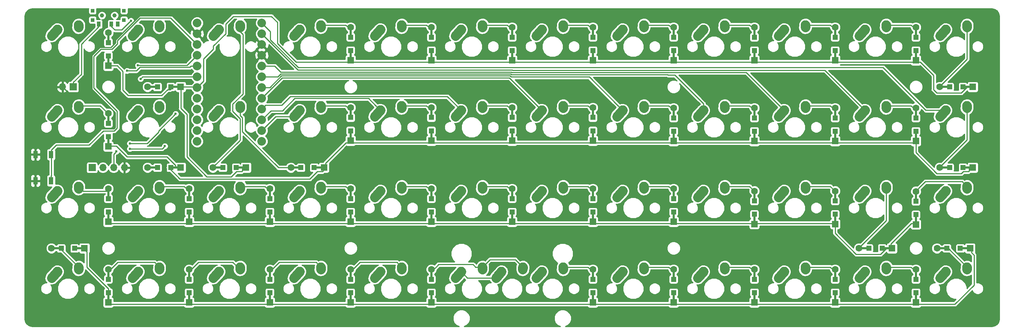
<source format=gbl>
G04 #@! TF.GenerationSoftware,KiCad,Pcbnew,(5.0.0)*
G04 #@! TF.CreationDate,2018-11-10T23:00:33-06:00*
G04 #@! TF.ProjectId,Contra,436F6E7472612E6B696361645F706362,rev?*
G04 #@! TF.SameCoordinates,Original*
G04 #@! TF.FileFunction,Copper,L2,Bot,Signal*
G04 #@! TF.FilePolarity,Positive*
%FSLAX46Y46*%
G04 Gerber Fmt 4.6, Leading zero omitted, Abs format (unit mm)*
G04 Created by KiCad (PCBNEW (5.0.0)) date 11/10/18 23:00:33*
%MOMM*%
%LPD*%
G01*
G04 APERTURE LIST*
G04 #@! TA.AperFunction,ComponentPad*
%ADD10C,2.250000*%
G04 #@! TD*
G04 #@! TA.AperFunction,Conductor*
%ADD11C,2.250000*%
G04 #@! TD*
G04 #@! TA.AperFunction,ComponentPad*
%ADD12C,2.032000*%
G04 #@! TD*
G04 #@! TA.AperFunction,ComponentPad*
%ADD13R,1.700000X1.700000*%
G04 #@! TD*
G04 #@! TA.AperFunction,ComponentPad*
%ADD14O,1.700000X1.700000*%
G04 #@! TD*
G04 #@! TA.AperFunction,ComponentPad*
%ADD15C,1.600000*%
G04 #@! TD*
G04 #@! TA.AperFunction,ComponentPad*
%ADD16R,1.600000X1.600000*%
G04 #@! TD*
G04 #@! TA.AperFunction,Conductor*
%ADD17R,0.500000X2.500000*%
G04 #@! TD*
G04 #@! TA.AperFunction,SMDPad,CuDef*
%ADD18R,1.200000X1.200000*%
G04 #@! TD*
G04 #@! TA.AperFunction,Conductor*
%ADD19R,2.500000X0.500000*%
G04 #@! TD*
G04 #@! TA.AperFunction,SMDPad,CuDef*
%ADD20R,1.100000X1.800000*%
G04 #@! TD*
G04 #@! TA.AperFunction,WasherPad*
%ADD21C,1.000000*%
G04 #@! TD*
G04 #@! TA.AperFunction,SMDPad,CuDef*
%ADD22R,0.900000X1.250000*%
G04 #@! TD*
G04 #@! TA.AperFunction,SMDPad,CuDef*
%ADD23R,0.900000X0.900000*%
G04 #@! TD*
G04 #@! TA.AperFunction,ViaPad*
%ADD24C,0.600000*%
G04 #@! TD*
G04 #@! TA.AperFunction,Conductor*
%ADD25C,0.250000*%
G04 #@! TD*
G04 #@! TA.AperFunction,Conductor*
%ADD26C,0.254000*%
G04 #@! TD*
G04 APERTURE END LIST*
D10*
G04 #@! TO.P,MX26,2*
G04 #@! TO.N,Net-(D26-Pad2)*
X59670000Y-71410000D03*
D11*
G04 #@! TD*
G04 #@! TO.N,Net-(D26-Pad2)*
G04 #@! TO.C,MX26*
X59650000Y-71700000D02*
X59690000Y-71120000D01*
D10*
G04 #@! TO.P,MX26,2*
G04 #@! TO.N,Net-(D26-Pad2)*
X59690000Y-71120000D03*
G04 #@! TO.P,MX26,1*
G04 #@! TO.N,COL1*
X53995001Y-72930000D03*
D11*
G04 #@! TD*
G04 #@! TO.N,COL1*
G04 #@! TO.C,MX26*
X53340000Y-73660000D02*
X54650002Y-72200000D01*
D10*
G04 #@! TO.P,MX26,1*
G04 #@! TO.N,COL1*
X54650000Y-72200000D03*
G04 #@! TD*
G04 #@! TO.P,MX48,2*
G04 #@! TO.N,Net-(D48-Pad2)*
X250170000Y-90460000D03*
D11*
G04 #@! TD*
G04 #@! TO.N,Net-(D48-Pad2)*
G04 #@! TO.C,MX48*
X250150000Y-90750000D02*
X250190000Y-90170000D01*
D10*
G04 #@! TO.P,MX48,2*
G04 #@! TO.N,Net-(D48-Pad2)*
X250190000Y-90170000D03*
G04 #@! TO.P,MX48,1*
G04 #@! TO.N,COL11*
X244495001Y-91980000D03*
D11*
G04 #@! TD*
G04 #@! TO.N,COL11*
G04 #@! TO.C,MX48*
X243840000Y-92710000D02*
X245150002Y-91250000D01*
D10*
G04 #@! TO.P,MX48,1*
G04 #@! TO.N,COL11*
X245150000Y-91250000D03*
G04 #@! TD*
D12*
G04 #@! TO.P,U1,1*
G04 #@! TO.N,COL11*
X83820000Y-32543750D03*
G04 #@! TO.P,U1,2*
G04 #@! TO.N,COL10*
X83820000Y-35083750D03*
G04 #@! TO.P,U1,3*
G04 #@! TO.N,GND*
X83820000Y-37623750D03*
G04 #@! TO.P,U1,4*
X83820000Y-40163750D03*
G04 #@! TO.P,U1,5*
G04 #@! TO.N,COL9*
X83820000Y-42703750D03*
G04 #@! TO.P,U1,6*
G04 #@! TO.N,COL8*
X83820000Y-45243750D03*
G04 #@! TO.P,U1,7*
G04 #@! TO.N,COL7*
X83820000Y-47783750D03*
G04 #@! TO.P,U1,8*
G04 #@! TO.N,COL6*
X83820000Y-50323750D03*
G04 #@! TO.P,U1,9*
G04 #@! TO.N,COL5*
X83820000Y-52863750D03*
G04 #@! TO.P,U1,10*
G04 #@! TO.N,COL4*
X83820000Y-55403750D03*
G04 #@! TO.P,U1,11*
G04 #@! TO.N,COL3*
X83820000Y-57943750D03*
G04 #@! TO.P,U1,12*
G04 #@! TO.N,COL2*
X83820000Y-60483750D03*
G04 #@! TO.P,U1,24*
G04 #@! TO.N,Net-(SW2-Pad2)*
X68580000Y-32543750D03*
G04 #@! TO.P,U1,23*
G04 #@! TO.N,GND*
X68580000Y-35083750D03*
G04 #@! TO.P,U1,22*
G04 #@! TO.N,Net-(SW1-Pad1)*
X68580000Y-37623750D03*
G04 #@! TO.P,U1,21*
G04 #@! TO.N,+5V*
X68580000Y-40163750D03*
G04 #@! TO.P,U1,20*
G04 #@! TO.N,COL0*
X68580000Y-42703750D03*
G04 #@! TO.P,U1,19*
G04 #@! TO.N,COL1*
X68580000Y-45243750D03*
G04 #@! TO.P,U1,18*
G04 #@! TO.N,ROW0*
X68580000Y-47783750D03*
G04 #@! TO.P,U1,17*
G04 #@! TO.N,Net-(J9-Pad1)*
X68580000Y-50323750D03*
G04 #@! TO.P,U1,16*
G04 #@! TO.N,Net-(J9-Pad2)*
X68580000Y-52863750D03*
G04 #@! TO.P,U1,15*
G04 #@! TO.N,ROW1*
X68580000Y-55403750D03*
G04 #@! TO.P,U1,14*
G04 #@! TO.N,ROW2*
X68580000Y-57943750D03*
G04 #@! TO.P,U1,13*
G04 #@! TO.N,ROW3*
X68580000Y-60483750D03*
G04 #@! TD*
D10*
G04 #@! TO.P,MX49,2*
G04 #@! TO.N,Net-(D42-Pad2)*
X145395000Y-90460000D03*
D11*
G04 #@! TD*
G04 #@! TO.N,Net-(D42-Pad2)*
G04 #@! TO.C,MX49*
X145375000Y-90750000D02*
X145415000Y-90170000D01*
D10*
G04 #@! TO.P,MX49,2*
G04 #@! TO.N,Net-(D42-Pad2)*
X145415000Y-90170000D03*
G04 #@! TO.P,MX49,1*
G04 #@! TO.N,COL5*
X139720001Y-91980000D03*
D11*
G04 #@! TD*
G04 #@! TO.N,COL5*
G04 #@! TO.C,MX49*
X139065000Y-92710000D02*
X140375002Y-91250000D01*
D10*
G04 #@! TO.P,MX49,1*
G04 #@! TO.N,COL5*
X140375000Y-91250000D03*
G04 #@! TD*
G04 #@! TO.P,MX47,2*
G04 #@! TO.N,Net-(D47-Pad2)*
X231120000Y-90460000D03*
D11*
G04 #@! TD*
G04 #@! TO.N,Net-(D47-Pad2)*
G04 #@! TO.C,MX47*
X231100000Y-90750000D02*
X231140000Y-90170000D01*
D10*
G04 #@! TO.P,MX47,2*
G04 #@! TO.N,Net-(D47-Pad2)*
X231140000Y-90170000D03*
G04 #@! TO.P,MX47,1*
G04 #@! TO.N,COL10*
X225445001Y-91980000D03*
D11*
G04 #@! TD*
G04 #@! TO.N,COL10*
G04 #@! TO.C,MX47*
X224790000Y-92710000D02*
X226100002Y-91250000D01*
D10*
G04 #@! TO.P,MX47,1*
G04 #@! TO.N,COL10*
X226100000Y-91250000D03*
G04 #@! TD*
G04 #@! TO.P,MX46,2*
G04 #@! TO.N,Net-(D46-Pad2)*
X212070000Y-90460000D03*
D11*
G04 #@! TD*
G04 #@! TO.N,Net-(D46-Pad2)*
G04 #@! TO.C,MX46*
X212050000Y-90750000D02*
X212090000Y-90170000D01*
D10*
G04 #@! TO.P,MX46,2*
G04 #@! TO.N,Net-(D46-Pad2)*
X212090000Y-90170000D03*
G04 #@! TO.P,MX46,1*
G04 #@! TO.N,COL9*
X206395001Y-91980000D03*
D11*
G04 #@! TD*
G04 #@! TO.N,COL9*
G04 #@! TO.C,MX46*
X205740000Y-92710000D02*
X207050002Y-91250000D01*
D10*
G04 #@! TO.P,MX46,1*
G04 #@! TO.N,COL9*
X207050000Y-91250000D03*
G04 #@! TD*
G04 #@! TO.P,MX45,2*
G04 #@! TO.N,Net-(D45-Pad2)*
X193020000Y-90460000D03*
D11*
G04 #@! TD*
G04 #@! TO.N,Net-(D45-Pad2)*
G04 #@! TO.C,MX45*
X193000000Y-90750000D02*
X193040000Y-90170000D01*
D10*
G04 #@! TO.P,MX45,2*
G04 #@! TO.N,Net-(D45-Pad2)*
X193040000Y-90170000D03*
G04 #@! TO.P,MX45,1*
G04 #@! TO.N,COL8*
X187345001Y-91980000D03*
D11*
G04 #@! TD*
G04 #@! TO.N,COL8*
G04 #@! TO.C,MX45*
X186690000Y-92710000D02*
X188000002Y-91250000D01*
D10*
G04 #@! TO.P,MX45,1*
G04 #@! TO.N,COL8*
X188000000Y-91250000D03*
G04 #@! TD*
G04 #@! TO.P,MX44,2*
G04 #@! TO.N,Net-(D44-Pad2)*
X173970000Y-90460000D03*
D11*
G04 #@! TD*
G04 #@! TO.N,Net-(D44-Pad2)*
G04 #@! TO.C,MX44*
X173950000Y-90750000D02*
X173990000Y-90170000D01*
D10*
G04 #@! TO.P,MX44,2*
G04 #@! TO.N,Net-(D44-Pad2)*
X173990000Y-90170000D03*
G04 #@! TO.P,MX44,1*
G04 #@! TO.N,COL7*
X168295001Y-91980000D03*
D11*
G04 #@! TD*
G04 #@! TO.N,COL7*
G04 #@! TO.C,MX44*
X167640000Y-92710000D02*
X168950002Y-91250000D01*
D10*
G04 #@! TO.P,MX44,1*
G04 #@! TO.N,COL7*
X168950000Y-91250000D03*
G04 #@! TD*
G04 #@! TO.P,MX43,2*
G04 #@! TO.N,Net-(D43-Pad2)*
X154920000Y-90460000D03*
D11*
G04 #@! TD*
G04 #@! TO.N,Net-(D43-Pad2)*
G04 #@! TO.C,MX43*
X154900000Y-90750000D02*
X154940000Y-90170000D01*
D10*
G04 #@! TO.P,MX43,2*
G04 #@! TO.N,Net-(D43-Pad2)*
X154940000Y-90170000D03*
G04 #@! TO.P,MX43,1*
G04 #@! TO.N,COL6*
X149245001Y-91980000D03*
D11*
G04 #@! TD*
G04 #@! TO.N,COL6*
G04 #@! TO.C,MX43*
X148590000Y-92710000D02*
X149900002Y-91250000D01*
D10*
G04 #@! TO.P,MX43,1*
G04 #@! TO.N,COL6*
X149900000Y-91250000D03*
G04 #@! TD*
G04 #@! TO.P,MX42,2*
G04 #@! TO.N,Net-(D42-Pad2)*
X135870000Y-90460000D03*
D11*
G04 #@! TD*
G04 #@! TO.N,Net-(D42-Pad2)*
G04 #@! TO.C,MX42*
X135850000Y-90750000D02*
X135890000Y-90170000D01*
D10*
G04 #@! TO.P,MX42,2*
G04 #@! TO.N,Net-(D42-Pad2)*
X135890000Y-90170000D03*
G04 #@! TO.P,MX42,1*
G04 #@! TO.N,COL5*
X130195001Y-91980000D03*
D11*
G04 #@! TD*
G04 #@! TO.N,COL5*
G04 #@! TO.C,MX42*
X129540000Y-92710000D02*
X130850002Y-91250000D01*
D10*
G04 #@! TO.P,MX42,1*
G04 #@! TO.N,COL5*
X130850000Y-91250000D03*
G04 #@! TD*
G04 #@! TO.P,MX41,2*
G04 #@! TO.N,Net-(D41-Pad2)*
X116820000Y-90460000D03*
D11*
G04 #@! TD*
G04 #@! TO.N,Net-(D41-Pad2)*
G04 #@! TO.C,MX41*
X116800000Y-90750000D02*
X116840000Y-90170000D01*
D10*
G04 #@! TO.P,MX41,2*
G04 #@! TO.N,Net-(D41-Pad2)*
X116840000Y-90170000D03*
G04 #@! TO.P,MX41,1*
G04 #@! TO.N,COL4*
X111145001Y-91980000D03*
D11*
G04 #@! TD*
G04 #@! TO.N,COL4*
G04 #@! TO.C,MX41*
X110490000Y-92710000D02*
X111800002Y-91250000D01*
D10*
G04 #@! TO.P,MX41,1*
G04 #@! TO.N,COL4*
X111800000Y-91250000D03*
G04 #@! TD*
G04 #@! TO.P,MX40,2*
G04 #@! TO.N,Net-(D40-Pad2)*
X97770000Y-90460000D03*
D11*
G04 #@! TD*
G04 #@! TO.N,Net-(D40-Pad2)*
G04 #@! TO.C,MX40*
X97750000Y-90750000D02*
X97790000Y-90170000D01*
D10*
G04 #@! TO.P,MX40,2*
G04 #@! TO.N,Net-(D40-Pad2)*
X97790000Y-90170000D03*
G04 #@! TO.P,MX40,1*
G04 #@! TO.N,COL3*
X92095001Y-91980000D03*
D11*
G04 #@! TD*
G04 #@! TO.N,COL3*
G04 #@! TO.C,MX40*
X91440000Y-92710000D02*
X92750002Y-91250000D01*
D10*
G04 #@! TO.P,MX40,1*
G04 #@! TO.N,COL3*
X92750000Y-91250000D03*
G04 #@! TD*
G04 #@! TO.P,MX39,2*
G04 #@! TO.N,Net-(D39-Pad2)*
X78720000Y-90460000D03*
D11*
G04 #@! TD*
G04 #@! TO.N,Net-(D39-Pad2)*
G04 #@! TO.C,MX39*
X78700000Y-90750000D02*
X78740000Y-90170000D01*
D10*
G04 #@! TO.P,MX39,2*
G04 #@! TO.N,Net-(D39-Pad2)*
X78740000Y-90170000D03*
G04 #@! TO.P,MX39,1*
G04 #@! TO.N,COL2*
X73045001Y-91980000D03*
D11*
G04 #@! TD*
G04 #@! TO.N,COL2*
G04 #@! TO.C,MX39*
X72390000Y-92710000D02*
X73700002Y-91250000D01*
D10*
G04 #@! TO.P,MX39,1*
G04 #@! TO.N,COL2*
X73700000Y-91250000D03*
G04 #@! TD*
G04 #@! TO.P,MX38,2*
G04 #@! TO.N,Net-(D38-Pad2)*
X59670000Y-90460000D03*
D11*
G04 #@! TD*
G04 #@! TO.N,Net-(D38-Pad2)*
G04 #@! TO.C,MX38*
X59650000Y-90750000D02*
X59690000Y-90170000D01*
D10*
G04 #@! TO.P,MX38,2*
G04 #@! TO.N,Net-(D38-Pad2)*
X59690000Y-90170000D03*
G04 #@! TO.P,MX38,1*
G04 #@! TO.N,COL1*
X53995001Y-91980000D03*
D11*
G04 #@! TD*
G04 #@! TO.N,COL1*
G04 #@! TO.C,MX38*
X53340000Y-92710000D02*
X54650002Y-91250000D01*
D10*
G04 #@! TO.P,MX38,1*
G04 #@! TO.N,COL1*
X54650000Y-91250000D03*
G04 #@! TD*
G04 #@! TO.P,MX37,2*
G04 #@! TO.N,Net-(D37-Pad2)*
X40620000Y-90460000D03*
D11*
G04 #@! TD*
G04 #@! TO.N,Net-(D37-Pad2)*
G04 #@! TO.C,MX37*
X40600000Y-90750000D02*
X40640000Y-90170000D01*
D10*
G04 #@! TO.P,MX37,2*
G04 #@! TO.N,Net-(D37-Pad2)*
X40640000Y-90170000D03*
G04 #@! TO.P,MX37,1*
G04 #@! TO.N,COL0*
X34945001Y-91980000D03*
D11*
G04 #@! TD*
G04 #@! TO.N,COL0*
G04 #@! TO.C,MX37*
X34290000Y-92710000D02*
X35600002Y-91250000D01*
D10*
G04 #@! TO.P,MX37,1*
G04 #@! TO.N,COL0*
X35600000Y-91250000D03*
G04 #@! TD*
G04 #@! TO.P,MX36,2*
G04 #@! TO.N,Net-(D36-Pad2)*
X250170000Y-71410000D03*
D11*
G04 #@! TD*
G04 #@! TO.N,Net-(D36-Pad2)*
G04 #@! TO.C,MX36*
X250150000Y-71700000D02*
X250190000Y-71120000D01*
D10*
G04 #@! TO.P,MX36,2*
G04 #@! TO.N,Net-(D36-Pad2)*
X250190000Y-71120000D03*
G04 #@! TO.P,MX36,1*
G04 #@! TO.N,COL11*
X244495001Y-72930000D03*
D11*
G04 #@! TD*
G04 #@! TO.N,COL11*
G04 #@! TO.C,MX36*
X243840000Y-73660000D02*
X245150002Y-72200000D01*
D10*
G04 #@! TO.P,MX36,1*
G04 #@! TO.N,COL11*
X245150000Y-72200000D03*
G04 #@! TD*
G04 #@! TO.P,MX35,2*
G04 #@! TO.N,Net-(D35-Pad2)*
X231120000Y-71410000D03*
D11*
G04 #@! TD*
G04 #@! TO.N,Net-(D35-Pad2)*
G04 #@! TO.C,MX35*
X231100000Y-71700000D02*
X231140000Y-71120000D01*
D10*
G04 #@! TO.P,MX35,2*
G04 #@! TO.N,Net-(D35-Pad2)*
X231140000Y-71120000D03*
G04 #@! TO.P,MX35,1*
G04 #@! TO.N,COL10*
X225445001Y-72930000D03*
D11*
G04 #@! TD*
G04 #@! TO.N,COL10*
G04 #@! TO.C,MX35*
X224790000Y-73660000D02*
X226100002Y-72200000D01*
D10*
G04 #@! TO.P,MX35,1*
G04 #@! TO.N,COL10*
X226100000Y-72200000D03*
G04 #@! TD*
G04 #@! TO.P,MX34,2*
G04 #@! TO.N,Net-(D34-Pad2)*
X212070000Y-71410000D03*
D11*
G04 #@! TD*
G04 #@! TO.N,Net-(D34-Pad2)*
G04 #@! TO.C,MX34*
X212050000Y-71700000D02*
X212090000Y-71120000D01*
D10*
G04 #@! TO.P,MX34,2*
G04 #@! TO.N,Net-(D34-Pad2)*
X212090000Y-71120000D03*
G04 #@! TO.P,MX34,1*
G04 #@! TO.N,COL9*
X206395001Y-72930000D03*
D11*
G04 #@! TD*
G04 #@! TO.N,COL9*
G04 #@! TO.C,MX34*
X205740000Y-73660000D02*
X207050002Y-72200000D01*
D10*
G04 #@! TO.P,MX34,1*
G04 #@! TO.N,COL9*
X207050000Y-72200000D03*
G04 #@! TD*
G04 #@! TO.P,MX33,2*
G04 #@! TO.N,Net-(D33-Pad2)*
X193020000Y-71410000D03*
D11*
G04 #@! TD*
G04 #@! TO.N,Net-(D33-Pad2)*
G04 #@! TO.C,MX33*
X193000000Y-71700000D02*
X193040000Y-71120000D01*
D10*
G04 #@! TO.P,MX33,2*
G04 #@! TO.N,Net-(D33-Pad2)*
X193040000Y-71120000D03*
G04 #@! TO.P,MX33,1*
G04 #@! TO.N,COL8*
X187345001Y-72930000D03*
D11*
G04 #@! TD*
G04 #@! TO.N,COL8*
G04 #@! TO.C,MX33*
X186690000Y-73660000D02*
X188000002Y-72200000D01*
D10*
G04 #@! TO.P,MX33,1*
G04 #@! TO.N,COL8*
X188000000Y-72200000D03*
G04 #@! TD*
G04 #@! TO.P,MX32,2*
G04 #@! TO.N,Net-(D32-Pad2)*
X173970000Y-71410000D03*
D11*
G04 #@! TD*
G04 #@! TO.N,Net-(D32-Pad2)*
G04 #@! TO.C,MX32*
X173950000Y-71700000D02*
X173990000Y-71120000D01*
D10*
G04 #@! TO.P,MX32,2*
G04 #@! TO.N,Net-(D32-Pad2)*
X173990000Y-71120000D03*
G04 #@! TO.P,MX32,1*
G04 #@! TO.N,COL7*
X168295001Y-72930000D03*
D11*
G04 #@! TD*
G04 #@! TO.N,COL7*
G04 #@! TO.C,MX32*
X167640000Y-73660000D02*
X168950002Y-72200000D01*
D10*
G04 #@! TO.P,MX32,1*
G04 #@! TO.N,COL7*
X168950000Y-72200000D03*
G04 #@! TD*
G04 #@! TO.P,MX31,2*
G04 #@! TO.N,Net-(D31-Pad2)*
X154920000Y-71410000D03*
D11*
G04 #@! TD*
G04 #@! TO.N,Net-(D31-Pad2)*
G04 #@! TO.C,MX31*
X154900000Y-71700000D02*
X154940000Y-71120000D01*
D10*
G04 #@! TO.P,MX31,2*
G04 #@! TO.N,Net-(D31-Pad2)*
X154940000Y-71120000D03*
G04 #@! TO.P,MX31,1*
G04 #@! TO.N,COL6*
X149245001Y-72930000D03*
D11*
G04 #@! TD*
G04 #@! TO.N,COL6*
G04 #@! TO.C,MX31*
X148590000Y-73660000D02*
X149900002Y-72200000D01*
D10*
G04 #@! TO.P,MX31,1*
G04 #@! TO.N,COL6*
X149900000Y-72200000D03*
G04 #@! TD*
G04 #@! TO.P,MX30,2*
G04 #@! TO.N,Net-(D30-Pad2)*
X135870000Y-71410000D03*
D11*
G04 #@! TD*
G04 #@! TO.N,Net-(D30-Pad2)*
G04 #@! TO.C,MX30*
X135850000Y-71700000D02*
X135890000Y-71120000D01*
D10*
G04 #@! TO.P,MX30,2*
G04 #@! TO.N,Net-(D30-Pad2)*
X135890000Y-71120000D03*
G04 #@! TO.P,MX30,1*
G04 #@! TO.N,COL5*
X130195001Y-72930000D03*
D11*
G04 #@! TD*
G04 #@! TO.N,COL5*
G04 #@! TO.C,MX30*
X129540000Y-73660000D02*
X130850002Y-72200000D01*
D10*
G04 #@! TO.P,MX30,1*
G04 #@! TO.N,COL5*
X130850000Y-72200000D03*
G04 #@! TD*
G04 #@! TO.P,MX29,2*
G04 #@! TO.N,Net-(D29-Pad2)*
X116820000Y-71410000D03*
D11*
G04 #@! TD*
G04 #@! TO.N,Net-(D29-Pad2)*
G04 #@! TO.C,MX29*
X116800000Y-71700000D02*
X116840000Y-71120000D01*
D10*
G04 #@! TO.P,MX29,2*
G04 #@! TO.N,Net-(D29-Pad2)*
X116840000Y-71120000D03*
G04 #@! TO.P,MX29,1*
G04 #@! TO.N,COL4*
X111145001Y-72930000D03*
D11*
G04 #@! TD*
G04 #@! TO.N,COL4*
G04 #@! TO.C,MX29*
X110490000Y-73660000D02*
X111800002Y-72200000D01*
D10*
G04 #@! TO.P,MX29,1*
G04 #@! TO.N,COL4*
X111800000Y-72200000D03*
G04 #@! TD*
G04 #@! TO.P,MX28,2*
G04 #@! TO.N,Net-(D28-Pad2)*
X97770000Y-71410000D03*
D11*
G04 #@! TD*
G04 #@! TO.N,Net-(D28-Pad2)*
G04 #@! TO.C,MX28*
X97750000Y-71700000D02*
X97790000Y-71120000D01*
D10*
G04 #@! TO.P,MX28,2*
G04 #@! TO.N,Net-(D28-Pad2)*
X97790000Y-71120000D03*
G04 #@! TO.P,MX28,1*
G04 #@! TO.N,COL3*
X92095001Y-72930000D03*
D11*
G04 #@! TD*
G04 #@! TO.N,COL3*
G04 #@! TO.C,MX28*
X91440000Y-73660000D02*
X92750002Y-72200000D01*
D10*
G04 #@! TO.P,MX28,1*
G04 #@! TO.N,COL3*
X92750000Y-72200000D03*
G04 #@! TD*
G04 #@! TO.P,MX27,2*
G04 #@! TO.N,Net-(D27-Pad2)*
X78720000Y-71410000D03*
D11*
G04 #@! TD*
G04 #@! TO.N,Net-(D27-Pad2)*
G04 #@! TO.C,MX27*
X78700000Y-71700000D02*
X78740000Y-71120000D01*
D10*
G04 #@! TO.P,MX27,2*
G04 #@! TO.N,Net-(D27-Pad2)*
X78740000Y-71120000D03*
G04 #@! TO.P,MX27,1*
G04 #@! TO.N,COL2*
X73045001Y-72930000D03*
D11*
G04 #@! TD*
G04 #@! TO.N,COL2*
G04 #@! TO.C,MX27*
X72390000Y-73660000D02*
X73700002Y-72200000D01*
D10*
G04 #@! TO.P,MX27,1*
G04 #@! TO.N,COL2*
X73700000Y-72200000D03*
G04 #@! TD*
G04 #@! TO.P,MX25,2*
G04 #@! TO.N,Net-(D25-Pad2)*
X40620000Y-71410000D03*
D11*
G04 #@! TD*
G04 #@! TO.N,Net-(D25-Pad2)*
G04 #@! TO.C,MX25*
X40600000Y-71700000D02*
X40640000Y-71120000D01*
D10*
G04 #@! TO.P,MX25,2*
G04 #@! TO.N,Net-(D25-Pad2)*
X40640000Y-71120000D03*
G04 #@! TO.P,MX25,1*
G04 #@! TO.N,COL0*
X34945001Y-72930000D03*
D11*
G04 #@! TD*
G04 #@! TO.N,COL0*
G04 #@! TO.C,MX25*
X34290000Y-73660000D02*
X35600002Y-72200000D01*
D10*
G04 #@! TO.P,MX25,1*
G04 #@! TO.N,COL0*
X35600000Y-72200000D03*
G04 #@! TD*
G04 #@! TO.P,MX24,2*
G04 #@! TO.N,Net-(D24-Pad2)*
X250170000Y-52360000D03*
D11*
G04 #@! TD*
G04 #@! TO.N,Net-(D24-Pad2)*
G04 #@! TO.C,MX24*
X250150000Y-52650000D02*
X250190000Y-52070000D01*
D10*
G04 #@! TO.P,MX24,2*
G04 #@! TO.N,Net-(D24-Pad2)*
X250190000Y-52070000D03*
G04 #@! TO.P,MX24,1*
G04 #@! TO.N,COL11*
X244495001Y-53880000D03*
D11*
G04 #@! TD*
G04 #@! TO.N,COL11*
G04 #@! TO.C,MX24*
X243840000Y-54610000D02*
X245150002Y-53150000D01*
D10*
G04 #@! TO.P,MX24,1*
G04 #@! TO.N,COL11*
X245150000Y-53150000D03*
G04 #@! TD*
G04 #@! TO.P,MX23,2*
G04 #@! TO.N,Net-(D23-Pad2)*
X231120000Y-52360000D03*
D11*
G04 #@! TD*
G04 #@! TO.N,Net-(D23-Pad2)*
G04 #@! TO.C,MX23*
X231100000Y-52650000D02*
X231140000Y-52070000D01*
D10*
G04 #@! TO.P,MX23,2*
G04 #@! TO.N,Net-(D23-Pad2)*
X231140000Y-52070000D03*
G04 #@! TO.P,MX23,1*
G04 #@! TO.N,COL10*
X225445001Y-53880000D03*
D11*
G04 #@! TD*
G04 #@! TO.N,COL10*
G04 #@! TO.C,MX23*
X224790000Y-54610000D02*
X226100002Y-53150000D01*
D10*
G04 #@! TO.P,MX23,1*
G04 #@! TO.N,COL10*
X226100000Y-53150000D03*
G04 #@! TD*
G04 #@! TO.P,MX22,2*
G04 #@! TO.N,Net-(D22-Pad2)*
X212070000Y-52360000D03*
D11*
G04 #@! TD*
G04 #@! TO.N,Net-(D22-Pad2)*
G04 #@! TO.C,MX22*
X212050000Y-52650000D02*
X212090000Y-52070000D01*
D10*
G04 #@! TO.P,MX22,2*
G04 #@! TO.N,Net-(D22-Pad2)*
X212090000Y-52070000D03*
G04 #@! TO.P,MX22,1*
G04 #@! TO.N,COL9*
X206395001Y-53880000D03*
D11*
G04 #@! TD*
G04 #@! TO.N,COL9*
G04 #@! TO.C,MX22*
X205740000Y-54610000D02*
X207050002Y-53150000D01*
D10*
G04 #@! TO.P,MX22,1*
G04 #@! TO.N,COL9*
X207050000Y-53150000D03*
G04 #@! TD*
G04 #@! TO.P,MX21,2*
G04 #@! TO.N,Net-(D21-Pad2)*
X193020000Y-52360000D03*
D11*
G04 #@! TD*
G04 #@! TO.N,Net-(D21-Pad2)*
G04 #@! TO.C,MX21*
X193000000Y-52650000D02*
X193040000Y-52070000D01*
D10*
G04 #@! TO.P,MX21,2*
G04 #@! TO.N,Net-(D21-Pad2)*
X193040000Y-52070000D03*
G04 #@! TO.P,MX21,1*
G04 #@! TO.N,COL8*
X187345001Y-53880000D03*
D11*
G04 #@! TD*
G04 #@! TO.N,COL8*
G04 #@! TO.C,MX21*
X186690000Y-54610000D02*
X188000002Y-53150000D01*
D10*
G04 #@! TO.P,MX21,1*
G04 #@! TO.N,COL8*
X188000000Y-53150000D03*
G04 #@! TD*
G04 #@! TO.P,MX20,2*
G04 #@! TO.N,Net-(D20-Pad2)*
X173970000Y-52360000D03*
D11*
G04 #@! TD*
G04 #@! TO.N,Net-(D20-Pad2)*
G04 #@! TO.C,MX20*
X173950000Y-52650000D02*
X173990000Y-52070000D01*
D10*
G04 #@! TO.P,MX20,2*
G04 #@! TO.N,Net-(D20-Pad2)*
X173990000Y-52070000D03*
G04 #@! TO.P,MX20,1*
G04 #@! TO.N,COL7*
X168295001Y-53880000D03*
D11*
G04 #@! TD*
G04 #@! TO.N,COL7*
G04 #@! TO.C,MX20*
X167640000Y-54610000D02*
X168950002Y-53150000D01*
D10*
G04 #@! TO.P,MX20,1*
G04 #@! TO.N,COL7*
X168950000Y-53150000D03*
G04 #@! TD*
G04 #@! TO.P,MX19,2*
G04 #@! TO.N,Net-(D19-Pad2)*
X154920000Y-52360000D03*
D11*
G04 #@! TD*
G04 #@! TO.N,Net-(D19-Pad2)*
G04 #@! TO.C,MX19*
X154900000Y-52650000D02*
X154940000Y-52070000D01*
D10*
G04 #@! TO.P,MX19,2*
G04 #@! TO.N,Net-(D19-Pad2)*
X154940000Y-52070000D03*
G04 #@! TO.P,MX19,1*
G04 #@! TO.N,COL6*
X149245001Y-53880000D03*
D11*
G04 #@! TD*
G04 #@! TO.N,COL6*
G04 #@! TO.C,MX19*
X148590000Y-54610000D02*
X149900002Y-53150000D01*
D10*
G04 #@! TO.P,MX19,1*
G04 #@! TO.N,COL6*
X149900000Y-53150000D03*
G04 #@! TD*
G04 #@! TO.P,MX18,2*
G04 #@! TO.N,Net-(D18-Pad2)*
X135870000Y-52360000D03*
D11*
G04 #@! TD*
G04 #@! TO.N,Net-(D18-Pad2)*
G04 #@! TO.C,MX18*
X135850000Y-52650000D02*
X135890000Y-52070000D01*
D10*
G04 #@! TO.P,MX18,2*
G04 #@! TO.N,Net-(D18-Pad2)*
X135890000Y-52070000D03*
G04 #@! TO.P,MX18,1*
G04 #@! TO.N,COL5*
X130195001Y-53880000D03*
D11*
G04 #@! TD*
G04 #@! TO.N,COL5*
G04 #@! TO.C,MX18*
X129540000Y-54610000D02*
X130850002Y-53150000D01*
D10*
G04 #@! TO.P,MX18,1*
G04 #@! TO.N,COL5*
X130850000Y-53150000D03*
G04 #@! TD*
G04 #@! TO.P,MX17,2*
G04 #@! TO.N,Net-(D17-Pad2)*
X116820000Y-52360000D03*
D11*
G04 #@! TD*
G04 #@! TO.N,Net-(D17-Pad2)*
G04 #@! TO.C,MX17*
X116800000Y-52650000D02*
X116840000Y-52070000D01*
D10*
G04 #@! TO.P,MX17,2*
G04 #@! TO.N,Net-(D17-Pad2)*
X116840000Y-52070000D03*
G04 #@! TO.P,MX17,1*
G04 #@! TO.N,COL4*
X111145001Y-53880000D03*
D11*
G04 #@! TD*
G04 #@! TO.N,COL4*
G04 #@! TO.C,MX17*
X110490000Y-54610000D02*
X111800002Y-53150000D01*
D10*
G04 #@! TO.P,MX17,1*
G04 #@! TO.N,COL4*
X111800000Y-53150000D03*
G04 #@! TD*
G04 #@! TO.P,MX16,2*
G04 #@! TO.N,Net-(D16-Pad2)*
X97770000Y-52360000D03*
D11*
G04 #@! TD*
G04 #@! TO.N,Net-(D16-Pad2)*
G04 #@! TO.C,MX16*
X97750000Y-52650000D02*
X97790000Y-52070000D01*
D10*
G04 #@! TO.P,MX16,2*
G04 #@! TO.N,Net-(D16-Pad2)*
X97790000Y-52070000D03*
G04 #@! TO.P,MX16,1*
G04 #@! TO.N,COL3*
X92095001Y-53880000D03*
D11*
G04 #@! TD*
G04 #@! TO.N,COL3*
G04 #@! TO.C,MX16*
X91440000Y-54610000D02*
X92750002Y-53150000D01*
D10*
G04 #@! TO.P,MX16,1*
G04 #@! TO.N,COL3*
X92750000Y-53150000D03*
G04 #@! TD*
G04 #@! TO.P,MX15,2*
G04 #@! TO.N,Net-(D15-Pad2)*
X78720000Y-52360000D03*
D11*
G04 #@! TD*
G04 #@! TO.N,Net-(D15-Pad2)*
G04 #@! TO.C,MX15*
X78700000Y-52650000D02*
X78740000Y-52070000D01*
D10*
G04 #@! TO.P,MX15,2*
G04 #@! TO.N,Net-(D15-Pad2)*
X78740000Y-52070000D03*
G04 #@! TO.P,MX15,1*
G04 #@! TO.N,COL2*
X73045001Y-53880000D03*
D11*
G04 #@! TD*
G04 #@! TO.N,COL2*
G04 #@! TO.C,MX15*
X72390000Y-54610000D02*
X73700002Y-53150000D01*
D10*
G04 #@! TO.P,MX15,1*
G04 #@! TO.N,COL2*
X73700000Y-53150000D03*
G04 #@! TD*
G04 #@! TO.P,MX14,2*
G04 #@! TO.N,Net-(D14-Pad2)*
X59670000Y-52360000D03*
D11*
G04 #@! TD*
G04 #@! TO.N,Net-(D14-Pad2)*
G04 #@! TO.C,MX14*
X59650000Y-52650000D02*
X59690000Y-52070000D01*
D10*
G04 #@! TO.P,MX14,2*
G04 #@! TO.N,Net-(D14-Pad2)*
X59690000Y-52070000D03*
G04 #@! TO.P,MX14,1*
G04 #@! TO.N,COL1*
X53995001Y-53880000D03*
D11*
G04 #@! TD*
G04 #@! TO.N,COL1*
G04 #@! TO.C,MX14*
X53340000Y-54610000D02*
X54650002Y-53150000D01*
D10*
G04 #@! TO.P,MX14,1*
G04 #@! TO.N,COL1*
X54650000Y-53150000D03*
G04 #@! TD*
G04 #@! TO.P,MX13,2*
G04 #@! TO.N,Net-(D13-Pad2)*
X40620000Y-52360000D03*
D11*
G04 #@! TD*
G04 #@! TO.N,Net-(D13-Pad2)*
G04 #@! TO.C,MX13*
X40600000Y-52650000D02*
X40640000Y-52070000D01*
D10*
G04 #@! TO.P,MX13,2*
G04 #@! TO.N,Net-(D13-Pad2)*
X40640000Y-52070000D03*
G04 #@! TO.P,MX13,1*
G04 #@! TO.N,COL0*
X34945001Y-53880000D03*
D11*
G04 #@! TD*
G04 #@! TO.N,COL0*
G04 #@! TO.C,MX13*
X34290000Y-54610000D02*
X35600002Y-53150000D01*
D10*
G04 #@! TO.P,MX13,1*
G04 #@! TO.N,COL0*
X35600000Y-53150000D03*
G04 #@! TD*
G04 #@! TO.P,MX12,2*
G04 #@! TO.N,Net-(D12-Pad2)*
X250170000Y-33310000D03*
D11*
G04 #@! TD*
G04 #@! TO.N,Net-(D12-Pad2)*
G04 #@! TO.C,MX12*
X250150000Y-33600000D02*
X250190000Y-33020000D01*
D10*
G04 #@! TO.P,MX12,2*
G04 #@! TO.N,Net-(D12-Pad2)*
X250190000Y-33020000D03*
G04 #@! TO.P,MX12,1*
G04 #@! TO.N,COL11*
X244495001Y-34830000D03*
D11*
G04 #@! TD*
G04 #@! TO.N,COL11*
G04 #@! TO.C,MX12*
X243840000Y-35560000D02*
X245150002Y-34100000D01*
D10*
G04 #@! TO.P,MX12,1*
G04 #@! TO.N,COL11*
X245150000Y-34100000D03*
G04 #@! TD*
G04 #@! TO.P,MX11,2*
G04 #@! TO.N,Net-(D11-Pad2)*
X231120000Y-33310000D03*
D11*
G04 #@! TD*
G04 #@! TO.N,Net-(D11-Pad2)*
G04 #@! TO.C,MX11*
X231100000Y-33600000D02*
X231140000Y-33020000D01*
D10*
G04 #@! TO.P,MX11,2*
G04 #@! TO.N,Net-(D11-Pad2)*
X231140000Y-33020000D03*
G04 #@! TO.P,MX11,1*
G04 #@! TO.N,COL10*
X225445001Y-34830000D03*
D11*
G04 #@! TD*
G04 #@! TO.N,COL10*
G04 #@! TO.C,MX11*
X224790000Y-35560000D02*
X226100002Y-34100000D01*
D10*
G04 #@! TO.P,MX11,1*
G04 #@! TO.N,COL10*
X226100000Y-34100000D03*
G04 #@! TD*
G04 #@! TO.P,MX10,2*
G04 #@! TO.N,Net-(D10-Pad2)*
X212070000Y-33310000D03*
D11*
G04 #@! TD*
G04 #@! TO.N,Net-(D10-Pad2)*
G04 #@! TO.C,MX10*
X212050000Y-33600000D02*
X212090000Y-33020000D01*
D10*
G04 #@! TO.P,MX10,2*
G04 #@! TO.N,Net-(D10-Pad2)*
X212090000Y-33020000D03*
G04 #@! TO.P,MX10,1*
G04 #@! TO.N,COL9*
X206395001Y-34830000D03*
D11*
G04 #@! TD*
G04 #@! TO.N,COL9*
G04 #@! TO.C,MX10*
X205740000Y-35560000D02*
X207050002Y-34100000D01*
D10*
G04 #@! TO.P,MX10,1*
G04 #@! TO.N,COL9*
X207050000Y-34100000D03*
G04 #@! TD*
G04 #@! TO.P,MX9,2*
G04 #@! TO.N,Net-(D9-Pad2)*
X193020000Y-33310000D03*
D11*
G04 #@! TD*
G04 #@! TO.N,Net-(D9-Pad2)*
G04 #@! TO.C,MX9*
X193000000Y-33600000D02*
X193040000Y-33020000D01*
D10*
G04 #@! TO.P,MX9,2*
G04 #@! TO.N,Net-(D9-Pad2)*
X193040000Y-33020000D03*
G04 #@! TO.P,MX9,1*
G04 #@! TO.N,COL8*
X187345001Y-34830000D03*
D11*
G04 #@! TD*
G04 #@! TO.N,COL8*
G04 #@! TO.C,MX9*
X186690000Y-35560000D02*
X188000002Y-34100000D01*
D10*
G04 #@! TO.P,MX9,1*
G04 #@! TO.N,COL8*
X188000000Y-34100000D03*
G04 #@! TD*
G04 #@! TO.P,MX8,2*
G04 #@! TO.N,Net-(D8-Pad2)*
X173970000Y-33310000D03*
D11*
G04 #@! TD*
G04 #@! TO.N,Net-(D8-Pad2)*
G04 #@! TO.C,MX8*
X173950000Y-33600000D02*
X173990000Y-33020000D01*
D10*
G04 #@! TO.P,MX8,2*
G04 #@! TO.N,Net-(D8-Pad2)*
X173990000Y-33020000D03*
G04 #@! TO.P,MX8,1*
G04 #@! TO.N,COL7*
X168295001Y-34830000D03*
D11*
G04 #@! TD*
G04 #@! TO.N,COL7*
G04 #@! TO.C,MX8*
X167640000Y-35560000D02*
X168950002Y-34100000D01*
D10*
G04 #@! TO.P,MX8,1*
G04 #@! TO.N,COL7*
X168950000Y-34100000D03*
G04 #@! TD*
G04 #@! TO.P,MX7,2*
G04 #@! TO.N,Net-(D7-Pad2)*
X154920000Y-33310000D03*
D11*
G04 #@! TD*
G04 #@! TO.N,Net-(D7-Pad2)*
G04 #@! TO.C,MX7*
X154900000Y-33600000D02*
X154940000Y-33020000D01*
D10*
G04 #@! TO.P,MX7,2*
G04 #@! TO.N,Net-(D7-Pad2)*
X154940000Y-33020000D03*
G04 #@! TO.P,MX7,1*
G04 #@! TO.N,COL6*
X149245001Y-34830000D03*
D11*
G04 #@! TD*
G04 #@! TO.N,COL6*
G04 #@! TO.C,MX7*
X148590000Y-35560000D02*
X149900002Y-34100000D01*
D10*
G04 #@! TO.P,MX7,1*
G04 #@! TO.N,COL6*
X149900000Y-34100000D03*
G04 #@! TD*
G04 #@! TO.P,MX6,2*
G04 #@! TO.N,Net-(D6-Pad2)*
X135870000Y-33310000D03*
D11*
G04 #@! TD*
G04 #@! TO.N,Net-(D6-Pad2)*
G04 #@! TO.C,MX6*
X135850000Y-33600000D02*
X135890000Y-33020000D01*
D10*
G04 #@! TO.P,MX6,2*
G04 #@! TO.N,Net-(D6-Pad2)*
X135890000Y-33020000D03*
G04 #@! TO.P,MX6,1*
G04 #@! TO.N,COL5*
X130195001Y-34830000D03*
D11*
G04 #@! TD*
G04 #@! TO.N,COL5*
G04 #@! TO.C,MX6*
X129540000Y-35560000D02*
X130850002Y-34100000D01*
D10*
G04 #@! TO.P,MX6,1*
G04 #@! TO.N,COL5*
X130850000Y-34100000D03*
G04 #@! TD*
G04 #@! TO.P,MX5,2*
G04 #@! TO.N,Net-(D5-Pad2)*
X116820000Y-33310000D03*
D11*
G04 #@! TD*
G04 #@! TO.N,Net-(D5-Pad2)*
G04 #@! TO.C,MX5*
X116800000Y-33600000D02*
X116840000Y-33020000D01*
D10*
G04 #@! TO.P,MX5,2*
G04 #@! TO.N,Net-(D5-Pad2)*
X116840000Y-33020000D03*
G04 #@! TO.P,MX5,1*
G04 #@! TO.N,COL4*
X111145001Y-34830000D03*
D11*
G04 #@! TD*
G04 #@! TO.N,COL4*
G04 #@! TO.C,MX5*
X110490000Y-35560000D02*
X111800002Y-34100000D01*
D10*
G04 #@! TO.P,MX5,1*
G04 #@! TO.N,COL4*
X111800000Y-34100000D03*
G04 #@! TD*
G04 #@! TO.P,MX4,2*
G04 #@! TO.N,Net-(D4-Pad2)*
X97770000Y-33310000D03*
D11*
G04 #@! TD*
G04 #@! TO.N,Net-(D4-Pad2)*
G04 #@! TO.C,MX4*
X97750000Y-33600000D02*
X97790000Y-33020000D01*
D10*
G04 #@! TO.P,MX4,2*
G04 #@! TO.N,Net-(D4-Pad2)*
X97790000Y-33020000D03*
G04 #@! TO.P,MX4,1*
G04 #@! TO.N,COL3*
X92095001Y-34830000D03*
D11*
G04 #@! TD*
G04 #@! TO.N,COL3*
G04 #@! TO.C,MX4*
X91440000Y-35560000D02*
X92750002Y-34100000D01*
D10*
G04 #@! TO.P,MX4,1*
G04 #@! TO.N,COL3*
X92750000Y-34100000D03*
G04 #@! TD*
G04 #@! TO.P,MX3,2*
G04 #@! TO.N,Net-(D3-Pad2)*
X78720000Y-33310000D03*
D11*
G04 #@! TD*
G04 #@! TO.N,Net-(D3-Pad2)*
G04 #@! TO.C,MX3*
X78700000Y-33600000D02*
X78740000Y-33020000D01*
D10*
G04 #@! TO.P,MX3,2*
G04 #@! TO.N,Net-(D3-Pad2)*
X78740000Y-33020000D03*
G04 #@! TO.P,MX3,1*
G04 #@! TO.N,COL2*
X73045001Y-34830000D03*
D11*
G04 #@! TD*
G04 #@! TO.N,COL2*
G04 #@! TO.C,MX3*
X72390000Y-35560000D02*
X73700002Y-34100000D01*
D10*
G04 #@! TO.P,MX3,1*
G04 #@! TO.N,COL2*
X73700000Y-34100000D03*
G04 #@! TD*
G04 #@! TO.P,MX2,2*
G04 #@! TO.N,Net-(D2-Pad2)*
X59670000Y-33310000D03*
D11*
G04 #@! TD*
G04 #@! TO.N,Net-(D2-Pad2)*
G04 #@! TO.C,MX2*
X59650000Y-33600000D02*
X59690000Y-33020000D01*
D10*
G04 #@! TO.P,MX2,2*
G04 #@! TO.N,Net-(D2-Pad2)*
X59690000Y-33020000D03*
G04 #@! TO.P,MX2,1*
G04 #@! TO.N,COL1*
X53995001Y-34830000D03*
D11*
G04 #@! TD*
G04 #@! TO.N,COL1*
G04 #@! TO.C,MX2*
X53340000Y-35560000D02*
X54650002Y-34100000D01*
D10*
G04 #@! TO.P,MX2,1*
G04 #@! TO.N,COL1*
X54650000Y-34100000D03*
G04 #@! TD*
G04 #@! TO.P,MX1,2*
G04 #@! TO.N,Net-(D1-Pad2)*
X40620000Y-33310000D03*
D11*
G04 #@! TD*
G04 #@! TO.N,Net-(D1-Pad2)*
G04 #@! TO.C,MX1*
X40600000Y-33600000D02*
X40640000Y-33020000D01*
D10*
G04 #@! TO.P,MX1,2*
G04 #@! TO.N,Net-(D1-Pad2)*
X40640000Y-33020000D03*
G04 #@! TO.P,MX1,1*
G04 #@! TO.N,COL0*
X34945001Y-34830000D03*
D11*
G04 #@! TD*
G04 #@! TO.N,COL0*
G04 #@! TO.C,MX1*
X34290000Y-35560000D02*
X35600002Y-34100000D01*
D10*
G04 #@! TO.P,MX1,1*
G04 #@! TO.N,COL0*
X35600000Y-34100000D03*
G04 #@! TD*
D13*
G04 #@! TO.P,J9,1*
G04 #@! TO.N,Net-(J9-Pad1)*
X43815000Y-66675000D03*
D14*
G04 #@! TO.P,J9,2*
G04 #@! TO.N,Net-(J9-Pad2)*
X46355000Y-66675000D03*
G04 #@! TO.P,J9,3*
G04 #@! TO.N,+5V*
X48895000Y-66675000D03*
G04 #@! TO.P,J9,4*
G04 #@! TO.N,GND*
X51435000Y-66675000D03*
G04 #@! TD*
D15*
G04 #@! TO.P,D1,2*
G04 #@! TO.N,Net-(D1-Pad2)*
X47625000Y-34835000D03*
D16*
G04 #@! TO.P,D1,1*
G04 #@! TO.N,ROW0*
X47625000Y-42635000D03*
D17*
G04 #@! TD*
G04 #@! TO.N,Net-(D1-Pad2)*
G04 #@! TO.C,D1*
X47625000Y-36035000D03*
D18*
G04 #@! TO.P,D1,2*
G04 #@! TO.N,Net-(D1-Pad2)*
X47625000Y-37160000D03*
G04 #@! TO.P,D1,1*
G04 #@! TO.N,ROW0*
X47625000Y-40310000D03*
D17*
G04 #@! TD*
G04 #@! TO.N,ROW0*
G04 #@! TO.C,D1*
X47625000Y-41435000D03*
D19*
G04 #@! TO.N,ROW0*
G04 #@! TO.C,D2*
X63501250Y-47625000D03*
D18*
G04 #@! TD*
G04 #@! TO.P,D2,1*
G04 #@! TO.N,ROW0*
X62376250Y-47625000D03*
G04 #@! TO.P,D2,2*
G04 #@! TO.N,Net-(D2-Pad2)*
X59226250Y-47625000D03*
D19*
G04 #@! TD*
G04 #@! TO.N,Net-(D2-Pad2)*
G04 #@! TO.C,D2*
X58101250Y-47625000D03*
D16*
G04 #@! TO.P,D2,1*
G04 #@! TO.N,ROW0*
X64701250Y-47625000D03*
D15*
G04 #@! TO.P,D2,2*
G04 #@! TO.N,Net-(D2-Pad2)*
X56901250Y-47625000D03*
G04 #@! TD*
G04 #@! TO.P,D3,2*
G04 #@! TO.N,Net-(D3-Pad2)*
X72300000Y-66675000D03*
D16*
G04 #@! TO.P,D3,1*
G04 #@! TO.N,ROW0*
X80100000Y-66675000D03*
D19*
G04 #@! TD*
G04 #@! TO.N,Net-(D3-Pad2)*
G04 #@! TO.C,D3*
X73500000Y-66675000D03*
D18*
G04 #@! TO.P,D3,2*
G04 #@! TO.N,Net-(D3-Pad2)*
X74625000Y-66675000D03*
G04 #@! TO.P,D3,1*
G04 #@! TO.N,ROW0*
X77775000Y-66675000D03*
D19*
G04 #@! TD*
G04 #@! TO.N,ROW0*
G04 #@! TO.C,D3*
X78900000Y-66675000D03*
D17*
G04 #@! TO.N,ROW0*
G04 #@! TO.C,D4*
X104775000Y-40165000D03*
D18*
G04 #@! TD*
G04 #@! TO.P,D4,1*
G04 #@! TO.N,ROW0*
X104775000Y-39040000D03*
G04 #@! TO.P,D4,2*
G04 #@! TO.N,Net-(D4-Pad2)*
X104775000Y-35890000D03*
D17*
G04 #@! TD*
G04 #@! TO.N,Net-(D4-Pad2)*
G04 #@! TO.C,D4*
X104775000Y-34765000D03*
D16*
G04 #@! TO.P,D4,1*
G04 #@! TO.N,ROW0*
X104775000Y-41365000D03*
D15*
G04 #@! TO.P,D4,2*
G04 #@! TO.N,Net-(D4-Pad2)*
X104775000Y-33565000D03*
G04 #@! TD*
G04 #@! TO.P,D5,2*
G04 #@! TO.N,Net-(D5-Pad2)*
X123825000Y-33565000D03*
D16*
G04 #@! TO.P,D5,1*
G04 #@! TO.N,ROW0*
X123825000Y-41365000D03*
D17*
G04 #@! TD*
G04 #@! TO.N,Net-(D5-Pad2)*
G04 #@! TO.C,D5*
X123825000Y-34765000D03*
D18*
G04 #@! TO.P,D5,2*
G04 #@! TO.N,Net-(D5-Pad2)*
X123825000Y-35890000D03*
G04 #@! TO.P,D5,1*
G04 #@! TO.N,ROW0*
X123825000Y-39040000D03*
D17*
G04 #@! TD*
G04 #@! TO.N,ROW0*
G04 #@! TO.C,D5*
X123825000Y-40165000D03*
G04 #@! TO.N,ROW0*
G04 #@! TO.C,D6*
X142875000Y-40165000D03*
D18*
G04 #@! TD*
G04 #@! TO.P,D6,1*
G04 #@! TO.N,ROW0*
X142875000Y-39040000D03*
G04 #@! TO.P,D6,2*
G04 #@! TO.N,Net-(D6-Pad2)*
X142875000Y-35890000D03*
D17*
G04 #@! TD*
G04 #@! TO.N,Net-(D6-Pad2)*
G04 #@! TO.C,D6*
X142875000Y-34765000D03*
D16*
G04 #@! TO.P,D6,1*
G04 #@! TO.N,ROW0*
X142875000Y-41365000D03*
D15*
G04 #@! TO.P,D6,2*
G04 #@! TO.N,Net-(D6-Pad2)*
X142875000Y-33565000D03*
G04 #@! TD*
G04 #@! TO.P,D7,2*
G04 #@! TO.N,Net-(D7-Pad2)*
X161925000Y-33565000D03*
D16*
G04 #@! TO.P,D7,1*
G04 #@! TO.N,ROW0*
X161925000Y-41365000D03*
D17*
G04 #@! TD*
G04 #@! TO.N,Net-(D7-Pad2)*
G04 #@! TO.C,D7*
X161925000Y-34765000D03*
D18*
G04 #@! TO.P,D7,2*
G04 #@! TO.N,Net-(D7-Pad2)*
X161925000Y-35890000D03*
G04 #@! TO.P,D7,1*
G04 #@! TO.N,ROW0*
X161925000Y-39040000D03*
D17*
G04 #@! TD*
G04 #@! TO.N,ROW0*
G04 #@! TO.C,D7*
X161925000Y-40165000D03*
G04 #@! TO.N,ROW0*
G04 #@! TO.C,D8*
X180975000Y-40165000D03*
D18*
G04 #@! TD*
G04 #@! TO.P,D8,1*
G04 #@! TO.N,ROW0*
X180975000Y-39040000D03*
G04 #@! TO.P,D8,2*
G04 #@! TO.N,Net-(D8-Pad2)*
X180975000Y-35890000D03*
D17*
G04 #@! TD*
G04 #@! TO.N,Net-(D8-Pad2)*
G04 #@! TO.C,D8*
X180975000Y-34765000D03*
D16*
G04 #@! TO.P,D8,1*
G04 #@! TO.N,ROW0*
X180975000Y-41365000D03*
D15*
G04 #@! TO.P,D8,2*
G04 #@! TO.N,Net-(D8-Pad2)*
X180975000Y-33565000D03*
G04 #@! TD*
G04 #@! TO.P,D9,2*
G04 #@! TO.N,Net-(D9-Pad2)*
X200025000Y-33565000D03*
D16*
G04 #@! TO.P,D9,1*
G04 #@! TO.N,ROW0*
X200025000Y-41365000D03*
D17*
G04 #@! TD*
G04 #@! TO.N,Net-(D9-Pad2)*
G04 #@! TO.C,D9*
X200025000Y-34765000D03*
D18*
G04 #@! TO.P,D9,2*
G04 #@! TO.N,Net-(D9-Pad2)*
X200025000Y-35890000D03*
G04 #@! TO.P,D9,1*
G04 #@! TO.N,ROW0*
X200025000Y-39040000D03*
D17*
G04 #@! TD*
G04 #@! TO.N,ROW0*
G04 #@! TO.C,D9*
X200025000Y-40165000D03*
G04 #@! TO.N,ROW0*
G04 #@! TO.C,D10*
X219075000Y-40165000D03*
D18*
G04 #@! TD*
G04 #@! TO.P,D10,1*
G04 #@! TO.N,ROW0*
X219075000Y-39040000D03*
G04 #@! TO.P,D10,2*
G04 #@! TO.N,Net-(D10-Pad2)*
X219075000Y-35890000D03*
D17*
G04 #@! TD*
G04 #@! TO.N,Net-(D10-Pad2)*
G04 #@! TO.C,D10*
X219075000Y-34765000D03*
D16*
G04 #@! TO.P,D10,1*
G04 #@! TO.N,ROW0*
X219075000Y-41365000D03*
D15*
G04 #@! TO.P,D10,2*
G04 #@! TO.N,Net-(D10-Pad2)*
X219075000Y-33565000D03*
G04 #@! TD*
G04 #@! TO.P,D11,2*
G04 #@! TO.N,Net-(D11-Pad2)*
X238125000Y-33565000D03*
D16*
G04 #@! TO.P,D11,1*
G04 #@! TO.N,ROW0*
X238125000Y-41365000D03*
D17*
G04 #@! TD*
G04 #@! TO.N,Net-(D11-Pad2)*
G04 #@! TO.C,D11*
X238125000Y-34765000D03*
D18*
G04 #@! TO.P,D11,2*
G04 #@! TO.N,Net-(D11-Pad2)*
X238125000Y-35890000D03*
G04 #@! TO.P,D11,1*
G04 #@! TO.N,ROW0*
X238125000Y-39040000D03*
D17*
G04 #@! TD*
G04 #@! TO.N,ROW0*
G04 #@! TO.C,D11*
X238125000Y-40165000D03*
D19*
G04 #@! TO.N,ROW0*
G04 #@! TO.C,D12*
X250350000Y-47625000D03*
D18*
G04 #@! TD*
G04 #@! TO.P,D12,1*
G04 #@! TO.N,ROW0*
X249225000Y-47625000D03*
G04 #@! TO.P,D12,2*
G04 #@! TO.N,Net-(D12-Pad2)*
X246075000Y-47625000D03*
D19*
G04 #@! TD*
G04 #@! TO.N,Net-(D12-Pad2)*
G04 #@! TO.C,D12*
X244950000Y-47625000D03*
D16*
G04 #@! TO.P,D12,1*
G04 #@! TO.N,ROW0*
X251550000Y-47625000D03*
D15*
G04 #@! TO.P,D12,2*
G04 #@! TO.N,Net-(D12-Pad2)*
X243750000Y-47625000D03*
G04 #@! TD*
G04 #@! TO.P,D13,2*
G04 #@! TO.N,Net-(D13-Pad2)*
X47625000Y-53885000D03*
D16*
G04 #@! TO.P,D13,1*
G04 #@! TO.N,ROW1*
X47625000Y-61685000D03*
D17*
G04 #@! TD*
G04 #@! TO.N,Net-(D13-Pad2)*
G04 #@! TO.C,D13*
X47625000Y-55085000D03*
D18*
G04 #@! TO.P,D13,2*
G04 #@! TO.N,Net-(D13-Pad2)*
X47625000Y-56210000D03*
G04 #@! TO.P,D13,1*
G04 #@! TO.N,ROW1*
X47625000Y-59360000D03*
D17*
G04 #@! TD*
G04 #@! TO.N,ROW1*
G04 #@! TO.C,D13*
X47625000Y-60485000D03*
D19*
G04 #@! TO.N,ROW1*
G04 #@! TO.C,D14*
X63501250Y-66675000D03*
D18*
G04 #@! TD*
G04 #@! TO.P,D14,1*
G04 #@! TO.N,ROW1*
X62376250Y-66675000D03*
G04 #@! TO.P,D14,2*
G04 #@! TO.N,Net-(D14-Pad2)*
X59226250Y-66675000D03*
D19*
G04 #@! TD*
G04 #@! TO.N,Net-(D14-Pad2)*
G04 #@! TO.C,D14*
X58101250Y-66675000D03*
D16*
G04 #@! TO.P,D14,1*
G04 #@! TO.N,ROW1*
X64701250Y-66675000D03*
D15*
G04 #@! TO.P,D14,2*
G04 #@! TO.N,Net-(D14-Pad2)*
X56901250Y-66675000D03*
G04 #@! TD*
D19*
G04 #@! TO.N,ROW1*
G04 #@! TO.C,D15*
X97315000Y-66675000D03*
D18*
G04 #@! TD*
G04 #@! TO.P,D15,1*
G04 #@! TO.N,ROW1*
X96190000Y-66675000D03*
G04 #@! TO.P,D15,2*
G04 #@! TO.N,Net-(D15-Pad2)*
X93040000Y-66675000D03*
D19*
G04 #@! TD*
G04 #@! TO.N,Net-(D15-Pad2)*
G04 #@! TO.C,D15*
X91915000Y-66675000D03*
D16*
G04 #@! TO.P,D15,1*
G04 #@! TO.N,ROW1*
X98515000Y-66675000D03*
D15*
G04 #@! TO.P,D15,2*
G04 #@! TO.N,Net-(D15-Pad2)*
X90715000Y-66675000D03*
G04 #@! TD*
G04 #@! TO.P,D16,2*
G04 #@! TO.N,Net-(D16-Pad2)*
X104775000Y-52525000D03*
D16*
G04 #@! TO.P,D16,1*
G04 #@! TO.N,ROW1*
X104775000Y-60325000D03*
D17*
G04 #@! TD*
G04 #@! TO.N,Net-(D16-Pad2)*
G04 #@! TO.C,D16*
X104775000Y-53725000D03*
D18*
G04 #@! TO.P,D16,2*
G04 #@! TO.N,Net-(D16-Pad2)*
X104775000Y-54850000D03*
G04 #@! TO.P,D16,1*
G04 #@! TO.N,ROW1*
X104775000Y-58000000D03*
D17*
G04 #@! TD*
G04 #@! TO.N,ROW1*
G04 #@! TO.C,D16*
X104775000Y-59125000D03*
D15*
G04 #@! TO.P,D17,2*
G04 #@! TO.N,Net-(D17-Pad2)*
X123825000Y-52525000D03*
D16*
G04 #@! TO.P,D17,1*
G04 #@! TO.N,ROW1*
X123825000Y-60325000D03*
D17*
G04 #@! TD*
G04 #@! TO.N,Net-(D17-Pad2)*
G04 #@! TO.C,D17*
X123825000Y-53725000D03*
D18*
G04 #@! TO.P,D17,2*
G04 #@! TO.N,Net-(D17-Pad2)*
X123825000Y-54850000D03*
G04 #@! TO.P,D17,1*
G04 #@! TO.N,ROW1*
X123825000Y-58000000D03*
D17*
G04 #@! TD*
G04 #@! TO.N,ROW1*
G04 #@! TO.C,D17*
X123825000Y-59125000D03*
D15*
G04 #@! TO.P,D18,2*
G04 #@! TO.N,Net-(D18-Pad2)*
X142875000Y-52525000D03*
D16*
G04 #@! TO.P,D18,1*
G04 #@! TO.N,ROW1*
X142875000Y-60325000D03*
D17*
G04 #@! TD*
G04 #@! TO.N,Net-(D18-Pad2)*
G04 #@! TO.C,D18*
X142875000Y-53725000D03*
D18*
G04 #@! TO.P,D18,2*
G04 #@! TO.N,Net-(D18-Pad2)*
X142875000Y-54850000D03*
G04 #@! TO.P,D18,1*
G04 #@! TO.N,ROW1*
X142875000Y-58000000D03*
D17*
G04 #@! TD*
G04 #@! TO.N,ROW1*
G04 #@! TO.C,D18*
X142875000Y-59125000D03*
D15*
G04 #@! TO.P,D19,2*
G04 #@! TO.N,Net-(D19-Pad2)*
X161925000Y-52525000D03*
D16*
G04 #@! TO.P,D19,1*
G04 #@! TO.N,ROW1*
X161925000Y-60325000D03*
D17*
G04 #@! TD*
G04 #@! TO.N,Net-(D19-Pad2)*
G04 #@! TO.C,D19*
X161925000Y-53725000D03*
D18*
G04 #@! TO.P,D19,2*
G04 #@! TO.N,Net-(D19-Pad2)*
X161925000Y-54850000D03*
G04 #@! TO.P,D19,1*
G04 #@! TO.N,ROW1*
X161925000Y-58000000D03*
D17*
G04 #@! TD*
G04 #@! TO.N,ROW1*
G04 #@! TO.C,D19*
X161925000Y-59125000D03*
D15*
G04 #@! TO.P,D20,2*
G04 #@! TO.N,Net-(D20-Pad2)*
X180975000Y-52615000D03*
D16*
G04 #@! TO.P,D20,1*
G04 #@! TO.N,ROW1*
X180975000Y-60415000D03*
D17*
G04 #@! TD*
G04 #@! TO.N,Net-(D20-Pad2)*
G04 #@! TO.C,D20*
X180975000Y-53815000D03*
D18*
G04 #@! TO.P,D20,2*
G04 #@! TO.N,Net-(D20-Pad2)*
X180975000Y-54940000D03*
G04 #@! TO.P,D20,1*
G04 #@! TO.N,ROW1*
X180975000Y-58090000D03*
D17*
G04 #@! TD*
G04 #@! TO.N,ROW1*
G04 #@! TO.C,D20*
X180975000Y-59215000D03*
D15*
G04 #@! TO.P,D21,2*
G04 #@! TO.N,Net-(D21-Pad2)*
X200025000Y-52615000D03*
D16*
G04 #@! TO.P,D21,1*
G04 #@! TO.N,ROW1*
X200025000Y-60415000D03*
D17*
G04 #@! TD*
G04 #@! TO.N,Net-(D21-Pad2)*
G04 #@! TO.C,D21*
X200025000Y-53815000D03*
D18*
G04 #@! TO.P,D21,2*
G04 #@! TO.N,Net-(D21-Pad2)*
X200025000Y-54940000D03*
G04 #@! TO.P,D21,1*
G04 #@! TO.N,ROW1*
X200025000Y-58090000D03*
D17*
G04 #@! TD*
G04 #@! TO.N,ROW1*
G04 #@! TO.C,D21*
X200025000Y-59215000D03*
D15*
G04 #@! TO.P,D22,2*
G04 #@! TO.N,Net-(D22-Pad2)*
X219075000Y-52615000D03*
D16*
G04 #@! TO.P,D22,1*
G04 #@! TO.N,ROW1*
X219075000Y-60415000D03*
D17*
G04 #@! TD*
G04 #@! TO.N,Net-(D22-Pad2)*
G04 #@! TO.C,D22*
X219075000Y-53815000D03*
D18*
G04 #@! TO.P,D22,2*
G04 #@! TO.N,Net-(D22-Pad2)*
X219075000Y-54940000D03*
G04 #@! TO.P,D22,1*
G04 #@! TO.N,ROW1*
X219075000Y-58090000D03*
D17*
G04 #@! TD*
G04 #@! TO.N,ROW1*
G04 #@! TO.C,D22*
X219075000Y-59215000D03*
D15*
G04 #@! TO.P,D23,2*
G04 #@! TO.N,Net-(D23-Pad2)*
X238125000Y-52615000D03*
D16*
G04 #@! TO.P,D23,1*
G04 #@! TO.N,ROW1*
X238125000Y-60415000D03*
D17*
G04 #@! TD*
G04 #@! TO.N,Net-(D23-Pad2)*
G04 #@! TO.C,D23*
X238125000Y-53815000D03*
D18*
G04 #@! TO.P,D23,2*
G04 #@! TO.N,Net-(D23-Pad2)*
X238125000Y-54940000D03*
G04 #@! TO.P,D23,1*
G04 #@! TO.N,ROW1*
X238125000Y-58090000D03*
D17*
G04 #@! TD*
G04 #@! TO.N,ROW1*
G04 #@! TO.C,D23*
X238125000Y-59215000D03*
D15*
G04 #@! TO.P,D24,2*
G04 #@! TO.N,Net-(D24-Pad2)*
X243750000Y-66675000D03*
D16*
G04 #@! TO.P,D24,1*
G04 #@! TO.N,ROW1*
X251550000Y-66675000D03*
D19*
G04 #@! TD*
G04 #@! TO.N,Net-(D24-Pad2)*
G04 #@! TO.C,D24*
X244950000Y-66675000D03*
D18*
G04 #@! TO.P,D24,2*
G04 #@! TO.N,Net-(D24-Pad2)*
X246075000Y-66675000D03*
G04 #@! TO.P,D24,1*
G04 #@! TO.N,ROW1*
X249225000Y-66675000D03*
D19*
G04 #@! TD*
G04 #@! TO.N,ROW1*
G04 #@! TO.C,D24*
X250350000Y-66675000D03*
D15*
G04 #@! TO.P,D25,2*
G04 #@! TO.N,Net-(D25-Pad2)*
X47625000Y-71665000D03*
D16*
G04 #@! TO.P,D25,1*
G04 #@! TO.N,ROW2*
X47625000Y-79465000D03*
D17*
G04 #@! TD*
G04 #@! TO.N,Net-(D25-Pad2)*
G04 #@! TO.C,D25*
X47625000Y-72865000D03*
D18*
G04 #@! TO.P,D25,2*
G04 #@! TO.N,Net-(D25-Pad2)*
X47625000Y-73990000D03*
G04 #@! TO.P,D25,1*
G04 #@! TO.N,ROW2*
X47625000Y-77140000D03*
D17*
G04 #@! TD*
G04 #@! TO.N,ROW2*
G04 #@! TO.C,D25*
X47625000Y-78265000D03*
D15*
G04 #@! TO.P,D26,2*
G04 #@! TO.N,Net-(D26-Pad2)*
X66675000Y-71665000D03*
D16*
G04 #@! TO.P,D26,1*
G04 #@! TO.N,ROW2*
X66675000Y-79465000D03*
D17*
G04 #@! TD*
G04 #@! TO.N,Net-(D26-Pad2)*
G04 #@! TO.C,D26*
X66675000Y-72865000D03*
D18*
G04 #@! TO.P,D26,2*
G04 #@! TO.N,Net-(D26-Pad2)*
X66675000Y-73990000D03*
G04 #@! TO.P,D26,1*
G04 #@! TO.N,ROW2*
X66675000Y-77140000D03*
D17*
G04 #@! TD*
G04 #@! TO.N,ROW2*
G04 #@! TO.C,D26*
X66675000Y-78265000D03*
D15*
G04 #@! TO.P,D27,2*
G04 #@! TO.N,Net-(D27-Pad2)*
X85725000Y-71665000D03*
D16*
G04 #@! TO.P,D27,1*
G04 #@! TO.N,ROW2*
X85725000Y-79465000D03*
D17*
G04 #@! TD*
G04 #@! TO.N,Net-(D27-Pad2)*
G04 #@! TO.C,D27*
X85725000Y-72865000D03*
D18*
G04 #@! TO.P,D27,2*
G04 #@! TO.N,Net-(D27-Pad2)*
X85725000Y-73990000D03*
G04 #@! TO.P,D27,1*
G04 #@! TO.N,ROW2*
X85725000Y-77140000D03*
D17*
G04 #@! TD*
G04 #@! TO.N,ROW2*
G04 #@! TO.C,D27*
X85725000Y-78265000D03*
D15*
G04 #@! TO.P,D28,2*
G04 #@! TO.N,Net-(D28-Pad2)*
X104775000Y-71665000D03*
D16*
G04 #@! TO.P,D28,1*
G04 #@! TO.N,ROW2*
X104775000Y-79465000D03*
D17*
G04 #@! TD*
G04 #@! TO.N,Net-(D28-Pad2)*
G04 #@! TO.C,D28*
X104775000Y-72865000D03*
D18*
G04 #@! TO.P,D28,2*
G04 #@! TO.N,Net-(D28-Pad2)*
X104775000Y-73990000D03*
G04 #@! TO.P,D28,1*
G04 #@! TO.N,ROW2*
X104775000Y-77140000D03*
D17*
G04 #@! TD*
G04 #@! TO.N,ROW2*
G04 #@! TO.C,D28*
X104775000Y-78265000D03*
D15*
G04 #@! TO.P,D29,2*
G04 #@! TO.N,Net-(D29-Pad2)*
X123825000Y-71665000D03*
D16*
G04 #@! TO.P,D29,1*
G04 #@! TO.N,ROW2*
X123825000Y-79465000D03*
D17*
G04 #@! TD*
G04 #@! TO.N,Net-(D29-Pad2)*
G04 #@! TO.C,D29*
X123825000Y-72865000D03*
D18*
G04 #@! TO.P,D29,2*
G04 #@! TO.N,Net-(D29-Pad2)*
X123825000Y-73990000D03*
G04 #@! TO.P,D29,1*
G04 #@! TO.N,ROW2*
X123825000Y-77140000D03*
D17*
G04 #@! TD*
G04 #@! TO.N,ROW2*
G04 #@! TO.C,D29*
X123825000Y-78265000D03*
G04 #@! TO.N,ROW2*
G04 #@! TO.C,D30*
X142875000Y-78265000D03*
D18*
G04 #@! TD*
G04 #@! TO.P,D30,1*
G04 #@! TO.N,ROW2*
X142875000Y-77140000D03*
G04 #@! TO.P,D30,2*
G04 #@! TO.N,Net-(D30-Pad2)*
X142875000Y-73990000D03*
D17*
G04 #@! TD*
G04 #@! TO.N,Net-(D30-Pad2)*
G04 #@! TO.C,D30*
X142875000Y-72865000D03*
D16*
G04 #@! TO.P,D30,1*
G04 #@! TO.N,ROW2*
X142875000Y-79465000D03*
D15*
G04 #@! TO.P,D30,2*
G04 #@! TO.N,Net-(D30-Pad2)*
X142875000Y-71665000D03*
G04 #@! TD*
D17*
G04 #@! TO.N,ROW2*
G04 #@! TO.C,D31*
X161925000Y-78265000D03*
D18*
G04 #@! TD*
G04 #@! TO.P,D31,1*
G04 #@! TO.N,ROW2*
X161925000Y-77140000D03*
G04 #@! TO.P,D31,2*
G04 #@! TO.N,Net-(D31-Pad2)*
X161925000Y-73990000D03*
D17*
G04 #@! TD*
G04 #@! TO.N,Net-(D31-Pad2)*
G04 #@! TO.C,D31*
X161925000Y-72865000D03*
D16*
G04 #@! TO.P,D31,1*
G04 #@! TO.N,ROW2*
X161925000Y-79465000D03*
D15*
G04 #@! TO.P,D31,2*
G04 #@! TO.N,Net-(D31-Pad2)*
X161925000Y-71665000D03*
G04 #@! TD*
D17*
G04 #@! TO.N,ROW2*
G04 #@! TO.C,D32*
X180975000Y-78265000D03*
D18*
G04 #@! TD*
G04 #@! TO.P,D32,1*
G04 #@! TO.N,ROW2*
X180975000Y-77140000D03*
G04 #@! TO.P,D32,2*
G04 #@! TO.N,Net-(D32-Pad2)*
X180975000Y-73990000D03*
D17*
G04 #@! TD*
G04 #@! TO.N,Net-(D32-Pad2)*
G04 #@! TO.C,D32*
X180975000Y-72865000D03*
D16*
G04 #@! TO.P,D32,1*
G04 #@! TO.N,ROW2*
X180975000Y-79465000D03*
D15*
G04 #@! TO.P,D32,2*
G04 #@! TO.N,Net-(D32-Pad2)*
X180975000Y-71665000D03*
G04 #@! TD*
D17*
G04 #@! TO.N,ROW2*
G04 #@! TO.C,D33*
X200025000Y-78810000D03*
D18*
G04 #@! TD*
G04 #@! TO.P,D33,1*
G04 #@! TO.N,ROW2*
X200025000Y-77685000D03*
G04 #@! TO.P,D33,2*
G04 #@! TO.N,Net-(D33-Pad2)*
X200025000Y-74535000D03*
D17*
G04 #@! TD*
G04 #@! TO.N,Net-(D33-Pad2)*
G04 #@! TO.C,D33*
X200025000Y-73410000D03*
D16*
G04 #@! TO.P,D33,1*
G04 #@! TO.N,ROW2*
X200025000Y-80010000D03*
D15*
G04 #@! TO.P,D33,2*
G04 #@! TO.N,Net-(D33-Pad2)*
X200025000Y-72210000D03*
G04 #@! TD*
D17*
G04 #@! TO.N,ROW2*
G04 #@! TO.C,D34*
X219075000Y-78810000D03*
D18*
G04 #@! TD*
G04 #@! TO.P,D34,1*
G04 #@! TO.N,ROW2*
X219075000Y-77685000D03*
G04 #@! TO.P,D34,2*
G04 #@! TO.N,Net-(D34-Pad2)*
X219075000Y-74535000D03*
D17*
G04 #@! TD*
G04 #@! TO.N,Net-(D34-Pad2)*
G04 #@! TO.C,D34*
X219075000Y-73410000D03*
D16*
G04 #@! TO.P,D34,1*
G04 #@! TO.N,ROW2*
X219075000Y-80010000D03*
D15*
G04 #@! TO.P,D34,2*
G04 #@! TO.N,Net-(D34-Pad2)*
X219075000Y-72210000D03*
G04 #@! TD*
D19*
G04 #@! TO.N,ROW2*
G04 #@! TO.C,D35*
X231300000Y-85725000D03*
D18*
G04 #@! TD*
G04 #@! TO.P,D35,1*
G04 #@! TO.N,ROW2*
X230175000Y-85725000D03*
G04 #@! TO.P,D35,2*
G04 #@! TO.N,Net-(D35-Pad2)*
X227025000Y-85725000D03*
D19*
G04 #@! TD*
G04 #@! TO.N,Net-(D35-Pad2)*
G04 #@! TO.C,D35*
X225900000Y-85725000D03*
D16*
G04 #@! TO.P,D35,1*
G04 #@! TO.N,ROW2*
X232500000Y-85725000D03*
D15*
G04 #@! TO.P,D35,2*
G04 #@! TO.N,Net-(D35-Pad2)*
X224700000Y-85725000D03*
G04 #@! TD*
D17*
G04 #@! TO.N,ROW2*
G04 #@! TO.C,D36*
X238125000Y-78900000D03*
D18*
G04 #@! TD*
G04 #@! TO.P,D36,1*
G04 #@! TO.N,ROW2*
X238125000Y-77775000D03*
G04 #@! TO.P,D36,2*
G04 #@! TO.N,Net-(D36-Pad2)*
X238125000Y-74625000D03*
D17*
G04 #@! TD*
G04 #@! TO.N,Net-(D36-Pad2)*
G04 #@! TO.C,D36*
X238125000Y-73500000D03*
D16*
G04 #@! TO.P,D36,1*
G04 #@! TO.N,ROW2*
X238125000Y-80100000D03*
D15*
G04 #@! TO.P,D36,2*
G04 #@! TO.N,Net-(D36-Pad2)*
X238125000Y-72300000D03*
G04 #@! TD*
D19*
G04 #@! TO.N,ROW3*
G04 #@! TO.C,D37*
X40800000Y-85725000D03*
D18*
G04 #@! TD*
G04 #@! TO.P,D37,1*
G04 #@! TO.N,ROW3*
X39675000Y-85725000D03*
G04 #@! TO.P,D37,2*
G04 #@! TO.N,Net-(D37-Pad2)*
X36525000Y-85725000D03*
D19*
G04 #@! TD*
G04 #@! TO.N,Net-(D37-Pad2)*
G04 #@! TO.C,D37*
X35400000Y-85725000D03*
D16*
G04 #@! TO.P,D37,1*
G04 #@! TO.N,ROW3*
X42000000Y-85725000D03*
D15*
G04 #@! TO.P,D37,2*
G04 #@! TO.N,Net-(D37-Pad2)*
X34200000Y-85725000D03*
G04 #@! TD*
D17*
G04 #@! TO.N,ROW3*
G04 #@! TO.C,D38*
X47625000Y-97315000D03*
D18*
G04 #@! TD*
G04 #@! TO.P,D38,1*
G04 #@! TO.N,ROW3*
X47625000Y-96190000D03*
G04 #@! TO.P,D38,2*
G04 #@! TO.N,Net-(D38-Pad2)*
X47625000Y-93040000D03*
D17*
G04 #@! TD*
G04 #@! TO.N,Net-(D38-Pad2)*
G04 #@! TO.C,D38*
X47625000Y-91915000D03*
D16*
G04 #@! TO.P,D38,1*
G04 #@! TO.N,ROW3*
X47625000Y-98515000D03*
D15*
G04 #@! TO.P,D38,2*
G04 #@! TO.N,Net-(D38-Pad2)*
X47625000Y-90715000D03*
G04 #@! TD*
D17*
G04 #@! TO.N,ROW3*
G04 #@! TO.C,D39*
X66675000Y-97315000D03*
D18*
G04 #@! TD*
G04 #@! TO.P,D39,1*
G04 #@! TO.N,ROW3*
X66675000Y-96190000D03*
G04 #@! TO.P,D39,2*
G04 #@! TO.N,Net-(D39-Pad2)*
X66675000Y-93040000D03*
D17*
G04 #@! TD*
G04 #@! TO.N,Net-(D39-Pad2)*
G04 #@! TO.C,D39*
X66675000Y-91915000D03*
D16*
G04 #@! TO.P,D39,1*
G04 #@! TO.N,ROW3*
X66675000Y-98515000D03*
D15*
G04 #@! TO.P,D39,2*
G04 #@! TO.N,Net-(D39-Pad2)*
X66675000Y-90715000D03*
G04 #@! TD*
D17*
G04 #@! TO.N,ROW3*
G04 #@! TO.C,D40*
X85725000Y-97315000D03*
D18*
G04 #@! TD*
G04 #@! TO.P,D40,1*
G04 #@! TO.N,ROW3*
X85725000Y-96190000D03*
G04 #@! TO.P,D40,2*
G04 #@! TO.N,Net-(D40-Pad2)*
X85725000Y-93040000D03*
D17*
G04 #@! TD*
G04 #@! TO.N,Net-(D40-Pad2)*
G04 #@! TO.C,D40*
X85725000Y-91915000D03*
D16*
G04 #@! TO.P,D40,1*
G04 #@! TO.N,ROW3*
X85725000Y-98515000D03*
D15*
G04 #@! TO.P,D40,2*
G04 #@! TO.N,Net-(D40-Pad2)*
X85725000Y-90715000D03*
G04 #@! TD*
D17*
G04 #@! TO.N,ROW3*
G04 #@! TO.C,D41*
X104775000Y-97315000D03*
D18*
G04 #@! TD*
G04 #@! TO.P,D41,1*
G04 #@! TO.N,ROW3*
X104775000Y-96190000D03*
G04 #@! TO.P,D41,2*
G04 #@! TO.N,Net-(D41-Pad2)*
X104775000Y-93040000D03*
D17*
G04 #@! TD*
G04 #@! TO.N,Net-(D41-Pad2)*
G04 #@! TO.C,D41*
X104775000Y-91915000D03*
D16*
G04 #@! TO.P,D41,1*
G04 #@! TO.N,ROW3*
X104775000Y-98515000D03*
D15*
G04 #@! TO.P,D41,2*
G04 #@! TO.N,Net-(D41-Pad2)*
X104775000Y-90715000D03*
G04 #@! TD*
D17*
G04 #@! TO.N,ROW3*
G04 #@! TO.C,D42*
X123825000Y-97315000D03*
D18*
G04 #@! TD*
G04 #@! TO.P,D42,1*
G04 #@! TO.N,ROW3*
X123825000Y-96190000D03*
G04 #@! TO.P,D42,2*
G04 #@! TO.N,Net-(D42-Pad2)*
X123825000Y-93040000D03*
D17*
G04 #@! TD*
G04 #@! TO.N,Net-(D42-Pad2)*
G04 #@! TO.C,D42*
X123825000Y-91915000D03*
D16*
G04 #@! TO.P,D42,1*
G04 #@! TO.N,ROW3*
X123825000Y-98515000D03*
D15*
G04 #@! TO.P,D42,2*
G04 #@! TO.N,Net-(D42-Pad2)*
X123825000Y-90715000D03*
G04 #@! TD*
D17*
G04 #@! TO.N,ROW3*
G04 #@! TO.C,D43*
X161925000Y-97315000D03*
D18*
G04 #@! TD*
G04 #@! TO.P,D43,1*
G04 #@! TO.N,ROW3*
X161925000Y-96190000D03*
G04 #@! TO.P,D43,2*
G04 #@! TO.N,Net-(D43-Pad2)*
X161925000Y-93040000D03*
D17*
G04 #@! TD*
G04 #@! TO.N,Net-(D43-Pad2)*
G04 #@! TO.C,D43*
X161925000Y-91915000D03*
D16*
G04 #@! TO.P,D43,1*
G04 #@! TO.N,ROW3*
X161925000Y-98515000D03*
D15*
G04 #@! TO.P,D43,2*
G04 #@! TO.N,Net-(D43-Pad2)*
X161925000Y-90715000D03*
G04 #@! TD*
G04 #@! TO.P,D44,2*
G04 #@! TO.N,Net-(D44-Pad2)*
X180975000Y-90715000D03*
D16*
G04 #@! TO.P,D44,1*
G04 #@! TO.N,ROW3*
X180975000Y-98515000D03*
D17*
G04 #@! TD*
G04 #@! TO.N,Net-(D44-Pad2)*
G04 #@! TO.C,D44*
X180975000Y-91915000D03*
D18*
G04 #@! TO.P,D44,2*
G04 #@! TO.N,Net-(D44-Pad2)*
X180975000Y-93040000D03*
G04 #@! TO.P,D44,1*
G04 #@! TO.N,ROW3*
X180975000Y-96190000D03*
D17*
G04 #@! TD*
G04 #@! TO.N,ROW3*
G04 #@! TO.C,D44*
X180975000Y-97315000D03*
G04 #@! TO.N,ROW3*
G04 #@! TO.C,D45*
X200025000Y-97315000D03*
D18*
G04 #@! TD*
G04 #@! TO.P,D45,1*
G04 #@! TO.N,ROW3*
X200025000Y-96190000D03*
G04 #@! TO.P,D45,2*
G04 #@! TO.N,Net-(D45-Pad2)*
X200025000Y-93040000D03*
D17*
G04 #@! TD*
G04 #@! TO.N,Net-(D45-Pad2)*
G04 #@! TO.C,D45*
X200025000Y-91915000D03*
D16*
G04 #@! TO.P,D45,1*
G04 #@! TO.N,ROW3*
X200025000Y-98515000D03*
D15*
G04 #@! TO.P,D45,2*
G04 #@! TO.N,Net-(D45-Pad2)*
X200025000Y-90715000D03*
G04 #@! TD*
G04 #@! TO.P,D46,2*
G04 #@! TO.N,Net-(D46-Pad2)*
X219075000Y-90715000D03*
D16*
G04 #@! TO.P,D46,1*
G04 #@! TO.N,ROW3*
X219075000Y-98515000D03*
D17*
G04 #@! TD*
G04 #@! TO.N,Net-(D46-Pad2)*
G04 #@! TO.C,D46*
X219075000Y-91915000D03*
D18*
G04 #@! TO.P,D46,2*
G04 #@! TO.N,Net-(D46-Pad2)*
X219075000Y-93040000D03*
G04 #@! TO.P,D46,1*
G04 #@! TO.N,ROW3*
X219075000Y-96190000D03*
D17*
G04 #@! TD*
G04 #@! TO.N,ROW3*
G04 #@! TO.C,D46*
X219075000Y-97315000D03*
D15*
G04 #@! TO.P,D47,2*
G04 #@! TO.N,Net-(D47-Pad2)*
X238125000Y-90715000D03*
D16*
G04 #@! TO.P,D47,1*
G04 #@! TO.N,ROW3*
X238125000Y-98515000D03*
D17*
G04 #@! TD*
G04 #@! TO.N,Net-(D47-Pad2)*
G04 #@! TO.C,D47*
X238125000Y-91915000D03*
D18*
G04 #@! TO.P,D47,2*
G04 #@! TO.N,Net-(D47-Pad2)*
X238125000Y-93040000D03*
G04 #@! TO.P,D47,1*
G04 #@! TO.N,ROW3*
X238125000Y-96190000D03*
D17*
G04 #@! TD*
G04 #@! TO.N,ROW3*
G04 #@! TO.C,D47*
X238125000Y-97315000D03*
D19*
G04 #@! TO.N,ROW3*
G04 #@! TO.C,D48*
X249715000Y-85725000D03*
D18*
G04 #@! TD*
G04 #@! TO.P,D48,1*
G04 #@! TO.N,ROW3*
X248590000Y-85725000D03*
G04 #@! TO.P,D48,2*
G04 #@! TO.N,Net-(D48-Pad2)*
X245440000Y-85725000D03*
D19*
G04 #@! TD*
G04 #@! TO.N,Net-(D48-Pad2)*
G04 #@! TO.C,D48*
X244315000Y-85725000D03*
D16*
G04 #@! TO.P,D48,1*
G04 #@! TO.N,ROW3*
X250915000Y-85725000D03*
D15*
G04 #@! TO.P,D48,2*
G04 #@! TO.N,Net-(D48-Pad2)*
X243115000Y-85725000D03*
G04 #@! TD*
D20*
G04 #@! TO.P,SW1,1*
G04 #@! TO.N,Net-(SW1-Pad1)*
X34133400Y-69800400D03*
X34133400Y-63600400D03*
G04 #@! TO.P,SW1,2*
G04 #@! TO.N,GND*
X30433400Y-69800400D03*
X30433400Y-63600400D03*
G04 #@! TD*
D13*
G04 #@! TO.P,J10,1*
G04 #@! TO.N,Net-(J10-Pad1)*
X39370000Y-47625000D03*
D14*
G04 #@! TO.P,J10,2*
G04 #@! TO.N,GND*
X36830000Y-47625000D03*
G04 #@! TD*
D21*
G04 #@! TO.P,SW2,*
G04 #@! TO.N,*
X46125000Y-30734000D03*
X49125000Y-30734000D03*
D22*
G04 #@! TO.P,SW2,2*
G04 #@! TO.N,Net-(SW2-Pad2)*
X48375000Y-32809000D03*
G04 #@! TO.P,SW2,3*
G04 #@! TO.N,N/C*
X49875000Y-32809000D03*
G04 #@! TO.P,SW2,1*
G04 #@! TO.N,Net-(J10-Pad1)*
X45375000Y-32809000D03*
D23*
G04 #@! TO.P,SW2,0*
G04 #@! TO.N,N/C*
X43925000Y-29634000D03*
X43925000Y-31834000D03*
X51325000Y-31834000D03*
X51325000Y-29634000D03*
G04 #@! TD*
D24*
G04 #@! TO.N,COL0*
X52070000Y-43815000D03*
G04 #@! TO.N,COL1*
X55245000Y-45720000D03*
G04 #@! TO.N,GND*
X62865000Y-62865000D03*
X51435000Y-41275000D03*
X62865000Y-40640000D03*
X62230000Y-52070000D03*
X53340000Y-46990000D03*
X57785000Y-41275000D03*
X62230000Y-44450000D03*
G04 #@! TO.N,+5V*
X54610000Y-42545000D03*
X49530000Y-62865000D03*
G04 #@! TO.N,Net-(J9-Pad1)*
X52705000Y-60960000D03*
X63500000Y-53975000D03*
G04 #@! TO.N,Net-(J9-Pad2)*
X52705000Y-62230000D03*
X60960000Y-61595000D03*
G04 #@! TO.N,Net-(SW2-Pad2)*
X52959000Y-32004000D03*
G04 #@! TD*
D25*
G04 #@! TO.N,ROW0*
X104775000Y-41751250D02*
X91916250Y-41751250D01*
X91916250Y-41751250D02*
X87503000Y-37338000D01*
X87503000Y-32385000D02*
X86106000Y-30988000D01*
X87503000Y-37338000D02*
X87503000Y-32385000D01*
X75311000Y-35052000D02*
X72390000Y-37973000D01*
X86106000Y-30988000D02*
X77089000Y-30988000D01*
X77089000Y-30988000D02*
X75311000Y-32766000D01*
X75311000Y-32766000D02*
X75311000Y-35052000D01*
X72390000Y-37973000D02*
X72390000Y-38735000D01*
X72390000Y-38735000D02*
X70104000Y-41021000D01*
X70104000Y-46259750D02*
X68580000Y-47783750D01*
X70104000Y-41021000D02*
X70104000Y-46259750D01*
X243078000Y-49022000D02*
X248854250Y-49022000D01*
X248854250Y-49022000D02*
X250251250Y-47625000D01*
X250251250Y-47625000D02*
X251301250Y-47625000D01*
X242316000Y-48260000D02*
X243078000Y-49022000D01*
X242316000Y-44892250D02*
X242316000Y-48260000D01*
X238125000Y-41751250D02*
X239175000Y-41751250D01*
X239175000Y-41751250D02*
X242316000Y-44892250D01*
X219075000Y-41751250D02*
X220125000Y-41751250D01*
X220125000Y-41751250D02*
X238125000Y-41751250D01*
X200025000Y-41751250D02*
X201075000Y-41751250D01*
X201075000Y-41751250D02*
X219075000Y-41751250D01*
X180975000Y-41751250D02*
X182025000Y-41751250D01*
X182025000Y-41751250D02*
X200025000Y-41751250D01*
X161925000Y-41751250D02*
X162975000Y-41751250D01*
X162975000Y-41751250D02*
X180975000Y-41751250D01*
X142875000Y-41751250D02*
X143925000Y-41751250D01*
X143925000Y-41751250D02*
X161925000Y-41751250D01*
X123825000Y-41751250D02*
X124875000Y-41751250D01*
X124875000Y-41751250D02*
X142875000Y-41751250D01*
X104775000Y-41751250D02*
X105825000Y-41751250D01*
X105825000Y-41751250D02*
X123825000Y-41751250D01*
X79201251Y-66675000D02*
X79851250Y-66675000D01*
X79201251Y-67535001D02*
X79201251Y-66675000D01*
X79136251Y-67600001D02*
X79201251Y-67535001D01*
X77876249Y-67600001D02*
X79136251Y-67600001D01*
X64770000Y-52705000D02*
X66167000Y-54102000D01*
X66167000Y-64135000D02*
X70866000Y-68834000D01*
X66167000Y-54102000D02*
X66167000Y-64135000D01*
X70866000Y-68834000D02*
X76642250Y-68834000D01*
X76642250Y-68834000D02*
X77876249Y-67600001D01*
X64770000Y-47625000D02*
X64770000Y-52705000D01*
X68421250Y-47625000D02*
X68580000Y-47783750D01*
X62865000Y-47625000D02*
X68421250Y-47625000D01*
X62230000Y-48260000D02*
X62865000Y-47625000D01*
X61595000Y-48260000D02*
X62230000Y-48260000D01*
X51054000Y-43942000D02*
X51054000Y-48387000D01*
X51054000Y-48387000D02*
X52324000Y-49657000D01*
X52324000Y-49657000D02*
X60198000Y-49657000D01*
X60198000Y-49657000D02*
X61595000Y-48260000D01*
X49747000Y-42635000D02*
X47625000Y-42635000D01*
X51054000Y-43942000D02*
X49747000Y-42635000D01*
G04 #@! TO.N,Net-(D1-Pad2)*
X47625000Y-34925000D02*
X47625000Y-34131250D01*
G04 #@! TO.N,Net-(D3-Pad2)*
X78740000Y-33020000D02*
X78740000Y-34610990D01*
X78740000Y-34610990D02*
X79375000Y-35245990D01*
X79375000Y-35245990D02*
X79375000Y-49288998D01*
X79375000Y-49288998D02*
X76962000Y-51701998D01*
X78740000Y-55118000D02*
X78740000Y-60166250D01*
X76962000Y-51701998D02*
X76962000Y-53340000D01*
X76962000Y-53340000D02*
X78740000Y-55118000D01*
X78740000Y-60166250D02*
X78613000Y-60293250D01*
X78613000Y-60293250D02*
X72231250Y-66675000D01*
G04 #@! TO.N,Net-(D4-Pad2)*
X97790000Y-33020000D02*
X103663750Y-33020000D01*
X103663750Y-33020000D02*
X104775000Y-34131250D01*
G04 #@! TO.N,Net-(D5-Pad2)*
X116840000Y-33020000D02*
X122713750Y-33020000D01*
X122713750Y-33020000D02*
X123825000Y-34131250D01*
G04 #@! TO.N,Net-(D6-Pad2)*
X135890000Y-33020000D02*
X141763750Y-33020000D01*
X141763750Y-33020000D02*
X142875000Y-34131250D01*
G04 #@! TO.N,Net-(D7-Pad2)*
X154940000Y-33020000D02*
X160813750Y-33020000D01*
X160813750Y-33020000D02*
X161925000Y-34131250D01*
G04 #@! TO.N,Net-(D8-Pad2)*
X173990000Y-33020000D02*
X179863750Y-33020000D01*
X179863750Y-33020000D02*
X180975000Y-34131250D01*
G04 #@! TO.N,Net-(D9-Pad2)*
X193040000Y-33020000D02*
X198913750Y-33020000D01*
X198913750Y-33020000D02*
X200025000Y-34131250D01*
G04 #@! TO.N,Net-(D10-Pad2)*
X212090000Y-33020000D02*
X217963750Y-33020000D01*
X217963750Y-33020000D02*
X219075000Y-34131250D01*
G04 #@! TO.N,Net-(D11-Pad2)*
X231140000Y-33020000D02*
X237013750Y-33020000D01*
X237013750Y-33020000D02*
X238125000Y-34131250D01*
G04 #@! TO.N,Net-(D12-Pad2)*
X250190000Y-33020000D02*
X250190000Y-41116250D01*
X250190000Y-41116250D02*
X243681250Y-47625000D01*
G04 #@! TO.N,ROW1*
X248854250Y-68072000D02*
X243078000Y-68072000D01*
X249326249Y-67600001D02*
X248854250Y-68072000D01*
X95184250Y-69342000D02*
X64518250Y-69342000D01*
X250586251Y-67600001D02*
X249326249Y-67600001D01*
X250651251Y-67535001D02*
X250586251Y-67600001D01*
X251301250Y-66675000D02*
X250651251Y-66675000D01*
X250651251Y-66675000D02*
X250651251Y-67535001D01*
X64518250Y-69342000D02*
X61851250Y-66675000D01*
X98251251Y-66675000D02*
X98251251Y-67535001D01*
X243078000Y-68072000D02*
X238125000Y-63119000D01*
X238125000Y-63119000D02*
X238125000Y-60801250D01*
X103725000Y-60801250D02*
X98901250Y-65625000D01*
X98186251Y-67600001D02*
X96926249Y-67600001D01*
X98901250Y-65625000D02*
X98901250Y-66675000D01*
X98901250Y-66675000D02*
X98251251Y-66675000D01*
X98251251Y-67535001D02*
X98186251Y-67600001D01*
X96926249Y-67600001D02*
X95184250Y-69342000D01*
X49530000Y-61595000D02*
X47625000Y-61595000D01*
X52070000Y-64135000D02*
X49530000Y-61595000D01*
X61461250Y-64135000D02*
X52070000Y-64135000D01*
X63501250Y-66675000D02*
X63501250Y-66175000D01*
X63501250Y-66175000D02*
X61461250Y-64135000D01*
X104298750Y-60801250D02*
X104775000Y-60325000D01*
X103725000Y-60801250D02*
X104298750Y-60801250D01*
X123825000Y-59125000D02*
X123825000Y-60325000D01*
X142875000Y-59125000D02*
X142875000Y-60325000D01*
X144145000Y-60801250D02*
X143033750Y-60801250D01*
X142875000Y-60642500D02*
X142875000Y-60325000D01*
X143033750Y-60801250D02*
X142875000Y-60642500D01*
X125095000Y-60801250D02*
X123983750Y-60801250D01*
X125095000Y-60801250D02*
X103725000Y-60801250D01*
X144145000Y-60801250D02*
X125095000Y-60801250D01*
X123825000Y-60642500D02*
X123825000Y-60325000D01*
X123983750Y-60801250D02*
X123825000Y-60642500D01*
X160655000Y-60801250D02*
X161766250Y-60801250D01*
X160655000Y-60801250D02*
X144145000Y-60801250D01*
X161925000Y-60642500D02*
X161925000Y-60325000D01*
X161766250Y-60801250D02*
X161925000Y-60642500D01*
X179705000Y-60801250D02*
X180340000Y-60801250D01*
X179705000Y-60801250D02*
X160655000Y-60801250D01*
X180975000Y-59215000D02*
X180975000Y-60415000D01*
X179705000Y-60801250D02*
X180816250Y-60801250D01*
X180975000Y-60642500D02*
X180975000Y-60415000D01*
X180816250Y-60801250D02*
X180975000Y-60642500D01*
X198755000Y-60801250D02*
X199231250Y-60801250D01*
X198755000Y-60801250D02*
X179705000Y-60801250D01*
X199617500Y-60415000D02*
X200025000Y-60415000D01*
X199231250Y-60801250D02*
X199617500Y-60415000D01*
X217805000Y-60801250D02*
X218281250Y-60801250D01*
X217805000Y-60801250D02*
X198755000Y-60801250D01*
X238125000Y-60801250D02*
X217805000Y-60801250D01*
X218667500Y-60415000D02*
X219075000Y-60415000D01*
X218281250Y-60801250D02*
X218667500Y-60415000D01*
G04 #@! TO.N,Net-(D13-Pad2)*
X40640000Y-52070000D02*
X45720000Y-52070000D01*
X45720000Y-52070000D02*
X47625000Y-53975000D01*
G04 #@! TO.N,Net-(D15-Pad2)*
X78740000Y-52070000D02*
X78740000Y-54356000D01*
X78740000Y-54356000D02*
X79248000Y-54864000D01*
X79248000Y-54864000D02*
X79248000Y-58166000D01*
X79248000Y-58166000D02*
X87757000Y-66675000D01*
X87757000Y-66675000D02*
X91281250Y-66675000D01*
G04 #@! TO.N,Net-(D16-Pad2)*
X97790000Y-52070000D02*
X103663750Y-52070000D01*
X103663750Y-52070000D02*
X104775000Y-53181250D01*
G04 #@! TO.N,Net-(D17-Pad2)*
X117983000Y-52070000D02*
X122713750Y-52070000D01*
X122713750Y-52070000D02*
X123825000Y-53181250D01*
X117403000Y-52650000D02*
X117983000Y-52070000D01*
X116800000Y-52650000D02*
X117403000Y-52650000D01*
G04 #@! TO.N,Net-(D18-Pad2)*
X135890000Y-52070000D02*
X141763750Y-52070000D01*
X141763750Y-52070000D02*
X142875000Y-53181250D01*
G04 #@! TO.N,Net-(D19-Pad2)*
X154940000Y-52070000D02*
X160813750Y-52070000D01*
X160813750Y-52070000D02*
X161925000Y-53181250D01*
G04 #@! TO.N,Net-(D20-Pad2)*
X173990000Y-52070000D02*
X179863750Y-52070000D01*
X179863750Y-52070000D02*
X180975000Y-53181250D01*
G04 #@! TO.N,Net-(D21-Pad2)*
X194183000Y-52070000D02*
X198913750Y-52070000D01*
X198913750Y-52070000D02*
X200025000Y-53181250D01*
X193603000Y-52650000D02*
X194183000Y-52070000D01*
X193000000Y-52650000D02*
X193603000Y-52650000D01*
G04 #@! TO.N,Net-(D22-Pad2)*
X212090000Y-52070000D02*
X217963750Y-52070000D01*
X217963750Y-52070000D02*
X219075000Y-53181250D01*
G04 #@! TO.N,Net-(D23-Pad2)*
X231140000Y-52070000D02*
X237013750Y-52070000D01*
X237013750Y-52070000D02*
X238125000Y-53181250D01*
G04 #@! TO.N,Net-(D24-Pad2)*
X250190000Y-52070000D02*
X250190000Y-60166250D01*
X250190000Y-60166250D02*
X243681250Y-66675000D01*
G04 #@! TO.N,ROW2*
X232251250Y-85725000D02*
X232251250Y-84675000D01*
X232251250Y-84675000D02*
X237075000Y-79851250D01*
X237075000Y-79851250D02*
X238125000Y-79851250D01*
X224028000Y-87122000D02*
X229804250Y-87122000D01*
X229804250Y-87122000D02*
X231201250Y-85725000D01*
X231201250Y-85725000D02*
X232251250Y-85725000D01*
X219075000Y-82169000D02*
X224028000Y-87122000D01*
X219075000Y-79851250D02*
X219075000Y-82169000D01*
X200025000Y-79851250D02*
X201075000Y-79851250D01*
X201075000Y-79851250D02*
X219075000Y-79851250D01*
X180975000Y-79851250D02*
X182025000Y-79851250D01*
X182025000Y-79851250D02*
X200025000Y-79851250D01*
X161925000Y-79851250D02*
X180975000Y-79851250D01*
X142875000Y-79851250D02*
X161925000Y-79851250D01*
X123825000Y-79851250D02*
X124875000Y-79851250D01*
X124875000Y-79851250D02*
X142875000Y-79851250D01*
X104775000Y-79851250D02*
X105825000Y-79851250D01*
X105825000Y-79851250D02*
X123825000Y-79851250D01*
X85725000Y-79851250D02*
X86775000Y-79851250D01*
X86775000Y-79851250D02*
X104775000Y-79851250D01*
X66675000Y-79851250D02*
X67725000Y-79851250D01*
X67725000Y-79851250D02*
X85725000Y-79851250D01*
X47625000Y-79851250D02*
X48675000Y-79851250D01*
X48675000Y-79851250D02*
X66675000Y-79851250D01*
G04 #@! TO.N,Net-(D25-Pad2)*
X47625000Y-72231250D02*
X41751250Y-72231250D01*
X41751250Y-72231250D02*
X40640000Y-71120000D01*
G04 #@! TO.N,Net-(D26-Pad2)*
X60960000Y-71120000D02*
X65563750Y-71120000D01*
X65563750Y-71120000D02*
X66675000Y-72231250D01*
X60380000Y-71700000D02*
X60960000Y-71120000D01*
X59650000Y-71700000D02*
X60380000Y-71700000D01*
G04 #@! TO.N,Net-(D27-Pad2)*
X78740000Y-71120000D02*
X84613750Y-71120000D01*
X84613750Y-71120000D02*
X85725000Y-72231250D01*
G04 #@! TO.N,Net-(D28-Pad2)*
X97790000Y-71120000D02*
X103663750Y-71120000D01*
X103663750Y-71120000D02*
X104775000Y-72231250D01*
G04 #@! TO.N,Net-(D29-Pad2)*
X116840000Y-71120000D02*
X122713750Y-71120000D01*
X122713750Y-71120000D02*
X123825000Y-72231250D01*
G04 #@! TO.N,Net-(D30-Pad2)*
X135890000Y-71120000D02*
X141763750Y-71120000D01*
X141763750Y-71120000D02*
X142875000Y-72231250D01*
G04 #@! TO.N,Net-(D31-Pad2)*
X156083000Y-71120000D02*
X160813750Y-71120000D01*
X160813750Y-71120000D02*
X161925000Y-72231250D01*
X155503000Y-71700000D02*
X156083000Y-71120000D01*
X154900000Y-71700000D02*
X155503000Y-71700000D01*
G04 #@! TO.N,Net-(D32-Pad2)*
X173990000Y-71120000D02*
X179863750Y-71120000D01*
X179863750Y-71120000D02*
X180975000Y-72231250D01*
G04 #@! TO.N,Net-(D33-Pad2)*
X193040000Y-71120000D02*
X198913750Y-71120000D01*
X198913750Y-71120000D02*
X200025000Y-72231250D01*
G04 #@! TO.N,Net-(D34-Pad2)*
X212090000Y-71120000D02*
X217963750Y-71120000D01*
X217963750Y-71120000D02*
X219075000Y-72231250D01*
G04 #@! TO.N,Net-(D35-Pad2)*
X231140000Y-71120000D02*
X231140000Y-79216250D01*
X231140000Y-79216250D02*
X224631250Y-85725000D01*
G04 #@! TO.N,Net-(D36-Pad2)*
X250190000Y-71120000D02*
X249065001Y-69995001D01*
X249065001Y-69995001D02*
X240361249Y-69995001D01*
X240361249Y-69995001D02*
X238924999Y-71431251D01*
X238924999Y-71431251D02*
X238125000Y-72231250D01*
G04 #@! TO.N,ROW3*
X42545000Y-86518750D02*
X41751250Y-85725000D01*
X47625000Y-95250000D02*
X42545000Y-90170000D01*
X251301250Y-86775000D02*
X251841000Y-87314750D01*
X251841000Y-87314750D02*
X251841000Y-94398666D01*
X42545000Y-90170000D02*
X42545000Y-86518750D01*
X251841000Y-94398666D02*
X247338416Y-98901250D01*
X251301250Y-85725000D02*
X251301250Y-86775000D01*
X47625000Y-98901250D02*
X47625000Y-95250000D01*
X238125000Y-98515000D02*
X238215000Y-98515000D01*
X238601250Y-98901250D02*
X239395000Y-98901250D01*
X238215000Y-98515000D02*
X238601250Y-98901250D01*
X247338416Y-98901250D02*
X239395000Y-98901250D01*
X218488750Y-98901250D02*
X217805000Y-98901250D01*
X219075000Y-98315000D02*
X218488750Y-98901250D01*
X219075000Y-97315000D02*
X219075000Y-98315000D01*
X239395000Y-98901250D02*
X217805000Y-98901250D01*
X199438750Y-98901250D02*
X198755000Y-98901250D01*
X200025000Y-98315000D02*
X199438750Y-98901250D01*
X200025000Y-97315000D02*
X200025000Y-98315000D01*
X217805000Y-98901250D02*
X198755000Y-98901250D01*
X180388750Y-98901250D02*
X179705000Y-98901250D01*
X180975000Y-98315000D02*
X180388750Y-98901250D01*
X180975000Y-97315000D02*
X180975000Y-98315000D01*
X198755000Y-98901250D02*
X179705000Y-98901250D01*
X161338750Y-98901250D02*
X160655000Y-98901250D01*
X161925000Y-98315000D02*
X161338750Y-98901250D01*
X161925000Y-97315000D02*
X161925000Y-98315000D01*
X179705000Y-98901250D02*
X160655000Y-98901250D01*
X123238750Y-98901250D02*
X122555000Y-98901250D01*
X123825000Y-98315000D02*
X123238750Y-98901250D01*
X123825000Y-97315000D02*
X123825000Y-98315000D01*
X160655000Y-98901250D02*
X122555000Y-98901250D01*
X104188750Y-98901250D02*
X103505000Y-98901250D01*
X104775000Y-98315000D02*
X104188750Y-98901250D01*
X104775000Y-97315000D02*
X104775000Y-98315000D01*
X122555000Y-98901250D02*
X103505000Y-98901250D01*
X85138750Y-98901250D02*
X84455000Y-98901250D01*
X85725000Y-98315000D02*
X85138750Y-98901250D01*
X85725000Y-97315000D02*
X85725000Y-98315000D01*
X103505000Y-98901250D02*
X84455000Y-98901250D01*
X67261250Y-98901250D02*
X67945000Y-98901250D01*
X66675000Y-98315000D02*
X67261250Y-98901250D01*
X66675000Y-97315000D02*
X66675000Y-98315000D01*
X84455000Y-98901250D02*
X67945000Y-98901250D01*
X67945000Y-98901250D02*
X47625000Y-98901250D01*
G04 #@! TO.N,Net-(D37-Pad2)*
X40640000Y-90170000D02*
X36195000Y-85725000D01*
X36195000Y-85725000D02*
X34131250Y-85725000D01*
G04 #@! TO.N,Net-(D38-Pad2)*
X59690000Y-90170000D02*
X58565001Y-89045001D01*
X58565001Y-89045001D02*
X49861249Y-89045001D01*
X49861249Y-89045001D02*
X48424999Y-90481251D01*
X48424999Y-90481251D02*
X47625000Y-91281250D01*
G04 #@! TO.N,Net-(D39-Pad2)*
X78700000Y-90750000D02*
X76977000Y-89027000D01*
X76977000Y-89027000D02*
X68929250Y-89027000D01*
X68929250Y-89027000D02*
X67474999Y-90481251D01*
X67474999Y-90481251D02*
X66675000Y-91281250D01*
G04 #@! TO.N,Net-(D40-Pad2)*
X97790000Y-90170000D02*
X96665001Y-89045001D01*
X96665001Y-89045001D02*
X87961249Y-89045001D01*
X87961249Y-89045001D02*
X86524999Y-90481251D01*
X86524999Y-90481251D02*
X85725000Y-91281250D01*
G04 #@! TO.N,Net-(D41-Pad2)*
X116840000Y-90170000D02*
X115715001Y-89045001D01*
X115715001Y-89045001D02*
X107011249Y-89045001D01*
X107011249Y-89045001D02*
X105574999Y-90481251D01*
X105574999Y-90481251D02*
X104775000Y-91281250D01*
G04 #@! TO.N,Net-(D42-Pad2)*
X135890000Y-90170000D02*
X137668000Y-88392000D01*
X137668000Y-88392000D02*
X143637000Y-88392000D01*
X143637000Y-88392000D02*
X144290001Y-89045001D01*
X144290001Y-89045001D02*
X145415000Y-90170000D01*
X133664010Y-89535000D02*
X125571250Y-89535000D01*
X125571250Y-89535000D02*
X123825000Y-91281250D01*
X135890000Y-90170000D02*
X134299010Y-90170000D01*
X134299010Y-90170000D02*
X133664010Y-89535000D01*
G04 #@! TO.N,Net-(D43-Pad2)*
X154940000Y-90170000D02*
X160813750Y-90170000D01*
X160813750Y-90170000D02*
X161925000Y-91281250D01*
G04 #@! TO.N,Net-(D44-Pad2)*
X173990000Y-90170000D02*
X179863750Y-90170000D01*
X179863750Y-90170000D02*
X180975000Y-91281250D01*
G04 #@! TO.N,Net-(D45-Pad2)*
X194183000Y-90170000D02*
X198913750Y-90170000D01*
X198913750Y-90170000D02*
X200025000Y-91281250D01*
X193603000Y-90750000D02*
X194183000Y-90170000D01*
X193000000Y-90750000D02*
X193603000Y-90750000D01*
G04 #@! TO.N,Net-(D46-Pad2)*
X212090000Y-90170000D02*
X217963750Y-90170000D01*
X217963750Y-90170000D02*
X219075000Y-91281250D01*
G04 #@! TO.N,Net-(D47-Pad2)*
X231140000Y-90170000D02*
X237013750Y-90170000D01*
X237013750Y-90170000D02*
X238125000Y-91281250D01*
G04 #@! TO.N,Net-(D48-Pad2)*
X250190000Y-90170000D02*
X245745000Y-85725000D01*
X245745000Y-85725000D02*
X243681250Y-85725000D01*
G04 #@! TO.N,COL0*
X54265002Y-43815000D02*
X52070000Y-43815000D01*
X55084992Y-42995010D02*
X54265002Y-43815000D01*
X66851900Y-42995010D02*
X55084992Y-42995010D01*
X68580000Y-42703750D02*
X67143160Y-42703750D01*
X67143160Y-42703750D02*
X66851900Y-42995010D01*
G04 #@! TO.N,COL1*
X53975000Y-36195000D02*
X53340000Y-35560000D01*
X55721250Y-45243750D02*
X55245000Y-45720000D01*
X68580000Y-45243750D02*
X55721250Y-45243750D01*
G04 #@! TO.N,COL3*
X83820000Y-57943750D02*
X87153750Y-54610000D01*
X87153750Y-54610000D02*
X91440000Y-54610000D01*
G04 #@! TO.N,COL4*
X110675001Y-52025001D02*
X111800000Y-53150000D01*
X109011011Y-50361011D02*
X110675001Y-52025001D01*
X91624989Y-50361011D02*
X109011011Y-50361011D01*
X88741250Y-53244750D02*
X91624989Y-50361011D01*
X83820000Y-55403750D02*
X85979000Y-53244750D01*
X85979000Y-53244750D02*
X88741250Y-53244750D01*
G04 #@! TO.N,COL5*
X139065000Y-92710000D02*
X132310000Y-92710000D01*
X132310000Y-92710000D02*
X130850000Y-91250000D01*
X127611000Y-49911000D02*
X130850000Y-53150000D01*
X90551000Y-49911000D02*
X127611000Y-49911000D01*
X88519000Y-51943000D02*
X90551000Y-49911000D01*
X83820000Y-52863750D02*
X84740750Y-51943000D01*
X84740750Y-51943000D02*
X88519000Y-51943000D01*
G04 #@! TO.N,COL6*
X83820000Y-50323750D02*
X88677750Y-45466000D01*
X149328000Y-52578000D02*
X149900000Y-53150000D01*
X88677750Y-45466000D02*
X142216000Y-45466000D01*
X142216000Y-45466000D02*
X149328000Y-52578000D01*
G04 #@! TO.N,COL7*
X88491350Y-45015989D02*
X142402400Y-45015989D01*
X142402400Y-45015989D02*
X142656400Y-45269989D01*
X167825001Y-52025001D02*
X168950000Y-53150000D01*
X142656400Y-45269989D02*
X161069989Y-45269989D01*
X85723589Y-47783750D02*
X88491350Y-45015989D01*
X83820000Y-47783750D02*
X85723589Y-47783750D01*
X161069989Y-45269989D02*
X167825001Y-52025001D01*
G04 #@! TO.N,COL8*
X188000000Y-51559010D02*
X188000000Y-53150000D01*
X181271990Y-44831000D02*
X188000000Y-51559010D01*
X87627178Y-45243750D02*
X88304950Y-44565978D01*
X179681000Y-44831000D02*
X181271990Y-44831000D01*
X83820000Y-45243750D02*
X87627178Y-45243750D01*
X88304950Y-44565978D02*
X142588800Y-44565978D01*
X142588800Y-44565978D02*
X142726822Y-44704000D01*
X142726822Y-44704000D02*
X179554000Y-44704000D01*
X179554000Y-44704000D02*
X179681000Y-44831000D01*
G04 #@! TO.N,COL9*
X205925001Y-52025001D02*
X207050000Y-53150000D01*
X86899750Y-42703750D02*
X88311967Y-44115967D01*
X83820000Y-42703750D02*
X86899750Y-42703750D01*
X88311967Y-44115967D02*
X142775200Y-44115967D01*
X142775200Y-44115967D02*
X142855233Y-44196000D01*
X142855233Y-44196000D02*
X198096000Y-44196000D01*
X198096000Y-44196000D02*
X205925001Y-52025001D01*
G04 #@! TO.N,COL10*
X216638000Y-43688000D02*
X224975001Y-52025001D01*
X142983644Y-43688000D02*
X216638000Y-43688000D01*
X142961600Y-43665956D02*
X142983644Y-43688000D01*
X224975001Y-52025001D02*
X226100000Y-53150000D01*
X92402206Y-43665956D02*
X142961600Y-43665956D01*
X83820000Y-35083750D02*
X92402206Y-43665956D01*
G04 #@! TO.N,COL11*
X85852000Y-34575750D02*
X85852000Y-36479340D01*
X83820000Y-32543750D02*
X85852000Y-34575750D01*
X243559010Y-53150000D02*
X245150000Y-53150000D01*
X85852000Y-36479340D02*
X92425660Y-43053000D01*
X92425660Y-43053000D02*
X230378000Y-43053000D01*
X230378000Y-43053000D02*
X240475000Y-53150000D01*
X240475000Y-53150000D02*
X243559010Y-53150000D01*
G04 #@! TO.N,Net-(SW1-Pad1)*
X34133400Y-68650400D02*
X34133400Y-69800400D01*
X34203800Y-68580000D02*
X34133400Y-68650400D01*
X34209600Y-68580000D02*
X34203800Y-68580000D01*
X34209600Y-68580000D02*
X34209600Y-68682800D01*
X35407600Y-61341000D02*
X34209600Y-62539000D01*
X49726011Y-53409011D02*
X49726011Y-57336400D01*
X44196000Y-47879000D02*
X49726011Y-53409011D01*
X49726011Y-57336400D02*
X49048811Y-58013600D01*
X34209600Y-62539000D02*
X34209600Y-68580000D01*
X44196000Y-40386000D02*
X44196000Y-47879000D01*
X49048811Y-58013600D02*
X46431200Y-58013600D01*
X49784000Y-37422413D02*
X48471413Y-38735000D01*
X46431200Y-58013600D02*
X43103800Y-61341000D01*
X68580000Y-37623750D02*
X62325250Y-31369000D01*
X62325250Y-31369000D02*
X55118000Y-31369000D01*
X43103800Y-61341000D02*
X35407600Y-61341000D01*
X55118000Y-31369000D02*
X49784000Y-36703000D01*
X48471413Y-38735000D02*
X45847000Y-38735000D01*
X49784000Y-36703000D02*
X49784000Y-37422413D01*
X45847000Y-38735000D02*
X44196000Y-40386000D01*
G04 #@! TO.N,GND*
X43586400Y-59842400D02*
X33045400Y-59842400D01*
X49276000Y-53721000D02*
X49276000Y-57150000D01*
X43745989Y-48190989D02*
X49276000Y-53721000D01*
X48945800Y-57480200D02*
X45948600Y-57480200D01*
X45948600Y-57480200D02*
X43586400Y-59842400D01*
X33045400Y-59842400D02*
X30433400Y-62454400D01*
X30433400Y-68650400D02*
X30433400Y-69800400D01*
X30433400Y-62454400D02*
X30433400Y-68650400D01*
X49276000Y-57150000D02*
X48945800Y-57480200D01*
X42406978Y-49530000D02*
X43745989Y-48190989D01*
X36830000Y-47625000D02*
X38735000Y-49530000D01*
X38735000Y-49530000D02*
X42406978Y-49530000D01*
X54989589Y-30861000D02*
X49333989Y-36516600D01*
X49333989Y-36516600D02*
X49333989Y-37236013D01*
X49333989Y-37236013D02*
X48285013Y-38284989D01*
X48285013Y-38284989D02*
X45660600Y-38284989D01*
X64357250Y-30861000D02*
X54989589Y-30861000D01*
X43745989Y-48065400D02*
X43745989Y-48190989D01*
X45660600Y-38284989D02*
X43745989Y-40199600D01*
X68580000Y-35083750D02*
X64357250Y-30861000D01*
X43745989Y-40199600D02*
X43745989Y-48065400D01*
G04 #@! TO.N,+5V*
X68580000Y-40163750D02*
X66198750Y-42545000D01*
X66198750Y-42545000D02*
X54610000Y-42545000D01*
X49230001Y-63164999D02*
X49530000Y-62865000D01*
X48895000Y-66675000D02*
X48895000Y-63500000D01*
X48895000Y-63500000D02*
X49230001Y-63164999D01*
G04 #@! TO.N,Net-(J9-Pad1)*
X59468901Y-58006099D02*
X63500000Y-53975000D01*
X59468901Y-58263073D02*
X59468901Y-58006099D01*
X52705000Y-60960000D02*
X56771974Y-60960000D01*
X56771974Y-60960000D02*
X59468901Y-58263073D01*
G04 #@! TO.N,Net-(J9-Pad2)*
X52705000Y-62230000D02*
X60325000Y-62230000D01*
X60325000Y-62230000D02*
X60660001Y-61894999D01*
X60660001Y-61894999D02*
X60960000Y-61595000D01*
G04 #@! TO.N,Net-(J10-Pad1)*
X39370000Y-46525000D02*
X41275000Y-44620000D01*
X39370000Y-47625000D02*
X39370000Y-46525000D01*
X45375000Y-33430000D02*
X45375000Y-32555000D01*
X41275000Y-37530000D02*
X45375000Y-33430000D01*
X41275000Y-44620000D02*
X41275000Y-37530000D01*
G04 #@! TO.N,Net-(SW2-Pad2)*
X52659001Y-32303999D02*
X52959000Y-32004000D01*
X50800000Y-34163000D02*
X52659001Y-32303999D01*
X49149000Y-34163000D02*
X50800000Y-34163000D01*
X48375000Y-32555000D02*
X48375000Y-33389000D01*
X48375000Y-33389000D02*
X49149000Y-34163000D01*
G04 #@! TD*
D26*
G04 #@! TO.N,GND*
G36*
X42957048Y-29184000D02*
X42957048Y-30084000D01*
X42996475Y-30282212D01*
X43108753Y-30450247D01*
X43276788Y-30562525D01*
X43475000Y-30601952D01*
X44375000Y-30601952D01*
X44573212Y-30562525D01*
X44741247Y-30450247D01*
X44853525Y-30282212D01*
X44892952Y-30084000D01*
X44892952Y-29184000D01*
X44887780Y-29158000D01*
X50362220Y-29158000D01*
X50357048Y-29184000D01*
X50357048Y-30084000D01*
X50396475Y-30282212D01*
X50508753Y-30450247D01*
X50676788Y-30562525D01*
X50875000Y-30601952D01*
X51775000Y-30601952D01*
X51973212Y-30562525D01*
X52141247Y-30450247D01*
X52253525Y-30282212D01*
X52292952Y-30084000D01*
X52292952Y-29184000D01*
X52287780Y-29158000D01*
X255946166Y-29158000D01*
X256448492Y-29224132D01*
X256880985Y-29403277D01*
X257252372Y-29688253D01*
X257537348Y-30059639D01*
X257716493Y-30492133D01*
X257782625Y-30994459D01*
X257782626Y-102355533D01*
X257716493Y-102857867D01*
X257537348Y-103290361D01*
X257252372Y-103661747D01*
X256880985Y-103946723D01*
X256448492Y-104125868D01*
X255946166Y-104192000D01*
X155398256Y-104192000D01*
X155964035Y-103957646D01*
X156535646Y-103386035D01*
X156845000Y-102639190D01*
X156845000Y-101830810D01*
X156535646Y-101083965D01*
X155964035Y-100512354D01*
X155217190Y-100203000D01*
X154408810Y-100203000D01*
X153661965Y-100512354D01*
X153090354Y-101083965D01*
X152781000Y-101830810D01*
X152781000Y-102639190D01*
X153090354Y-103386035D01*
X153661965Y-103957646D01*
X154227744Y-104192000D01*
X131522256Y-104192000D01*
X132088035Y-103957646D01*
X132659646Y-103386035D01*
X132969000Y-102639190D01*
X132969000Y-101830810D01*
X132659646Y-101083965D01*
X132088035Y-100512354D01*
X131341190Y-100203000D01*
X130532810Y-100203000D01*
X129785965Y-100512354D01*
X129214354Y-101083965D01*
X128905000Y-101830810D01*
X128905000Y-102639190D01*
X129214354Y-103386035D01*
X129785965Y-103957646D01*
X130351744Y-104192000D01*
X29803834Y-104192000D01*
X29301508Y-104125868D01*
X28869014Y-103946723D01*
X28497628Y-103661747D01*
X28212652Y-103290360D01*
X28033507Y-102857867D01*
X27967375Y-102355541D01*
X27967375Y-94974904D01*
X31637000Y-94974904D01*
X31637000Y-95525096D01*
X31847549Y-96033407D01*
X32236593Y-96422451D01*
X32744904Y-96633000D01*
X33295096Y-96633000D01*
X33803407Y-96422451D01*
X34192451Y-96033407D01*
X34403000Y-95525096D01*
X34403000Y-94974904D01*
X34310812Y-94752341D01*
X35598100Y-94752341D01*
X35598100Y-95747659D01*
X35978992Y-96667212D01*
X36682788Y-97371008D01*
X37602341Y-97751900D01*
X38597659Y-97751900D01*
X39517212Y-97371008D01*
X40221008Y-96667212D01*
X40601900Y-95747659D01*
X40601900Y-94974904D01*
X41797000Y-94974904D01*
X41797000Y-95525096D01*
X42007549Y-96033407D01*
X42396593Y-96422451D01*
X42904904Y-96633000D01*
X43455096Y-96633000D01*
X43963407Y-96422451D01*
X44352451Y-96033407D01*
X44563000Y-95525096D01*
X44563000Y-94974904D01*
X44352451Y-94466593D01*
X43963407Y-94077549D01*
X43455096Y-93867000D01*
X42904904Y-93867000D01*
X42396593Y-94077549D01*
X42007549Y-94466593D01*
X41797000Y-94974904D01*
X40601900Y-94974904D01*
X40601900Y-94752341D01*
X40221008Y-93832788D01*
X39517212Y-93128992D01*
X38597659Y-92748100D01*
X37602341Y-92748100D01*
X36682788Y-93128992D01*
X35978992Y-93832788D01*
X35598100Y-94752341D01*
X34310812Y-94752341D01*
X34192451Y-94466593D01*
X34051339Y-94325481D01*
X34380028Y-94372556D01*
X35009408Y-94211549D01*
X35398041Y-93920289D01*
X36785968Y-92373442D01*
X36984390Y-92175020D01*
X37064168Y-91982420D01*
X37170456Y-91803057D01*
X37187364Y-91684998D01*
X37233000Y-91574824D01*
X37233000Y-91366355D01*
X37262558Y-91159972D01*
X37233000Y-91044429D01*
X37233000Y-90925176D01*
X37153222Y-90732576D01*
X37101551Y-90530592D01*
X37030026Y-90435155D01*
X36984390Y-90324980D01*
X36836978Y-90177568D01*
X36711946Y-90010736D01*
X36609347Y-89949937D01*
X36525020Y-89865610D01*
X36332412Y-89785829D01*
X36153058Y-89679546D01*
X36035005Y-89662639D01*
X35924824Y-89617000D01*
X35716342Y-89617000D01*
X35509973Y-89587444D01*
X35394438Y-89617000D01*
X35275176Y-89617000D01*
X35082562Y-89696784D01*
X34880593Y-89748451D01*
X34785164Y-89819970D01*
X34674980Y-89865610D01*
X34527557Y-90013033D01*
X34491960Y-90039711D01*
X34414067Y-90126523D01*
X34215610Y-90324980D01*
X34198126Y-90367190D01*
X32967136Y-91739132D01*
X32719546Y-92156944D01*
X32627444Y-92800028D01*
X32788451Y-93429408D01*
X33116403Y-93867000D01*
X32744904Y-93867000D01*
X32236593Y-94077549D01*
X31847549Y-94466593D01*
X31637000Y-94974904D01*
X27967375Y-94974904D01*
X27967375Y-85464823D01*
X32892000Y-85464823D01*
X32892000Y-85985177D01*
X33091131Y-86465922D01*
X33459078Y-86833869D01*
X33939823Y-87033000D01*
X34460177Y-87033000D01*
X34940922Y-86833869D01*
X35281839Y-86492952D01*
X35440456Y-86492952D01*
X35446475Y-86523212D01*
X35558753Y-86691247D01*
X35726788Y-86803525D01*
X35925000Y-86842952D01*
X36417756Y-86842952D01*
X39118065Y-89543262D01*
X39091416Y-89641378D01*
X39007000Y-89845176D01*
X39007000Y-90113763D01*
X38959804Y-90798100D01*
X39021555Y-91279820D01*
X39344461Y-91843534D01*
X39858510Y-92240768D01*
X40485446Y-92411046D01*
X41129820Y-92328445D01*
X41693534Y-92005539D01*
X42090768Y-91491490D01*
X42218064Y-91022807D01*
X42236422Y-90756618D01*
X46685610Y-95205807D01*
X46658753Y-95223753D01*
X46546475Y-95391788D01*
X46507048Y-95590000D01*
X46507048Y-96790000D01*
X46546475Y-96988212D01*
X46658753Y-97156247D01*
X46743945Y-97213171D01*
X46626788Y-97236475D01*
X46458753Y-97348753D01*
X46346475Y-97516788D01*
X46307048Y-97715000D01*
X46307048Y-99315000D01*
X46346475Y-99513212D01*
X46458753Y-99681247D01*
X46626788Y-99793525D01*
X46825000Y-99832952D01*
X48425000Y-99832952D01*
X48623212Y-99793525D01*
X48791247Y-99681247D01*
X48889468Y-99534250D01*
X65410532Y-99534250D01*
X65508753Y-99681247D01*
X65676788Y-99793525D01*
X65875000Y-99832952D01*
X67475000Y-99832952D01*
X67673212Y-99793525D01*
X67841247Y-99681247D01*
X67939468Y-99534250D01*
X84460532Y-99534250D01*
X84558753Y-99681247D01*
X84726788Y-99793525D01*
X84925000Y-99832952D01*
X86525000Y-99832952D01*
X86723212Y-99793525D01*
X86891247Y-99681247D01*
X86989468Y-99534250D01*
X103510532Y-99534250D01*
X103608753Y-99681247D01*
X103776788Y-99793525D01*
X103975000Y-99832952D01*
X105575000Y-99832952D01*
X105773212Y-99793525D01*
X105941247Y-99681247D01*
X106039468Y-99534250D01*
X122560532Y-99534250D01*
X122658753Y-99681247D01*
X122826788Y-99793525D01*
X123025000Y-99832952D01*
X124625000Y-99832952D01*
X124823212Y-99793525D01*
X124991247Y-99681247D01*
X125089468Y-99534250D01*
X160660532Y-99534250D01*
X160758753Y-99681247D01*
X160926788Y-99793525D01*
X161125000Y-99832952D01*
X162725000Y-99832952D01*
X162923212Y-99793525D01*
X163091247Y-99681247D01*
X163189468Y-99534250D01*
X179710532Y-99534250D01*
X179808753Y-99681247D01*
X179976788Y-99793525D01*
X180175000Y-99832952D01*
X181775000Y-99832952D01*
X181973212Y-99793525D01*
X182141247Y-99681247D01*
X182239468Y-99534250D01*
X198760532Y-99534250D01*
X198858753Y-99681247D01*
X199026788Y-99793525D01*
X199225000Y-99832952D01*
X200825000Y-99832952D01*
X201023212Y-99793525D01*
X201191247Y-99681247D01*
X201289468Y-99534250D01*
X217810532Y-99534250D01*
X217908753Y-99681247D01*
X218076788Y-99793525D01*
X218275000Y-99832952D01*
X219875000Y-99832952D01*
X220073212Y-99793525D01*
X220241247Y-99681247D01*
X220339468Y-99534250D01*
X236860532Y-99534250D01*
X236958753Y-99681247D01*
X237126788Y-99793525D01*
X237325000Y-99832952D01*
X238925000Y-99832952D01*
X239123212Y-99793525D01*
X239291247Y-99681247D01*
X239389468Y-99534250D01*
X247276077Y-99534250D01*
X247338416Y-99546650D01*
X247400755Y-99534250D01*
X247400760Y-99534250D01*
X247585400Y-99497523D01*
X247794783Y-99357617D01*
X247830099Y-99304763D01*
X251423963Y-95710900D01*
X251557549Y-96033407D01*
X251946593Y-96422451D01*
X252454904Y-96633000D01*
X253005096Y-96633000D01*
X253513407Y-96422451D01*
X253902451Y-96033407D01*
X254113000Y-95525096D01*
X254113000Y-94974904D01*
X253902451Y-94466593D01*
X253513407Y-94077549D01*
X253005096Y-93867000D01*
X252474000Y-93867000D01*
X252474000Y-87377089D01*
X252486400Y-87314750D01*
X252474000Y-87252411D01*
X252474000Y-87252406D01*
X252437273Y-87067766D01*
X252297367Y-86858383D01*
X252244516Y-86823069D01*
X252173952Y-86752505D01*
X252193525Y-86723212D01*
X252232952Y-86525000D01*
X252232952Y-84925000D01*
X252193525Y-84726788D01*
X252081247Y-84558753D01*
X251913212Y-84446475D01*
X251715000Y-84407048D01*
X250115000Y-84407048D01*
X249916788Y-84446475D01*
X249748753Y-84558753D01*
X249636475Y-84726788D01*
X249613171Y-84843945D01*
X249556247Y-84758753D01*
X249388212Y-84646475D01*
X249190000Y-84607048D01*
X247990000Y-84607048D01*
X247791788Y-84646475D01*
X247623753Y-84758753D01*
X247511475Y-84926788D01*
X247472048Y-85125000D01*
X247472048Y-86325000D01*
X247511475Y-86523212D01*
X247623753Y-86691247D01*
X247791788Y-86803525D01*
X247990000Y-86842952D01*
X249190000Y-86842952D01*
X249388212Y-86803525D01*
X249556247Y-86691247D01*
X249613171Y-86606055D01*
X249636475Y-86723212D01*
X249748753Y-86891247D01*
X249916788Y-87003525D01*
X250115000Y-87042952D01*
X250718988Y-87042952D01*
X250809568Y-87178514D01*
X250809570Y-87178516D01*
X250844884Y-87231367D01*
X250897735Y-87266681D01*
X251208000Y-87576947D01*
X251208000Y-88878590D01*
X251115020Y-88785610D01*
X251016159Y-88744660D01*
X250931490Y-88679232D01*
X250718623Y-88621417D01*
X250514824Y-88537000D01*
X250407815Y-88537000D01*
X250304554Y-88508954D01*
X250085766Y-88537000D01*
X249865176Y-88537000D01*
X249766315Y-88577950D01*
X249660180Y-88591555D01*
X249562630Y-88647433D01*
X246557952Y-85642756D01*
X246557952Y-85125000D01*
X246518525Y-84926788D01*
X246406247Y-84758753D01*
X246238212Y-84646475D01*
X246040000Y-84607048D01*
X244840000Y-84607048D01*
X244641788Y-84646475D01*
X244473753Y-84758753D01*
X244361475Y-84926788D01*
X244355456Y-84957048D01*
X244196839Y-84957048D01*
X243855922Y-84616131D01*
X243375177Y-84417000D01*
X242854823Y-84417000D01*
X242374078Y-84616131D01*
X242006131Y-84984078D01*
X241807000Y-85464823D01*
X241807000Y-85985177D01*
X242006131Y-86465922D01*
X242374078Y-86833869D01*
X242854823Y-87033000D01*
X243375177Y-87033000D01*
X243855922Y-86833869D01*
X244196839Y-86492952D01*
X244355456Y-86492952D01*
X244361475Y-86523212D01*
X244473753Y-86691247D01*
X244641788Y-86803525D01*
X244840000Y-86842952D01*
X245967756Y-86842952D01*
X248668065Y-89543262D01*
X248641416Y-89641378D01*
X248557000Y-89845176D01*
X248557000Y-90113763D01*
X248509804Y-90798100D01*
X248571555Y-91279820D01*
X248894461Y-91843534D01*
X249408510Y-92240768D01*
X250035446Y-92411046D01*
X250679820Y-92328445D01*
X251208001Y-92025893D01*
X251208001Y-94136468D01*
X250151900Y-95192569D01*
X250151900Y-94752341D01*
X249771008Y-93832788D01*
X249067212Y-93128992D01*
X248147659Y-92748100D01*
X247152341Y-92748100D01*
X246232788Y-93128992D01*
X245528992Y-93832788D01*
X245148100Y-94752341D01*
X245148100Y-95747659D01*
X245528992Y-96667212D01*
X246232788Y-97371008D01*
X247152341Y-97751900D01*
X247592570Y-97751900D01*
X247076220Y-98268250D01*
X239442952Y-98268250D01*
X239442952Y-97715000D01*
X239403525Y-97516788D01*
X239291247Y-97348753D01*
X239123212Y-97236475D01*
X239006055Y-97213171D01*
X239091247Y-97156247D01*
X239203525Y-96988212D01*
X239242952Y-96790000D01*
X239242952Y-95590000D01*
X239203525Y-95391788D01*
X239091247Y-95223753D01*
X238923212Y-95111475D01*
X238725000Y-95072048D01*
X237525000Y-95072048D01*
X237326788Y-95111475D01*
X237158753Y-95223753D01*
X237046475Y-95391788D01*
X237007048Y-95590000D01*
X237007048Y-96790000D01*
X237046475Y-96988212D01*
X237158753Y-97156247D01*
X237243945Y-97213171D01*
X237126788Y-97236475D01*
X236958753Y-97348753D01*
X236846475Y-97516788D01*
X236807048Y-97715000D01*
X236807048Y-98268250D01*
X220392952Y-98268250D01*
X220392952Y-97715000D01*
X220353525Y-97516788D01*
X220241247Y-97348753D01*
X220073212Y-97236475D01*
X219956055Y-97213171D01*
X220041247Y-97156247D01*
X220153525Y-96988212D01*
X220192952Y-96790000D01*
X220192952Y-95590000D01*
X220153525Y-95391788D01*
X220041247Y-95223753D01*
X219873212Y-95111475D01*
X219675000Y-95072048D01*
X218475000Y-95072048D01*
X218276788Y-95111475D01*
X218108753Y-95223753D01*
X217996475Y-95391788D01*
X217957048Y-95590000D01*
X217957048Y-96790000D01*
X217996475Y-96988212D01*
X218108753Y-97156247D01*
X218193945Y-97213171D01*
X218076788Y-97236475D01*
X217908753Y-97348753D01*
X217796475Y-97516788D01*
X217757048Y-97715000D01*
X217757048Y-98268250D01*
X201342952Y-98268250D01*
X201342952Y-97715000D01*
X201303525Y-97516788D01*
X201191247Y-97348753D01*
X201023212Y-97236475D01*
X200906055Y-97213171D01*
X200991247Y-97156247D01*
X201103525Y-96988212D01*
X201142952Y-96790000D01*
X201142952Y-95590000D01*
X201103525Y-95391788D01*
X200991247Y-95223753D01*
X200823212Y-95111475D01*
X200625000Y-95072048D01*
X199425000Y-95072048D01*
X199226788Y-95111475D01*
X199058753Y-95223753D01*
X198946475Y-95391788D01*
X198907048Y-95590000D01*
X198907048Y-96790000D01*
X198946475Y-96988212D01*
X199058753Y-97156247D01*
X199143945Y-97213171D01*
X199026788Y-97236475D01*
X198858753Y-97348753D01*
X198746475Y-97516788D01*
X198707048Y-97715000D01*
X198707048Y-98268250D01*
X182292952Y-98268250D01*
X182292952Y-97715000D01*
X182253525Y-97516788D01*
X182141247Y-97348753D01*
X181973212Y-97236475D01*
X181856055Y-97213171D01*
X181941247Y-97156247D01*
X182053525Y-96988212D01*
X182092952Y-96790000D01*
X182092952Y-95590000D01*
X182053525Y-95391788D01*
X181941247Y-95223753D01*
X181773212Y-95111475D01*
X181575000Y-95072048D01*
X180375000Y-95072048D01*
X180176788Y-95111475D01*
X180008753Y-95223753D01*
X179896475Y-95391788D01*
X179857048Y-95590000D01*
X179857048Y-96790000D01*
X179896475Y-96988212D01*
X180008753Y-97156247D01*
X180093945Y-97213171D01*
X179976788Y-97236475D01*
X179808753Y-97348753D01*
X179696475Y-97516788D01*
X179657048Y-97715000D01*
X179657048Y-98268250D01*
X163242952Y-98268250D01*
X163242952Y-97715000D01*
X163203525Y-97516788D01*
X163091247Y-97348753D01*
X162923212Y-97236475D01*
X162806055Y-97213171D01*
X162891247Y-97156247D01*
X163003525Y-96988212D01*
X163042952Y-96790000D01*
X163042952Y-95590000D01*
X163003525Y-95391788D01*
X162891247Y-95223753D01*
X162723212Y-95111475D01*
X162525000Y-95072048D01*
X161325000Y-95072048D01*
X161126788Y-95111475D01*
X160958753Y-95223753D01*
X160846475Y-95391788D01*
X160807048Y-95590000D01*
X160807048Y-96790000D01*
X160846475Y-96988212D01*
X160958753Y-97156247D01*
X161043945Y-97213171D01*
X160926788Y-97236475D01*
X160758753Y-97348753D01*
X160646475Y-97516788D01*
X160607048Y-97715000D01*
X160607048Y-98268250D01*
X125142952Y-98268250D01*
X125142952Y-97715000D01*
X125103525Y-97516788D01*
X124991247Y-97348753D01*
X124823212Y-97236475D01*
X124706055Y-97213171D01*
X124791247Y-97156247D01*
X124903525Y-96988212D01*
X124942952Y-96790000D01*
X124942952Y-95590000D01*
X124903525Y-95391788D01*
X124791247Y-95223753D01*
X124623212Y-95111475D01*
X124425000Y-95072048D01*
X123225000Y-95072048D01*
X123026788Y-95111475D01*
X122858753Y-95223753D01*
X122746475Y-95391788D01*
X122707048Y-95590000D01*
X122707048Y-96790000D01*
X122746475Y-96988212D01*
X122858753Y-97156247D01*
X122943945Y-97213171D01*
X122826788Y-97236475D01*
X122658753Y-97348753D01*
X122546475Y-97516788D01*
X122507048Y-97715000D01*
X122507048Y-98268250D01*
X106092952Y-98268250D01*
X106092952Y-97715000D01*
X106053525Y-97516788D01*
X105941247Y-97348753D01*
X105773212Y-97236475D01*
X105656055Y-97213171D01*
X105741247Y-97156247D01*
X105853525Y-96988212D01*
X105892952Y-96790000D01*
X105892952Y-95590000D01*
X105853525Y-95391788D01*
X105741247Y-95223753D01*
X105573212Y-95111475D01*
X105375000Y-95072048D01*
X104175000Y-95072048D01*
X103976788Y-95111475D01*
X103808753Y-95223753D01*
X103696475Y-95391788D01*
X103657048Y-95590000D01*
X103657048Y-96790000D01*
X103696475Y-96988212D01*
X103808753Y-97156247D01*
X103893945Y-97213171D01*
X103776788Y-97236475D01*
X103608753Y-97348753D01*
X103496475Y-97516788D01*
X103457048Y-97715000D01*
X103457048Y-98268250D01*
X87042952Y-98268250D01*
X87042952Y-97715000D01*
X87003525Y-97516788D01*
X86891247Y-97348753D01*
X86723212Y-97236475D01*
X86606055Y-97213171D01*
X86691247Y-97156247D01*
X86803525Y-96988212D01*
X86842952Y-96790000D01*
X86842952Y-95590000D01*
X86803525Y-95391788D01*
X86691247Y-95223753D01*
X86523212Y-95111475D01*
X86325000Y-95072048D01*
X85125000Y-95072048D01*
X84926788Y-95111475D01*
X84758753Y-95223753D01*
X84646475Y-95391788D01*
X84607048Y-95590000D01*
X84607048Y-96790000D01*
X84646475Y-96988212D01*
X84758753Y-97156247D01*
X84843945Y-97213171D01*
X84726788Y-97236475D01*
X84558753Y-97348753D01*
X84446475Y-97516788D01*
X84407048Y-97715000D01*
X84407048Y-98268250D01*
X67992952Y-98268250D01*
X67992952Y-97715000D01*
X67953525Y-97516788D01*
X67841247Y-97348753D01*
X67673212Y-97236475D01*
X67556055Y-97213171D01*
X67641247Y-97156247D01*
X67753525Y-96988212D01*
X67792952Y-96790000D01*
X67792952Y-95590000D01*
X67753525Y-95391788D01*
X67641247Y-95223753D01*
X67473212Y-95111475D01*
X67275000Y-95072048D01*
X66075000Y-95072048D01*
X65876788Y-95111475D01*
X65708753Y-95223753D01*
X65596475Y-95391788D01*
X65557048Y-95590000D01*
X65557048Y-96790000D01*
X65596475Y-96988212D01*
X65708753Y-97156247D01*
X65793945Y-97213171D01*
X65676788Y-97236475D01*
X65508753Y-97348753D01*
X65396475Y-97516788D01*
X65357048Y-97715000D01*
X65357048Y-98268250D01*
X48942952Y-98268250D01*
X48942952Y-97715000D01*
X48903525Y-97516788D01*
X48791247Y-97348753D01*
X48623212Y-97236475D01*
X48506055Y-97213171D01*
X48591247Y-97156247D01*
X48703525Y-96988212D01*
X48742952Y-96790000D01*
X48742952Y-95590000D01*
X48703525Y-95391788D01*
X48591247Y-95223753D01*
X48423212Y-95111475D01*
X48235416Y-95074120D01*
X48221273Y-95003016D01*
X48159800Y-94911016D01*
X48116682Y-94846485D01*
X48116681Y-94846484D01*
X48081367Y-94793633D01*
X48028516Y-94758319D01*
X47428149Y-94157952D01*
X48225000Y-94157952D01*
X48423212Y-94118525D01*
X48591247Y-94006247D01*
X48703525Y-93838212D01*
X48742952Y-93640000D01*
X48742952Y-92440000D01*
X48703525Y-92241788D01*
X48591247Y-92073753D01*
X48423212Y-91961475D01*
X48392952Y-91955456D01*
X48392952Y-91796839D01*
X48733869Y-91455922D01*
X48933000Y-90975177D01*
X48933000Y-90868446D01*
X50123446Y-89678001D01*
X54177907Y-89678001D01*
X54132562Y-89696784D01*
X53930593Y-89748451D01*
X53835164Y-89819970D01*
X53724980Y-89865610D01*
X53577557Y-90013033D01*
X53541960Y-90039711D01*
X53464067Y-90126523D01*
X53265610Y-90324980D01*
X53248126Y-90367190D01*
X52017136Y-91739132D01*
X51769546Y-92156944D01*
X51677444Y-92800028D01*
X51838451Y-93429408D01*
X52166403Y-93867000D01*
X51794904Y-93867000D01*
X51286593Y-94077549D01*
X50897549Y-94466593D01*
X50687000Y-94974904D01*
X50687000Y-95525096D01*
X50897549Y-96033407D01*
X51286593Y-96422451D01*
X51794904Y-96633000D01*
X52345096Y-96633000D01*
X52853407Y-96422451D01*
X53242451Y-96033407D01*
X53453000Y-95525096D01*
X53453000Y-94974904D01*
X53360812Y-94752341D01*
X54648100Y-94752341D01*
X54648100Y-95747659D01*
X55028992Y-96667212D01*
X55732788Y-97371008D01*
X56652341Y-97751900D01*
X57647659Y-97751900D01*
X58567212Y-97371008D01*
X59271008Y-96667212D01*
X59651900Y-95747659D01*
X59651900Y-94974904D01*
X60847000Y-94974904D01*
X60847000Y-95525096D01*
X61057549Y-96033407D01*
X61446593Y-96422451D01*
X61954904Y-96633000D01*
X62505096Y-96633000D01*
X63013407Y-96422451D01*
X63402451Y-96033407D01*
X63613000Y-95525096D01*
X63613000Y-94974904D01*
X63402451Y-94466593D01*
X63013407Y-94077549D01*
X62505096Y-93867000D01*
X61954904Y-93867000D01*
X61446593Y-94077549D01*
X61057549Y-94466593D01*
X60847000Y-94974904D01*
X59651900Y-94974904D01*
X59651900Y-94752341D01*
X59271008Y-93832788D01*
X58567212Y-93128992D01*
X57647659Y-92748100D01*
X56652341Y-92748100D01*
X55732788Y-93128992D01*
X55028992Y-93832788D01*
X54648100Y-94752341D01*
X53360812Y-94752341D01*
X53242451Y-94466593D01*
X53101339Y-94325481D01*
X53430028Y-94372556D01*
X54059408Y-94211549D01*
X54448041Y-93920289D01*
X55835968Y-92373442D01*
X56034390Y-92175020D01*
X56114168Y-91982420D01*
X56220456Y-91803057D01*
X56237364Y-91684998D01*
X56283000Y-91574824D01*
X56283000Y-91366355D01*
X56312558Y-91159972D01*
X56283000Y-91044429D01*
X56283000Y-90925176D01*
X56203222Y-90732576D01*
X56151551Y-90530592D01*
X56080026Y-90435155D01*
X56034390Y-90324980D01*
X55886978Y-90177568D01*
X55761946Y-90010736D01*
X55659347Y-89949937D01*
X55575020Y-89865610D01*
X55382412Y-89785829D01*
X55203058Y-89679546D01*
X55192270Y-89678001D01*
X58126246Y-89678001D01*
X58057000Y-89845176D01*
X58057000Y-90113763D01*
X58009804Y-90798100D01*
X58071555Y-91279820D01*
X58394461Y-91843534D01*
X58908510Y-92240768D01*
X59535446Y-92411046D01*
X60179820Y-92328445D01*
X60743534Y-92005539D01*
X61140768Y-91491490D01*
X61268064Y-91022807D01*
X61300777Y-90548475D01*
X61323000Y-90494824D01*
X61323000Y-90454823D01*
X65367000Y-90454823D01*
X65367000Y-90975177D01*
X65566131Y-91455922D01*
X65907048Y-91796839D01*
X65907048Y-91955456D01*
X65876788Y-91961475D01*
X65708753Y-92073753D01*
X65596475Y-92241788D01*
X65557048Y-92440000D01*
X65557048Y-93640000D01*
X65596475Y-93838212D01*
X65708753Y-94006247D01*
X65876788Y-94118525D01*
X66075000Y-94157952D01*
X67275000Y-94157952D01*
X67473212Y-94118525D01*
X67641247Y-94006247D01*
X67753525Y-93838212D01*
X67792952Y-93640000D01*
X67792952Y-92440000D01*
X67753525Y-92241788D01*
X67641247Y-92073753D01*
X67473212Y-91961475D01*
X67442952Y-91955456D01*
X67442952Y-91796839D01*
X67783869Y-91455922D01*
X67983000Y-90975177D01*
X67983000Y-90868446D01*
X69191448Y-89660000D01*
X73271365Y-89660000D01*
X73182562Y-89696784D01*
X72980593Y-89748451D01*
X72885164Y-89819970D01*
X72774980Y-89865610D01*
X72627557Y-90013033D01*
X72591960Y-90039711D01*
X72514067Y-90126523D01*
X72315610Y-90324980D01*
X72298126Y-90367190D01*
X71067136Y-91739132D01*
X70819546Y-92156944D01*
X70727444Y-92800028D01*
X70888451Y-93429408D01*
X71216403Y-93867000D01*
X70844904Y-93867000D01*
X70336593Y-94077549D01*
X69947549Y-94466593D01*
X69737000Y-94974904D01*
X69737000Y-95525096D01*
X69947549Y-96033407D01*
X70336593Y-96422451D01*
X70844904Y-96633000D01*
X71395096Y-96633000D01*
X71903407Y-96422451D01*
X72292451Y-96033407D01*
X72503000Y-95525096D01*
X72503000Y-94974904D01*
X72410812Y-94752341D01*
X73698100Y-94752341D01*
X73698100Y-95747659D01*
X74078992Y-96667212D01*
X74782788Y-97371008D01*
X75702341Y-97751900D01*
X76697659Y-97751900D01*
X77617212Y-97371008D01*
X78321008Y-96667212D01*
X78701900Y-95747659D01*
X78701900Y-94974904D01*
X79897000Y-94974904D01*
X79897000Y-95525096D01*
X80107549Y-96033407D01*
X80496593Y-96422451D01*
X81004904Y-96633000D01*
X81555096Y-96633000D01*
X82063407Y-96422451D01*
X82452451Y-96033407D01*
X82663000Y-95525096D01*
X82663000Y-94974904D01*
X82452451Y-94466593D01*
X82063407Y-94077549D01*
X81555096Y-93867000D01*
X81004904Y-93867000D01*
X80496593Y-94077549D01*
X80107549Y-94466593D01*
X79897000Y-94974904D01*
X78701900Y-94974904D01*
X78701900Y-94752341D01*
X78321008Y-93832788D01*
X77617212Y-93128992D01*
X76697659Y-92748100D01*
X75702341Y-92748100D01*
X74782788Y-93128992D01*
X74078992Y-93832788D01*
X73698100Y-94752341D01*
X72410812Y-94752341D01*
X72292451Y-94466593D01*
X72151339Y-94325481D01*
X72480028Y-94372556D01*
X73109408Y-94211549D01*
X73498041Y-93920289D01*
X74885968Y-92373442D01*
X75084390Y-92175020D01*
X75164168Y-91982420D01*
X75270456Y-91803057D01*
X75287364Y-91684998D01*
X75333000Y-91574824D01*
X75333000Y-91366355D01*
X75362558Y-91159972D01*
X75333000Y-91044429D01*
X75333000Y-90925176D01*
X75253222Y-90732576D01*
X75201551Y-90530592D01*
X75130026Y-90435155D01*
X75084390Y-90324980D01*
X74936978Y-90177568D01*
X74811946Y-90010736D01*
X74709347Y-89949937D01*
X74625020Y-89865610D01*
X74432412Y-89785829D01*
X74253058Y-89679546D01*
X74135005Y-89662639D01*
X74128635Y-89660000D01*
X76714804Y-89660000D01*
X77107000Y-90052196D01*
X77107000Y-90113763D01*
X77059804Y-90798100D01*
X77121555Y-91279820D01*
X77444461Y-91843534D01*
X77958510Y-92240768D01*
X78585446Y-92411046D01*
X79229820Y-92328445D01*
X79793534Y-92005539D01*
X80190768Y-91491490D01*
X80318064Y-91022807D01*
X80350777Y-90548475D01*
X80373000Y-90494824D01*
X80373000Y-90454823D01*
X84417000Y-90454823D01*
X84417000Y-90975177D01*
X84616131Y-91455922D01*
X84957048Y-91796839D01*
X84957048Y-91955456D01*
X84926788Y-91961475D01*
X84758753Y-92073753D01*
X84646475Y-92241788D01*
X84607048Y-92440000D01*
X84607048Y-93640000D01*
X84646475Y-93838212D01*
X84758753Y-94006247D01*
X84926788Y-94118525D01*
X85125000Y-94157952D01*
X86325000Y-94157952D01*
X86523212Y-94118525D01*
X86691247Y-94006247D01*
X86803525Y-93838212D01*
X86842952Y-93640000D01*
X86842952Y-92440000D01*
X86803525Y-92241788D01*
X86691247Y-92073753D01*
X86523212Y-91961475D01*
X86492952Y-91955456D01*
X86492952Y-91796839D01*
X86833869Y-91455922D01*
X87033000Y-90975177D01*
X87033000Y-90868446D01*
X88223446Y-89678001D01*
X92277907Y-89678001D01*
X92232562Y-89696784D01*
X92030593Y-89748451D01*
X91935164Y-89819970D01*
X91824980Y-89865610D01*
X91677557Y-90013033D01*
X91641960Y-90039711D01*
X91564067Y-90126523D01*
X91365610Y-90324980D01*
X91348126Y-90367190D01*
X90117136Y-91739132D01*
X89869546Y-92156944D01*
X89777444Y-92800028D01*
X89938451Y-93429408D01*
X90266403Y-93867000D01*
X89894904Y-93867000D01*
X89386593Y-94077549D01*
X88997549Y-94466593D01*
X88787000Y-94974904D01*
X88787000Y-95525096D01*
X88997549Y-96033407D01*
X89386593Y-96422451D01*
X89894904Y-96633000D01*
X90445096Y-96633000D01*
X90953407Y-96422451D01*
X91342451Y-96033407D01*
X91553000Y-95525096D01*
X91553000Y-94974904D01*
X91460812Y-94752341D01*
X92748100Y-94752341D01*
X92748100Y-95747659D01*
X93128992Y-96667212D01*
X93832788Y-97371008D01*
X94752341Y-97751900D01*
X95747659Y-97751900D01*
X96667212Y-97371008D01*
X97371008Y-96667212D01*
X97751900Y-95747659D01*
X97751900Y-94974904D01*
X98947000Y-94974904D01*
X98947000Y-95525096D01*
X99157549Y-96033407D01*
X99546593Y-96422451D01*
X100054904Y-96633000D01*
X100605096Y-96633000D01*
X101113407Y-96422451D01*
X101502451Y-96033407D01*
X101713000Y-95525096D01*
X101713000Y-94974904D01*
X101502451Y-94466593D01*
X101113407Y-94077549D01*
X100605096Y-93867000D01*
X100054904Y-93867000D01*
X99546593Y-94077549D01*
X99157549Y-94466593D01*
X98947000Y-94974904D01*
X97751900Y-94974904D01*
X97751900Y-94752341D01*
X97371008Y-93832788D01*
X96667212Y-93128992D01*
X95747659Y-92748100D01*
X94752341Y-92748100D01*
X93832788Y-93128992D01*
X93128992Y-93832788D01*
X92748100Y-94752341D01*
X91460812Y-94752341D01*
X91342451Y-94466593D01*
X91201339Y-94325481D01*
X91530028Y-94372556D01*
X92159408Y-94211549D01*
X92548041Y-93920289D01*
X93935968Y-92373442D01*
X94134390Y-92175020D01*
X94214168Y-91982420D01*
X94320456Y-91803057D01*
X94337364Y-91684998D01*
X94383000Y-91574824D01*
X94383000Y-91366355D01*
X94412558Y-91159972D01*
X94383000Y-91044429D01*
X94383000Y-90925176D01*
X94303222Y-90732576D01*
X94251551Y-90530592D01*
X94180026Y-90435155D01*
X94134390Y-90324980D01*
X93986978Y-90177568D01*
X93861946Y-90010736D01*
X93759347Y-89949937D01*
X93675020Y-89865610D01*
X93482412Y-89785829D01*
X93303058Y-89679546D01*
X93292270Y-89678001D01*
X96226246Y-89678001D01*
X96157000Y-89845176D01*
X96157000Y-90113763D01*
X96109804Y-90798100D01*
X96171555Y-91279820D01*
X96494461Y-91843534D01*
X97008510Y-92240768D01*
X97635446Y-92411046D01*
X98279820Y-92328445D01*
X98843534Y-92005539D01*
X99240768Y-91491490D01*
X99368064Y-91022807D01*
X99400777Y-90548475D01*
X99423000Y-90494824D01*
X99423000Y-90454823D01*
X103467000Y-90454823D01*
X103467000Y-90975177D01*
X103666131Y-91455922D01*
X104007048Y-91796839D01*
X104007048Y-91955456D01*
X103976788Y-91961475D01*
X103808753Y-92073753D01*
X103696475Y-92241788D01*
X103657048Y-92440000D01*
X103657048Y-93640000D01*
X103696475Y-93838212D01*
X103808753Y-94006247D01*
X103976788Y-94118525D01*
X104175000Y-94157952D01*
X105375000Y-94157952D01*
X105573212Y-94118525D01*
X105741247Y-94006247D01*
X105853525Y-93838212D01*
X105892952Y-93640000D01*
X105892952Y-92440000D01*
X105853525Y-92241788D01*
X105741247Y-92073753D01*
X105573212Y-91961475D01*
X105542952Y-91955456D01*
X105542952Y-91796839D01*
X105883869Y-91455922D01*
X106083000Y-90975177D01*
X106083000Y-90868446D01*
X107273446Y-89678001D01*
X111327907Y-89678001D01*
X111282562Y-89696784D01*
X111080593Y-89748451D01*
X110985164Y-89819970D01*
X110874980Y-89865610D01*
X110727557Y-90013033D01*
X110691960Y-90039711D01*
X110614067Y-90126523D01*
X110415610Y-90324980D01*
X110398126Y-90367190D01*
X109167136Y-91739132D01*
X108919546Y-92156944D01*
X108827444Y-92800028D01*
X108988451Y-93429408D01*
X109316403Y-93867000D01*
X108944904Y-93867000D01*
X108436593Y-94077549D01*
X108047549Y-94466593D01*
X107837000Y-94974904D01*
X107837000Y-95525096D01*
X108047549Y-96033407D01*
X108436593Y-96422451D01*
X108944904Y-96633000D01*
X109495096Y-96633000D01*
X110003407Y-96422451D01*
X110392451Y-96033407D01*
X110603000Y-95525096D01*
X110603000Y-94974904D01*
X110510812Y-94752341D01*
X111798100Y-94752341D01*
X111798100Y-95747659D01*
X112178992Y-96667212D01*
X112882788Y-97371008D01*
X113802341Y-97751900D01*
X114797659Y-97751900D01*
X115717212Y-97371008D01*
X116421008Y-96667212D01*
X116801900Y-95747659D01*
X116801900Y-94974904D01*
X117997000Y-94974904D01*
X117997000Y-95525096D01*
X118207549Y-96033407D01*
X118596593Y-96422451D01*
X119104904Y-96633000D01*
X119655096Y-96633000D01*
X120163407Y-96422451D01*
X120552451Y-96033407D01*
X120763000Y-95525096D01*
X120763000Y-94974904D01*
X120552451Y-94466593D01*
X120163407Y-94077549D01*
X119655096Y-93867000D01*
X119104904Y-93867000D01*
X118596593Y-94077549D01*
X118207549Y-94466593D01*
X117997000Y-94974904D01*
X116801900Y-94974904D01*
X116801900Y-94752341D01*
X116421008Y-93832788D01*
X115717212Y-93128992D01*
X114797659Y-92748100D01*
X113802341Y-92748100D01*
X112882788Y-93128992D01*
X112178992Y-93832788D01*
X111798100Y-94752341D01*
X110510812Y-94752341D01*
X110392451Y-94466593D01*
X110251339Y-94325481D01*
X110580028Y-94372556D01*
X111209408Y-94211549D01*
X111598041Y-93920289D01*
X112985968Y-92373442D01*
X113184390Y-92175020D01*
X113264168Y-91982420D01*
X113370456Y-91803057D01*
X113387364Y-91684998D01*
X113433000Y-91574824D01*
X113433000Y-91366355D01*
X113462558Y-91159972D01*
X113433000Y-91044429D01*
X113433000Y-90925176D01*
X113353222Y-90732576D01*
X113301551Y-90530592D01*
X113230026Y-90435155D01*
X113184390Y-90324980D01*
X113036978Y-90177568D01*
X112911946Y-90010736D01*
X112809347Y-89949937D01*
X112725020Y-89865610D01*
X112532412Y-89785829D01*
X112353058Y-89679546D01*
X112342270Y-89678001D01*
X115276246Y-89678001D01*
X115207000Y-89845176D01*
X115207000Y-90113763D01*
X115159804Y-90798100D01*
X115221555Y-91279820D01*
X115544461Y-91843534D01*
X116058510Y-92240768D01*
X116685446Y-92411046D01*
X117329820Y-92328445D01*
X117893534Y-92005539D01*
X118290768Y-91491490D01*
X118418064Y-91022807D01*
X118450777Y-90548475D01*
X118473000Y-90494824D01*
X118473000Y-90454823D01*
X122517000Y-90454823D01*
X122517000Y-90975177D01*
X122716131Y-91455922D01*
X123057048Y-91796839D01*
X123057048Y-91955456D01*
X123026788Y-91961475D01*
X122858753Y-92073753D01*
X122746475Y-92241788D01*
X122707048Y-92440000D01*
X122707048Y-93640000D01*
X122746475Y-93838212D01*
X122858753Y-94006247D01*
X123026788Y-94118525D01*
X123225000Y-94157952D01*
X124425000Y-94157952D01*
X124623212Y-94118525D01*
X124791247Y-94006247D01*
X124903525Y-93838212D01*
X124942952Y-93640000D01*
X124942952Y-92440000D01*
X124903525Y-92241788D01*
X124791247Y-92073753D01*
X124623212Y-91961475D01*
X124592952Y-91955456D01*
X124592952Y-91796839D01*
X124933869Y-91455922D01*
X125133000Y-90975177D01*
X125133000Y-90868447D01*
X125833448Y-90168000D01*
X129622590Y-90168000D01*
X129465610Y-90324980D01*
X129448126Y-90367190D01*
X128217136Y-91739132D01*
X127969546Y-92156944D01*
X127877444Y-92800028D01*
X128038451Y-93429408D01*
X128366403Y-93867000D01*
X127994904Y-93867000D01*
X127486593Y-94077549D01*
X127097549Y-94466593D01*
X126887000Y-94974904D01*
X126887000Y-95525096D01*
X127097549Y-96033407D01*
X127486593Y-96422451D01*
X127994904Y-96633000D01*
X128545096Y-96633000D01*
X129053407Y-96422451D01*
X129442451Y-96033407D01*
X129653000Y-95525096D01*
X129653000Y-94974904D01*
X129442451Y-94466593D01*
X129301339Y-94325481D01*
X129630028Y-94372556D01*
X130259408Y-94211549D01*
X130648041Y-93920289D01*
X131583037Y-92878234D01*
X131818319Y-93113516D01*
X131853633Y-93166367D01*
X131878678Y-93183102D01*
X131228992Y-93832788D01*
X130848100Y-94752341D01*
X130848100Y-95747659D01*
X131228992Y-96667212D01*
X131932788Y-97371008D01*
X132852341Y-97751900D01*
X133847659Y-97751900D01*
X134767212Y-97371008D01*
X135471008Y-96667212D01*
X135851900Y-95747659D01*
X135851900Y-94752341D01*
X135471008Y-93832788D01*
X134981220Y-93343000D01*
X137541346Y-93343000D01*
X137563451Y-93429408D01*
X137891403Y-93867000D01*
X137519904Y-93867000D01*
X137011593Y-94077549D01*
X136622549Y-94466593D01*
X136412000Y-94974904D01*
X136412000Y-95525096D01*
X136622549Y-96033407D01*
X137011593Y-96422451D01*
X137519904Y-96633000D01*
X138070096Y-96633000D01*
X138112500Y-96615436D01*
X138154904Y-96633000D01*
X138705096Y-96633000D01*
X139213407Y-96422451D01*
X139602451Y-96033407D01*
X139813000Y-95525096D01*
X139813000Y-94974904D01*
X139720812Y-94752341D01*
X140373100Y-94752341D01*
X140373100Y-95747659D01*
X140753992Y-96667212D01*
X141457788Y-97371008D01*
X142377341Y-97751900D01*
X143372659Y-97751900D01*
X144292212Y-97371008D01*
X144996008Y-96667212D01*
X145376900Y-95747659D01*
X145376900Y-94974904D01*
X145937000Y-94974904D01*
X145937000Y-95525096D01*
X146147549Y-96033407D01*
X146536593Y-96422451D01*
X147044904Y-96633000D01*
X147595096Y-96633000D01*
X147637500Y-96615436D01*
X147679904Y-96633000D01*
X148230096Y-96633000D01*
X148738407Y-96422451D01*
X149127451Y-96033407D01*
X149338000Y-95525096D01*
X149338000Y-94974904D01*
X149245812Y-94752341D01*
X149898100Y-94752341D01*
X149898100Y-95747659D01*
X150278992Y-96667212D01*
X150982788Y-97371008D01*
X151902341Y-97751900D01*
X152897659Y-97751900D01*
X153817212Y-97371008D01*
X154521008Y-96667212D01*
X154901900Y-95747659D01*
X154901900Y-94974904D01*
X156097000Y-94974904D01*
X156097000Y-95525096D01*
X156307549Y-96033407D01*
X156696593Y-96422451D01*
X157204904Y-96633000D01*
X157755096Y-96633000D01*
X158263407Y-96422451D01*
X158652451Y-96033407D01*
X158863000Y-95525096D01*
X158863000Y-94974904D01*
X164987000Y-94974904D01*
X164987000Y-95525096D01*
X165197549Y-96033407D01*
X165586593Y-96422451D01*
X166094904Y-96633000D01*
X166645096Y-96633000D01*
X167153407Y-96422451D01*
X167542451Y-96033407D01*
X167753000Y-95525096D01*
X167753000Y-94974904D01*
X167660812Y-94752341D01*
X168948100Y-94752341D01*
X168948100Y-95747659D01*
X169328992Y-96667212D01*
X170032788Y-97371008D01*
X170952341Y-97751900D01*
X171947659Y-97751900D01*
X172867212Y-97371008D01*
X173571008Y-96667212D01*
X173951900Y-95747659D01*
X173951900Y-94974904D01*
X175147000Y-94974904D01*
X175147000Y-95525096D01*
X175357549Y-96033407D01*
X175746593Y-96422451D01*
X176254904Y-96633000D01*
X176805096Y-96633000D01*
X177313407Y-96422451D01*
X177702451Y-96033407D01*
X177913000Y-95525096D01*
X177913000Y-94974904D01*
X184037000Y-94974904D01*
X184037000Y-95525096D01*
X184247549Y-96033407D01*
X184636593Y-96422451D01*
X185144904Y-96633000D01*
X185695096Y-96633000D01*
X186203407Y-96422451D01*
X186592451Y-96033407D01*
X186803000Y-95525096D01*
X186803000Y-94974904D01*
X186710812Y-94752341D01*
X187998100Y-94752341D01*
X187998100Y-95747659D01*
X188378992Y-96667212D01*
X189082788Y-97371008D01*
X190002341Y-97751900D01*
X190997659Y-97751900D01*
X191917212Y-97371008D01*
X192621008Y-96667212D01*
X193001900Y-95747659D01*
X193001900Y-94974904D01*
X194197000Y-94974904D01*
X194197000Y-95525096D01*
X194407549Y-96033407D01*
X194796593Y-96422451D01*
X195304904Y-96633000D01*
X195855096Y-96633000D01*
X196363407Y-96422451D01*
X196752451Y-96033407D01*
X196963000Y-95525096D01*
X196963000Y-94974904D01*
X203087000Y-94974904D01*
X203087000Y-95525096D01*
X203297549Y-96033407D01*
X203686593Y-96422451D01*
X204194904Y-96633000D01*
X204745096Y-96633000D01*
X205253407Y-96422451D01*
X205642451Y-96033407D01*
X205853000Y-95525096D01*
X205853000Y-94974904D01*
X205760812Y-94752341D01*
X207048100Y-94752341D01*
X207048100Y-95747659D01*
X207428992Y-96667212D01*
X208132788Y-97371008D01*
X209052341Y-97751900D01*
X210047659Y-97751900D01*
X210967212Y-97371008D01*
X211671008Y-96667212D01*
X212051900Y-95747659D01*
X212051900Y-94974904D01*
X213247000Y-94974904D01*
X213247000Y-95525096D01*
X213457549Y-96033407D01*
X213846593Y-96422451D01*
X214354904Y-96633000D01*
X214905096Y-96633000D01*
X215413407Y-96422451D01*
X215802451Y-96033407D01*
X216013000Y-95525096D01*
X216013000Y-94974904D01*
X222137000Y-94974904D01*
X222137000Y-95525096D01*
X222347549Y-96033407D01*
X222736593Y-96422451D01*
X223244904Y-96633000D01*
X223795096Y-96633000D01*
X224303407Y-96422451D01*
X224692451Y-96033407D01*
X224903000Y-95525096D01*
X224903000Y-94974904D01*
X224810812Y-94752341D01*
X226098100Y-94752341D01*
X226098100Y-95747659D01*
X226478992Y-96667212D01*
X227182788Y-97371008D01*
X228102341Y-97751900D01*
X229097659Y-97751900D01*
X230017212Y-97371008D01*
X230721008Y-96667212D01*
X231101900Y-95747659D01*
X231101900Y-94974904D01*
X232297000Y-94974904D01*
X232297000Y-95525096D01*
X232507549Y-96033407D01*
X232896593Y-96422451D01*
X233404904Y-96633000D01*
X233955096Y-96633000D01*
X234463407Y-96422451D01*
X234852451Y-96033407D01*
X235063000Y-95525096D01*
X235063000Y-94974904D01*
X241187000Y-94974904D01*
X241187000Y-95525096D01*
X241397549Y-96033407D01*
X241786593Y-96422451D01*
X242294904Y-96633000D01*
X242845096Y-96633000D01*
X243353407Y-96422451D01*
X243742451Y-96033407D01*
X243953000Y-95525096D01*
X243953000Y-94974904D01*
X243742451Y-94466593D01*
X243601339Y-94325481D01*
X243930028Y-94372556D01*
X244559408Y-94211549D01*
X244948041Y-93920289D01*
X246335968Y-92373442D01*
X246534390Y-92175020D01*
X246614168Y-91982420D01*
X246720456Y-91803057D01*
X246737364Y-91684998D01*
X246783000Y-91574824D01*
X246783000Y-91366355D01*
X246812558Y-91159972D01*
X246783000Y-91044429D01*
X246783000Y-90925176D01*
X246703222Y-90732576D01*
X246651551Y-90530592D01*
X246580026Y-90435155D01*
X246534390Y-90324980D01*
X246386978Y-90177568D01*
X246261946Y-90010736D01*
X246159347Y-89949937D01*
X246075020Y-89865610D01*
X245882412Y-89785829D01*
X245703058Y-89679546D01*
X245585005Y-89662639D01*
X245474824Y-89617000D01*
X245266342Y-89617000D01*
X245059973Y-89587444D01*
X244944438Y-89617000D01*
X244825176Y-89617000D01*
X244632562Y-89696784D01*
X244430593Y-89748451D01*
X244335164Y-89819970D01*
X244224980Y-89865610D01*
X244077557Y-90013033D01*
X244041960Y-90039711D01*
X243964067Y-90126523D01*
X243765610Y-90324980D01*
X243748126Y-90367190D01*
X242517136Y-91739132D01*
X242269546Y-92156944D01*
X242177444Y-92800028D01*
X242338451Y-93429408D01*
X242666403Y-93867000D01*
X242294904Y-93867000D01*
X241786593Y-94077549D01*
X241397549Y-94466593D01*
X241187000Y-94974904D01*
X235063000Y-94974904D01*
X234852451Y-94466593D01*
X234463407Y-94077549D01*
X233955096Y-93867000D01*
X233404904Y-93867000D01*
X232896593Y-94077549D01*
X232507549Y-94466593D01*
X232297000Y-94974904D01*
X231101900Y-94974904D01*
X231101900Y-94752341D01*
X230721008Y-93832788D01*
X230017212Y-93128992D01*
X229097659Y-92748100D01*
X228102341Y-92748100D01*
X227182788Y-93128992D01*
X226478992Y-93832788D01*
X226098100Y-94752341D01*
X224810812Y-94752341D01*
X224692451Y-94466593D01*
X224551339Y-94325481D01*
X224880028Y-94372556D01*
X225509408Y-94211549D01*
X225898041Y-93920289D01*
X227285968Y-92373442D01*
X227484390Y-92175020D01*
X227564168Y-91982420D01*
X227670456Y-91803057D01*
X227687364Y-91684998D01*
X227733000Y-91574824D01*
X227733000Y-91366355D01*
X227762558Y-91159972D01*
X227733000Y-91044429D01*
X227733000Y-90925176D01*
X227680364Y-90798100D01*
X229459804Y-90798100D01*
X229521555Y-91279820D01*
X229844461Y-91843534D01*
X230358510Y-92240768D01*
X230985446Y-92411046D01*
X231629820Y-92328445D01*
X232193534Y-92005539D01*
X232590768Y-91491490D01*
X232718064Y-91022807D01*
X232733223Y-90803000D01*
X236751554Y-90803000D01*
X236817000Y-90868446D01*
X236817000Y-90975177D01*
X237016131Y-91455922D01*
X237357048Y-91796839D01*
X237357048Y-91955456D01*
X237326788Y-91961475D01*
X237158753Y-92073753D01*
X237046475Y-92241788D01*
X237007048Y-92440000D01*
X237007048Y-93640000D01*
X237046475Y-93838212D01*
X237158753Y-94006247D01*
X237326788Y-94118525D01*
X237525000Y-94157952D01*
X238725000Y-94157952D01*
X238923212Y-94118525D01*
X239091247Y-94006247D01*
X239203525Y-93838212D01*
X239242952Y-93640000D01*
X239242952Y-92440000D01*
X239203525Y-92241788D01*
X239091247Y-92073753D01*
X238923212Y-91961475D01*
X238892952Y-91955456D01*
X238892952Y-91796839D01*
X239233869Y-91455922D01*
X239433000Y-90975177D01*
X239433000Y-90454823D01*
X239233869Y-89974078D01*
X238865922Y-89606131D01*
X238385177Y-89407000D01*
X237864823Y-89407000D01*
X237384078Y-89606131D01*
X237354098Y-89636111D01*
X237260734Y-89573727D01*
X237076094Y-89537000D01*
X237076089Y-89537000D01*
X237013750Y-89524600D01*
X236951411Y-89537000D01*
X232659342Y-89537000D01*
X232608806Y-89448777D01*
X232524390Y-89244980D01*
X232448724Y-89169314D01*
X232395539Y-89076466D01*
X232221000Y-88941590D01*
X232065020Y-88785610D01*
X231966159Y-88744660D01*
X231881490Y-88679232D01*
X231668623Y-88621417D01*
X231464824Y-88537000D01*
X231357815Y-88537000D01*
X231254554Y-88508954D01*
X231035766Y-88537000D01*
X230815176Y-88537000D01*
X230716315Y-88577950D01*
X230610180Y-88591555D01*
X230418775Y-88701195D01*
X230214980Y-88785610D01*
X230139316Y-88861274D01*
X230046466Y-88914460D01*
X229911588Y-89089002D01*
X229755610Y-89244980D01*
X229714660Y-89343841D01*
X229649232Y-89428510D01*
X229591416Y-89641378D01*
X229507000Y-89845176D01*
X229507000Y-90113763D01*
X229459804Y-90798100D01*
X227680364Y-90798100D01*
X227653222Y-90732576D01*
X227601551Y-90530592D01*
X227530026Y-90435155D01*
X227484390Y-90324980D01*
X227336978Y-90177568D01*
X227211946Y-90010736D01*
X227109347Y-89949937D01*
X227025020Y-89865610D01*
X226832412Y-89785829D01*
X226653058Y-89679546D01*
X226535005Y-89662639D01*
X226424824Y-89617000D01*
X226216342Y-89617000D01*
X226009973Y-89587444D01*
X225894438Y-89617000D01*
X225775176Y-89617000D01*
X225582562Y-89696784D01*
X225380593Y-89748451D01*
X225285164Y-89819970D01*
X225174980Y-89865610D01*
X225027557Y-90013033D01*
X224991960Y-90039711D01*
X224914067Y-90126523D01*
X224715610Y-90324980D01*
X224698126Y-90367190D01*
X223467136Y-91739132D01*
X223219546Y-92156944D01*
X223127444Y-92800028D01*
X223288451Y-93429408D01*
X223616403Y-93867000D01*
X223244904Y-93867000D01*
X222736593Y-94077549D01*
X222347549Y-94466593D01*
X222137000Y-94974904D01*
X216013000Y-94974904D01*
X215802451Y-94466593D01*
X215413407Y-94077549D01*
X214905096Y-93867000D01*
X214354904Y-93867000D01*
X213846593Y-94077549D01*
X213457549Y-94466593D01*
X213247000Y-94974904D01*
X212051900Y-94974904D01*
X212051900Y-94752341D01*
X211671008Y-93832788D01*
X210967212Y-93128992D01*
X210047659Y-92748100D01*
X209052341Y-92748100D01*
X208132788Y-93128992D01*
X207428992Y-93832788D01*
X207048100Y-94752341D01*
X205760812Y-94752341D01*
X205642451Y-94466593D01*
X205501339Y-94325481D01*
X205830028Y-94372556D01*
X206459408Y-94211549D01*
X206848041Y-93920289D01*
X208235968Y-92373442D01*
X208434390Y-92175020D01*
X208514168Y-91982420D01*
X208620456Y-91803057D01*
X208637364Y-91684998D01*
X208683000Y-91574824D01*
X208683000Y-91366355D01*
X208712558Y-91159972D01*
X208683000Y-91044429D01*
X208683000Y-90925176D01*
X208630364Y-90798100D01*
X210409804Y-90798100D01*
X210471555Y-91279820D01*
X210794461Y-91843534D01*
X211308510Y-92240768D01*
X211935446Y-92411046D01*
X212579820Y-92328445D01*
X213143534Y-92005539D01*
X213540768Y-91491490D01*
X213668064Y-91022807D01*
X213683223Y-90803000D01*
X217701554Y-90803000D01*
X217767000Y-90868446D01*
X217767000Y-90975177D01*
X217966131Y-91455922D01*
X218307048Y-91796839D01*
X218307048Y-91955456D01*
X218276788Y-91961475D01*
X218108753Y-92073753D01*
X217996475Y-92241788D01*
X217957048Y-92440000D01*
X217957048Y-93640000D01*
X217996475Y-93838212D01*
X218108753Y-94006247D01*
X218276788Y-94118525D01*
X218475000Y-94157952D01*
X219675000Y-94157952D01*
X219873212Y-94118525D01*
X220041247Y-94006247D01*
X220153525Y-93838212D01*
X220192952Y-93640000D01*
X220192952Y-92440000D01*
X220153525Y-92241788D01*
X220041247Y-92073753D01*
X219873212Y-91961475D01*
X219842952Y-91955456D01*
X219842952Y-91796839D01*
X220183869Y-91455922D01*
X220383000Y-90975177D01*
X220383000Y-90454823D01*
X220183869Y-89974078D01*
X219815922Y-89606131D01*
X219335177Y-89407000D01*
X218814823Y-89407000D01*
X218334078Y-89606131D01*
X218304098Y-89636111D01*
X218210734Y-89573727D01*
X218026094Y-89537000D01*
X218026089Y-89537000D01*
X217963750Y-89524600D01*
X217901411Y-89537000D01*
X213609342Y-89537000D01*
X213558806Y-89448777D01*
X213474390Y-89244980D01*
X213398724Y-89169314D01*
X213345539Y-89076466D01*
X213171000Y-88941590D01*
X213015020Y-88785610D01*
X212916159Y-88744660D01*
X212831490Y-88679232D01*
X212618623Y-88621417D01*
X212414824Y-88537000D01*
X212307815Y-88537000D01*
X212204554Y-88508954D01*
X211985766Y-88537000D01*
X211765176Y-88537000D01*
X211666315Y-88577950D01*
X211560180Y-88591555D01*
X211368775Y-88701195D01*
X211164980Y-88785610D01*
X211089316Y-88861274D01*
X210996466Y-88914460D01*
X210861588Y-89089002D01*
X210705610Y-89244980D01*
X210664660Y-89343841D01*
X210599232Y-89428510D01*
X210541416Y-89641378D01*
X210457000Y-89845176D01*
X210457000Y-90113763D01*
X210409804Y-90798100D01*
X208630364Y-90798100D01*
X208603222Y-90732576D01*
X208551551Y-90530592D01*
X208480026Y-90435155D01*
X208434390Y-90324980D01*
X208286978Y-90177568D01*
X208161946Y-90010736D01*
X208059347Y-89949937D01*
X207975020Y-89865610D01*
X207782412Y-89785829D01*
X207603058Y-89679546D01*
X207485005Y-89662639D01*
X207374824Y-89617000D01*
X207166342Y-89617000D01*
X206959973Y-89587444D01*
X206844438Y-89617000D01*
X206725176Y-89617000D01*
X206532562Y-89696784D01*
X206330593Y-89748451D01*
X206235164Y-89819970D01*
X206124980Y-89865610D01*
X205977557Y-90013033D01*
X205941960Y-90039711D01*
X205864067Y-90126523D01*
X205665610Y-90324980D01*
X205648126Y-90367190D01*
X204417136Y-91739132D01*
X204169546Y-92156944D01*
X204077444Y-92800028D01*
X204238451Y-93429408D01*
X204566403Y-93867000D01*
X204194904Y-93867000D01*
X203686593Y-94077549D01*
X203297549Y-94466593D01*
X203087000Y-94974904D01*
X196963000Y-94974904D01*
X196752451Y-94466593D01*
X196363407Y-94077549D01*
X195855096Y-93867000D01*
X195304904Y-93867000D01*
X194796593Y-94077549D01*
X194407549Y-94466593D01*
X194197000Y-94974904D01*
X193001900Y-94974904D01*
X193001900Y-94752341D01*
X192621008Y-93832788D01*
X191917212Y-93128992D01*
X190997659Y-92748100D01*
X190002341Y-92748100D01*
X189082788Y-93128992D01*
X188378992Y-93832788D01*
X187998100Y-94752341D01*
X186710812Y-94752341D01*
X186592451Y-94466593D01*
X186451339Y-94325481D01*
X186780028Y-94372556D01*
X187409408Y-94211549D01*
X187798041Y-93920289D01*
X189185968Y-92373442D01*
X189384390Y-92175020D01*
X189464168Y-91982420D01*
X189570456Y-91803057D01*
X189587364Y-91684998D01*
X189633000Y-91574824D01*
X189633000Y-91366355D01*
X189662558Y-91159972D01*
X189633000Y-91044429D01*
X189633000Y-90925176D01*
X189580364Y-90798100D01*
X191359804Y-90798100D01*
X191421555Y-91279820D01*
X191744461Y-91843534D01*
X192258510Y-92240768D01*
X192885446Y-92411046D01*
X193529820Y-92328445D01*
X194093534Y-92005539D01*
X194490768Y-91491490D01*
X194618064Y-91022807D01*
X194633223Y-90803000D01*
X198651554Y-90803000D01*
X198717000Y-90868446D01*
X198717000Y-90975177D01*
X198916131Y-91455922D01*
X199257048Y-91796839D01*
X199257048Y-91955456D01*
X199226788Y-91961475D01*
X199058753Y-92073753D01*
X198946475Y-92241788D01*
X198907048Y-92440000D01*
X198907048Y-93640000D01*
X198946475Y-93838212D01*
X199058753Y-94006247D01*
X199226788Y-94118525D01*
X199425000Y-94157952D01*
X200625000Y-94157952D01*
X200823212Y-94118525D01*
X200991247Y-94006247D01*
X201103525Y-93838212D01*
X201142952Y-93640000D01*
X201142952Y-92440000D01*
X201103525Y-92241788D01*
X200991247Y-92073753D01*
X200823212Y-91961475D01*
X200792952Y-91955456D01*
X200792952Y-91796839D01*
X201133869Y-91455922D01*
X201333000Y-90975177D01*
X201333000Y-90454823D01*
X201133869Y-89974078D01*
X200765922Y-89606131D01*
X200285177Y-89407000D01*
X199764823Y-89407000D01*
X199284078Y-89606131D01*
X199254098Y-89636111D01*
X199160734Y-89573727D01*
X198976094Y-89537000D01*
X198976089Y-89537000D01*
X198913750Y-89524600D01*
X198851411Y-89537000D01*
X194559342Y-89537000D01*
X194508806Y-89448777D01*
X194424390Y-89244980D01*
X194348724Y-89169314D01*
X194295539Y-89076466D01*
X194121000Y-88941590D01*
X193965020Y-88785610D01*
X193866159Y-88744660D01*
X193781490Y-88679232D01*
X193568623Y-88621417D01*
X193364824Y-88537000D01*
X193257815Y-88537000D01*
X193154554Y-88508954D01*
X192935766Y-88537000D01*
X192715176Y-88537000D01*
X192616315Y-88577950D01*
X192510180Y-88591555D01*
X192318775Y-88701195D01*
X192114980Y-88785610D01*
X192039316Y-88861274D01*
X191946466Y-88914460D01*
X191811588Y-89089002D01*
X191655610Y-89244980D01*
X191614660Y-89343841D01*
X191549232Y-89428510D01*
X191491416Y-89641378D01*
X191407000Y-89845176D01*
X191407000Y-90113763D01*
X191359804Y-90798100D01*
X189580364Y-90798100D01*
X189553222Y-90732576D01*
X189501551Y-90530592D01*
X189430026Y-90435155D01*
X189384390Y-90324980D01*
X189236978Y-90177568D01*
X189111946Y-90010736D01*
X189009347Y-89949937D01*
X188925020Y-89865610D01*
X188732412Y-89785829D01*
X188553058Y-89679546D01*
X188435005Y-89662639D01*
X188324824Y-89617000D01*
X188116342Y-89617000D01*
X187909973Y-89587444D01*
X187794438Y-89617000D01*
X187675176Y-89617000D01*
X187482562Y-89696784D01*
X187280593Y-89748451D01*
X187185164Y-89819970D01*
X187074980Y-89865610D01*
X186927557Y-90013033D01*
X186891960Y-90039711D01*
X186814067Y-90126523D01*
X186615610Y-90324980D01*
X186598126Y-90367190D01*
X185367136Y-91739132D01*
X185119546Y-92156944D01*
X185027444Y-92800028D01*
X185188451Y-93429408D01*
X185516403Y-93867000D01*
X185144904Y-93867000D01*
X184636593Y-94077549D01*
X184247549Y-94466593D01*
X184037000Y-94974904D01*
X177913000Y-94974904D01*
X177702451Y-94466593D01*
X177313407Y-94077549D01*
X176805096Y-93867000D01*
X176254904Y-93867000D01*
X175746593Y-94077549D01*
X175357549Y-94466593D01*
X175147000Y-94974904D01*
X173951900Y-94974904D01*
X173951900Y-94752341D01*
X173571008Y-93832788D01*
X172867212Y-93128992D01*
X171947659Y-92748100D01*
X170952341Y-92748100D01*
X170032788Y-93128992D01*
X169328992Y-93832788D01*
X168948100Y-94752341D01*
X167660812Y-94752341D01*
X167542451Y-94466593D01*
X167401339Y-94325481D01*
X167730028Y-94372556D01*
X168359408Y-94211549D01*
X168748041Y-93920289D01*
X170135968Y-92373442D01*
X170334390Y-92175020D01*
X170414168Y-91982420D01*
X170520456Y-91803057D01*
X170537364Y-91684998D01*
X170583000Y-91574824D01*
X170583000Y-91366355D01*
X170612558Y-91159972D01*
X170583000Y-91044429D01*
X170583000Y-90925176D01*
X170530364Y-90798100D01*
X172309804Y-90798100D01*
X172371555Y-91279820D01*
X172694461Y-91843534D01*
X173208510Y-92240768D01*
X173835446Y-92411046D01*
X174479820Y-92328445D01*
X175043534Y-92005539D01*
X175440768Y-91491490D01*
X175568064Y-91022807D01*
X175583223Y-90803000D01*
X179601554Y-90803000D01*
X179667000Y-90868446D01*
X179667000Y-90975177D01*
X179866131Y-91455922D01*
X180207048Y-91796839D01*
X180207048Y-91955456D01*
X180176788Y-91961475D01*
X180008753Y-92073753D01*
X179896475Y-92241788D01*
X179857048Y-92440000D01*
X179857048Y-93640000D01*
X179896475Y-93838212D01*
X180008753Y-94006247D01*
X180176788Y-94118525D01*
X180375000Y-94157952D01*
X181575000Y-94157952D01*
X181773212Y-94118525D01*
X181941247Y-94006247D01*
X182053525Y-93838212D01*
X182092952Y-93640000D01*
X182092952Y-92440000D01*
X182053525Y-92241788D01*
X181941247Y-92073753D01*
X181773212Y-91961475D01*
X181742952Y-91955456D01*
X181742952Y-91796839D01*
X182083869Y-91455922D01*
X182283000Y-90975177D01*
X182283000Y-90454823D01*
X182083869Y-89974078D01*
X181715922Y-89606131D01*
X181235177Y-89407000D01*
X180714823Y-89407000D01*
X180234078Y-89606131D01*
X180204098Y-89636111D01*
X180110734Y-89573727D01*
X179926094Y-89537000D01*
X179926089Y-89537000D01*
X179863750Y-89524600D01*
X179801411Y-89537000D01*
X175509342Y-89537000D01*
X175458806Y-89448777D01*
X175374390Y-89244980D01*
X175298724Y-89169314D01*
X175245539Y-89076466D01*
X175071000Y-88941590D01*
X174915020Y-88785610D01*
X174816159Y-88744660D01*
X174731490Y-88679232D01*
X174518623Y-88621417D01*
X174314824Y-88537000D01*
X174207815Y-88537000D01*
X174104554Y-88508954D01*
X173885766Y-88537000D01*
X173665176Y-88537000D01*
X173566315Y-88577950D01*
X173460180Y-88591555D01*
X173268775Y-88701195D01*
X173064980Y-88785610D01*
X172989316Y-88861274D01*
X172896466Y-88914460D01*
X172761588Y-89089002D01*
X172605610Y-89244980D01*
X172564660Y-89343841D01*
X172499232Y-89428510D01*
X172441416Y-89641378D01*
X172357000Y-89845176D01*
X172357000Y-90113763D01*
X172309804Y-90798100D01*
X170530364Y-90798100D01*
X170503222Y-90732576D01*
X170451551Y-90530592D01*
X170380026Y-90435155D01*
X170334390Y-90324980D01*
X170186978Y-90177568D01*
X170061946Y-90010736D01*
X169959347Y-89949937D01*
X169875020Y-89865610D01*
X169682412Y-89785829D01*
X169503058Y-89679546D01*
X169385005Y-89662639D01*
X169274824Y-89617000D01*
X169066342Y-89617000D01*
X168859973Y-89587444D01*
X168744438Y-89617000D01*
X168625176Y-89617000D01*
X168432562Y-89696784D01*
X168230593Y-89748451D01*
X168135164Y-89819970D01*
X168024980Y-89865610D01*
X167877557Y-90013033D01*
X167841960Y-90039711D01*
X167764067Y-90126523D01*
X167565610Y-90324980D01*
X167548126Y-90367190D01*
X166317136Y-91739132D01*
X166069546Y-92156944D01*
X165977444Y-92800028D01*
X166138451Y-93429408D01*
X166466403Y-93867000D01*
X166094904Y-93867000D01*
X165586593Y-94077549D01*
X165197549Y-94466593D01*
X164987000Y-94974904D01*
X158863000Y-94974904D01*
X158652451Y-94466593D01*
X158263407Y-94077549D01*
X157755096Y-93867000D01*
X157204904Y-93867000D01*
X156696593Y-94077549D01*
X156307549Y-94466593D01*
X156097000Y-94974904D01*
X154901900Y-94974904D01*
X154901900Y-94752341D01*
X154521008Y-93832788D01*
X153817212Y-93128992D01*
X152897659Y-92748100D01*
X151902341Y-92748100D01*
X150982788Y-93128992D01*
X150278992Y-93832788D01*
X149898100Y-94752341D01*
X149245812Y-94752341D01*
X149127451Y-94466593D01*
X148961427Y-94300569D01*
X149309408Y-94211549D01*
X149698041Y-93920289D01*
X151085968Y-92373442D01*
X151284390Y-92175020D01*
X151364168Y-91982420D01*
X151470456Y-91803057D01*
X151487364Y-91684998D01*
X151533000Y-91574824D01*
X151533000Y-91366355D01*
X151562558Y-91159972D01*
X151533000Y-91044429D01*
X151533000Y-90925176D01*
X151453222Y-90732576D01*
X151401551Y-90530592D01*
X151330026Y-90435155D01*
X151284390Y-90324980D01*
X151136978Y-90177568D01*
X151011946Y-90010736D01*
X150909347Y-89949937D01*
X150825020Y-89865610D01*
X150632412Y-89785829D01*
X150453058Y-89679546D01*
X150335005Y-89662639D01*
X150224824Y-89617000D01*
X150016342Y-89617000D01*
X149809973Y-89587444D01*
X149694438Y-89617000D01*
X149575176Y-89617000D01*
X149382562Y-89696784D01*
X149180593Y-89748451D01*
X149085164Y-89819970D01*
X148974980Y-89865610D01*
X148827557Y-90013033D01*
X148791960Y-90039711D01*
X148714067Y-90126523D01*
X148515610Y-90324980D01*
X148498126Y-90367190D01*
X147267136Y-91739132D01*
X147019546Y-92156944D01*
X146927444Y-92800028D01*
X147088451Y-93429408D01*
X147416403Y-93867000D01*
X147044904Y-93867000D01*
X146536593Y-94077549D01*
X146147549Y-94466593D01*
X145937000Y-94974904D01*
X145376900Y-94974904D01*
X145376900Y-94752341D01*
X144996008Y-93832788D01*
X144292212Y-93128992D01*
X143372659Y-92748100D01*
X142377341Y-92748100D01*
X141457788Y-93128992D01*
X140753992Y-93832788D01*
X140373100Y-94752341D01*
X139720812Y-94752341D01*
X139602451Y-94466593D01*
X139436427Y-94300569D01*
X139784408Y-94211549D01*
X140173041Y-93920289D01*
X141560968Y-92373442D01*
X141759390Y-92175020D01*
X141839168Y-91982420D01*
X141945456Y-91803057D01*
X141962364Y-91684998D01*
X142008000Y-91574824D01*
X142008000Y-91366355D01*
X142037558Y-91159972D01*
X142008000Y-91044429D01*
X142008000Y-90925176D01*
X141928222Y-90732576D01*
X141876551Y-90530592D01*
X141805026Y-90435155D01*
X141759390Y-90324980D01*
X141611978Y-90177568D01*
X141486946Y-90010736D01*
X141384347Y-89949937D01*
X141300020Y-89865610D01*
X141107412Y-89785829D01*
X140928058Y-89679546D01*
X140810005Y-89662639D01*
X140699824Y-89617000D01*
X140491342Y-89617000D01*
X140284973Y-89587444D01*
X140169438Y-89617000D01*
X140050176Y-89617000D01*
X139857562Y-89696784D01*
X139655593Y-89748451D01*
X139560164Y-89819970D01*
X139449980Y-89865610D01*
X139302557Y-90013033D01*
X139266960Y-90039711D01*
X139189067Y-90126523D01*
X138990610Y-90324980D01*
X138973126Y-90367190D01*
X137742136Y-91739132D01*
X137541920Y-92077000D01*
X136818781Y-92077000D01*
X136943534Y-92005539D01*
X137340768Y-91491490D01*
X137468064Y-91022807D01*
X137500777Y-90548475D01*
X137523000Y-90494824D01*
X137523000Y-90226241D01*
X137530196Y-90121900D01*
X137523000Y-90065764D01*
X137523000Y-89845176D01*
X137482050Y-89746315D01*
X137468445Y-89640180D01*
X137412567Y-89542630D01*
X137930197Y-89025000D01*
X143374804Y-89025000D01*
X143886486Y-89536683D01*
X143886489Y-89536685D01*
X143893065Y-89543261D01*
X143866416Y-89641378D01*
X143782000Y-89845176D01*
X143782000Y-90113763D01*
X143734804Y-90798100D01*
X143796555Y-91279820D01*
X144119461Y-91843534D01*
X144633510Y-92240768D01*
X145260446Y-92411046D01*
X145904820Y-92328445D01*
X146468534Y-92005539D01*
X146865768Y-91491490D01*
X146993064Y-91022807D01*
X147025777Y-90548475D01*
X147048000Y-90494824D01*
X147048000Y-90226241D01*
X147055196Y-90121900D01*
X147048000Y-90065764D01*
X147048000Y-89845176D01*
X147007050Y-89746315D01*
X146993445Y-89640180D01*
X146883806Y-89448777D01*
X146799390Y-89244980D01*
X146723724Y-89169314D01*
X146670539Y-89076466D01*
X146496000Y-88941590D01*
X146340020Y-88785610D01*
X146241159Y-88744660D01*
X146156490Y-88679232D01*
X145943623Y-88621417D01*
X145739824Y-88537000D01*
X145632815Y-88537000D01*
X145529554Y-88508954D01*
X145310766Y-88537000D01*
X145090176Y-88537000D01*
X144991315Y-88577950D01*
X144885180Y-88591555D01*
X144787630Y-88647434D01*
X144781685Y-88641489D01*
X144781683Y-88641486D01*
X144128683Y-87988487D01*
X144093367Y-87935633D01*
X143883984Y-87795727D01*
X143699344Y-87759000D01*
X143699339Y-87759000D01*
X143637000Y-87746600D01*
X143574661Y-87759000D01*
X137730339Y-87759000D01*
X137668000Y-87746600D01*
X137605661Y-87759000D01*
X137605656Y-87759000D01*
X137421016Y-87795727D01*
X137211633Y-87935633D01*
X137176319Y-87988484D01*
X136516738Y-88648065D01*
X136418623Y-88621417D01*
X136214824Y-88537000D01*
X136107815Y-88537000D01*
X136004554Y-88508954D01*
X135785766Y-88537000D01*
X135565176Y-88537000D01*
X135466315Y-88577950D01*
X135360180Y-88591555D01*
X135168775Y-88701195D01*
X134964980Y-88785610D01*
X134889316Y-88861274D01*
X134796466Y-88914460D01*
X134661588Y-89089002D01*
X134505610Y-89244980D01*
X134464660Y-89343841D01*
X134422546Y-89398340D01*
X134155693Y-89131487D01*
X134120377Y-89078633D01*
X133910994Y-88938727D01*
X133726354Y-88902000D01*
X133726349Y-88902000D01*
X133664010Y-88889600D01*
X133601671Y-88902000D01*
X132568220Y-88902000D01*
X133058008Y-88412212D01*
X133438900Y-87492659D01*
X133438900Y-86497341D01*
X152311100Y-86497341D01*
X152311100Y-87492659D01*
X152691992Y-88412212D01*
X153395788Y-89116008D01*
X153599996Y-89200594D01*
X153555610Y-89244980D01*
X153514660Y-89343841D01*
X153449232Y-89428510D01*
X153391416Y-89641378D01*
X153307000Y-89845176D01*
X153307000Y-90113763D01*
X153259804Y-90798100D01*
X153321555Y-91279820D01*
X153644461Y-91843534D01*
X154158510Y-92240768D01*
X154785446Y-92411046D01*
X155429820Y-92328445D01*
X155993534Y-92005539D01*
X156390768Y-91491490D01*
X156518064Y-91022807D01*
X156533223Y-90803000D01*
X160551554Y-90803000D01*
X160617000Y-90868446D01*
X160617000Y-90975177D01*
X160816131Y-91455922D01*
X161157048Y-91796839D01*
X161157048Y-91955456D01*
X161126788Y-91961475D01*
X160958753Y-92073753D01*
X160846475Y-92241788D01*
X160807048Y-92440000D01*
X160807048Y-93640000D01*
X160846475Y-93838212D01*
X160958753Y-94006247D01*
X161126788Y-94118525D01*
X161325000Y-94157952D01*
X162525000Y-94157952D01*
X162723212Y-94118525D01*
X162891247Y-94006247D01*
X163003525Y-93838212D01*
X163042952Y-93640000D01*
X163042952Y-92440000D01*
X163003525Y-92241788D01*
X162891247Y-92073753D01*
X162723212Y-91961475D01*
X162692952Y-91955456D01*
X162692952Y-91796839D01*
X163033869Y-91455922D01*
X163233000Y-90975177D01*
X163233000Y-90454823D01*
X163033869Y-89974078D01*
X162665922Y-89606131D01*
X162185177Y-89407000D01*
X161664823Y-89407000D01*
X161184078Y-89606131D01*
X161154098Y-89636111D01*
X161060734Y-89573727D01*
X160876094Y-89537000D01*
X160876089Y-89537000D01*
X160813750Y-89524600D01*
X160751411Y-89537000D01*
X156459342Y-89537000D01*
X156408806Y-89448777D01*
X156324390Y-89244980D01*
X156248724Y-89169314D01*
X156220495Y-89120033D01*
X156230212Y-89116008D01*
X156934008Y-88412212D01*
X157314900Y-87492659D01*
X157314900Y-86497341D01*
X156934008Y-85577788D01*
X156761369Y-85405149D01*
X179367000Y-85405149D01*
X179367000Y-86044851D01*
X179611803Y-86635859D01*
X180064141Y-87088197D01*
X180655149Y-87333000D01*
X181294851Y-87333000D01*
X181885859Y-87088197D01*
X182338197Y-86635859D01*
X182583000Y-86044851D01*
X182583000Y-85405149D01*
X182338197Y-84814141D01*
X181885859Y-84361803D01*
X181294851Y-84117000D01*
X180655149Y-84117000D01*
X180064141Y-84361803D01*
X179611803Y-84814141D01*
X179367000Y-85405149D01*
X156761369Y-85405149D01*
X156230212Y-84873992D01*
X155310659Y-84493100D01*
X154315341Y-84493100D01*
X153395788Y-84873992D01*
X152691992Y-85577788D01*
X152311100Y-86497341D01*
X133438900Y-86497341D01*
X133058008Y-85577788D01*
X132354212Y-84873992D01*
X131434659Y-84493100D01*
X130439341Y-84493100D01*
X129519788Y-84873992D01*
X128815992Y-85577788D01*
X128435100Y-86497341D01*
X128435100Y-87492659D01*
X128815992Y-88412212D01*
X129305780Y-88902000D01*
X125633588Y-88902000D01*
X125571249Y-88889600D01*
X125508910Y-88902000D01*
X125508906Y-88902000D01*
X125324266Y-88938727D01*
X125324264Y-88938728D01*
X125324265Y-88938728D01*
X125167734Y-89043318D01*
X125167731Y-89043321D01*
X125114883Y-89078633D01*
X125079571Y-89131482D01*
X124585422Y-89625631D01*
X124565922Y-89606131D01*
X124085177Y-89407000D01*
X123564823Y-89407000D01*
X123084078Y-89606131D01*
X122716131Y-89974078D01*
X122517000Y-90454823D01*
X118473000Y-90454823D01*
X118473000Y-90226241D01*
X118480196Y-90121900D01*
X118473000Y-90065764D01*
X118473000Y-89845176D01*
X118432050Y-89746315D01*
X118418445Y-89640180D01*
X118308806Y-89448777D01*
X118224390Y-89244980D01*
X118148724Y-89169314D01*
X118095539Y-89076466D01*
X117921000Y-88941590D01*
X117765020Y-88785610D01*
X117666159Y-88744660D01*
X117581490Y-88679232D01*
X117368623Y-88621417D01*
X117164824Y-88537000D01*
X117057815Y-88537000D01*
X116954554Y-88508954D01*
X116735766Y-88537000D01*
X116515176Y-88537000D01*
X116416315Y-88577950D01*
X116310180Y-88591555D01*
X116212630Y-88647434D01*
X116206684Y-88641488D01*
X116171368Y-88588634D01*
X115961985Y-88448728D01*
X115777345Y-88412001D01*
X115777340Y-88412001D01*
X115715001Y-88399601D01*
X115652662Y-88412001D01*
X107073587Y-88412001D01*
X107011248Y-88399601D01*
X106948909Y-88412001D01*
X106948905Y-88412001D01*
X106764265Y-88448728D01*
X106764263Y-88448729D01*
X106764264Y-88448729D01*
X106634675Y-88535318D01*
X106554882Y-88588634D01*
X106519568Y-88641485D01*
X105535422Y-89625631D01*
X105515922Y-89606131D01*
X105035177Y-89407000D01*
X104514823Y-89407000D01*
X104034078Y-89606131D01*
X103666131Y-89974078D01*
X103467000Y-90454823D01*
X99423000Y-90454823D01*
X99423000Y-90226241D01*
X99430196Y-90121900D01*
X99423000Y-90065764D01*
X99423000Y-89845176D01*
X99382050Y-89746315D01*
X99368445Y-89640180D01*
X99258806Y-89448777D01*
X99174390Y-89244980D01*
X99098724Y-89169314D01*
X99045539Y-89076466D01*
X98871000Y-88941590D01*
X98715020Y-88785610D01*
X98616159Y-88744660D01*
X98531490Y-88679232D01*
X98318623Y-88621417D01*
X98114824Y-88537000D01*
X98007815Y-88537000D01*
X97904554Y-88508954D01*
X97685766Y-88537000D01*
X97465176Y-88537000D01*
X97366315Y-88577950D01*
X97260180Y-88591555D01*
X97162630Y-88647434D01*
X97156684Y-88641488D01*
X97121368Y-88588634D01*
X96911985Y-88448728D01*
X96727345Y-88412001D01*
X96727340Y-88412001D01*
X96665001Y-88399601D01*
X96602662Y-88412001D01*
X88023587Y-88412001D01*
X87961248Y-88399601D01*
X87898909Y-88412001D01*
X87898905Y-88412001D01*
X87714265Y-88448728D01*
X87714263Y-88448729D01*
X87714264Y-88448729D01*
X87584675Y-88535318D01*
X87504882Y-88588634D01*
X87469568Y-88641485D01*
X86485422Y-89625631D01*
X86465922Y-89606131D01*
X85985177Y-89407000D01*
X85464823Y-89407000D01*
X84984078Y-89606131D01*
X84616131Y-89974078D01*
X84417000Y-90454823D01*
X80373000Y-90454823D01*
X80373000Y-90226241D01*
X80380196Y-90121900D01*
X80373000Y-90065764D01*
X80373000Y-89845176D01*
X80332050Y-89746315D01*
X80318445Y-89640180D01*
X80208806Y-89448777D01*
X80124390Y-89244980D01*
X80048724Y-89169314D01*
X79995539Y-89076466D01*
X79821000Y-88941590D01*
X79665020Y-88785610D01*
X79566159Y-88744660D01*
X79481490Y-88679232D01*
X79268623Y-88621417D01*
X79064824Y-88537000D01*
X78957815Y-88537000D01*
X78854554Y-88508954D01*
X78635766Y-88537000D01*
X78415176Y-88537000D01*
X78316315Y-88577950D01*
X78210180Y-88591555D01*
X78018775Y-88701195D01*
X77814980Y-88785610D01*
X77739316Y-88861274D01*
X77718433Y-88873236D01*
X77468683Y-88623487D01*
X77433367Y-88570633D01*
X77223984Y-88430727D01*
X77039344Y-88394000D01*
X77039339Y-88394000D01*
X76977000Y-88381600D01*
X76914661Y-88394000D01*
X68991588Y-88394000D01*
X68929249Y-88381600D01*
X68866910Y-88394000D01*
X68866906Y-88394000D01*
X68682266Y-88430727D01*
X68682264Y-88430728D01*
X68682265Y-88430728D01*
X68525734Y-88535318D01*
X68525731Y-88535321D01*
X68472883Y-88570633D01*
X68437570Y-88623482D01*
X67435422Y-89625631D01*
X67415922Y-89606131D01*
X66935177Y-89407000D01*
X66414823Y-89407000D01*
X65934078Y-89606131D01*
X65566131Y-89974078D01*
X65367000Y-90454823D01*
X61323000Y-90454823D01*
X61323000Y-90226241D01*
X61330196Y-90121900D01*
X61323000Y-90065764D01*
X61323000Y-89845176D01*
X61282050Y-89746315D01*
X61268445Y-89640180D01*
X61158806Y-89448777D01*
X61074390Y-89244980D01*
X60998724Y-89169314D01*
X60945539Y-89076466D01*
X60771000Y-88941590D01*
X60615020Y-88785610D01*
X60516159Y-88744660D01*
X60431490Y-88679232D01*
X60218623Y-88621417D01*
X60014824Y-88537000D01*
X59907815Y-88537000D01*
X59804554Y-88508954D01*
X59585766Y-88537000D01*
X59365176Y-88537000D01*
X59266315Y-88577950D01*
X59160180Y-88591555D01*
X59062630Y-88647434D01*
X59056684Y-88641488D01*
X59021368Y-88588634D01*
X58811985Y-88448728D01*
X58627345Y-88412001D01*
X58627340Y-88412001D01*
X58565001Y-88399601D01*
X58502662Y-88412001D01*
X49923587Y-88412001D01*
X49861248Y-88399601D01*
X49798909Y-88412001D01*
X49798905Y-88412001D01*
X49614265Y-88448728D01*
X49614263Y-88448729D01*
X49614264Y-88448729D01*
X49484675Y-88535318D01*
X49404882Y-88588634D01*
X49369568Y-88641485D01*
X48385422Y-89625631D01*
X48365922Y-89606131D01*
X47885177Y-89407000D01*
X47364823Y-89407000D01*
X46884078Y-89606131D01*
X46516131Y-89974078D01*
X46317000Y-90454823D01*
X46317000Y-90975177D01*
X46516131Y-91455922D01*
X46857048Y-91796839D01*
X46857048Y-91955456D01*
X46826788Y-91961475D01*
X46658753Y-92073753D01*
X46546475Y-92241788D01*
X46507048Y-92440000D01*
X46507048Y-93236851D01*
X43178000Y-89907804D01*
X43178000Y-86873657D01*
X43278525Y-86723212D01*
X43317952Y-86525000D01*
X43317952Y-85405149D01*
X46017000Y-85405149D01*
X46017000Y-86044851D01*
X46261803Y-86635859D01*
X46714141Y-87088197D01*
X47305149Y-87333000D01*
X47944851Y-87333000D01*
X48535859Y-87088197D01*
X48988197Y-86635859D01*
X49233000Y-86044851D01*
X49233000Y-85405149D01*
X103167000Y-85405149D01*
X103167000Y-86044851D01*
X103411803Y-86635859D01*
X103864141Y-87088197D01*
X104455149Y-87333000D01*
X105094851Y-87333000D01*
X105685859Y-87088197D01*
X106138197Y-86635859D01*
X106383000Y-86044851D01*
X106383000Y-85405149D01*
X106138197Y-84814141D01*
X105685859Y-84361803D01*
X105094851Y-84117000D01*
X104455149Y-84117000D01*
X103864141Y-84361803D01*
X103411803Y-84814141D01*
X103167000Y-85405149D01*
X49233000Y-85405149D01*
X48988197Y-84814141D01*
X48535859Y-84361803D01*
X47944851Y-84117000D01*
X47305149Y-84117000D01*
X46714141Y-84361803D01*
X46261803Y-84814141D01*
X46017000Y-85405149D01*
X43317952Y-85405149D01*
X43317952Y-84925000D01*
X43278525Y-84726788D01*
X43166247Y-84558753D01*
X42998212Y-84446475D01*
X42800000Y-84407048D01*
X41200000Y-84407048D01*
X41001788Y-84446475D01*
X40833753Y-84558753D01*
X40721475Y-84726788D01*
X40698171Y-84843945D01*
X40641247Y-84758753D01*
X40473212Y-84646475D01*
X40275000Y-84607048D01*
X39075000Y-84607048D01*
X38876788Y-84646475D01*
X38708753Y-84758753D01*
X38596475Y-84926788D01*
X38557048Y-85125000D01*
X38557048Y-86325000D01*
X38596475Y-86523212D01*
X38708753Y-86691247D01*
X38876788Y-86803525D01*
X39075000Y-86842952D01*
X40275000Y-86842952D01*
X40473212Y-86803525D01*
X40641247Y-86691247D01*
X40698171Y-86606055D01*
X40721475Y-86723212D01*
X40833753Y-86891247D01*
X41001788Y-87003525D01*
X41200000Y-87042952D01*
X41912001Y-87042952D01*
X41912000Y-89105203D01*
X41895539Y-89076466D01*
X41721000Y-88941590D01*
X41565020Y-88785610D01*
X41466159Y-88744660D01*
X41381490Y-88679232D01*
X41168623Y-88621417D01*
X40964824Y-88537000D01*
X40857815Y-88537000D01*
X40754554Y-88508954D01*
X40535766Y-88537000D01*
X40315176Y-88537000D01*
X40216315Y-88577950D01*
X40110180Y-88591555D01*
X40012630Y-88647433D01*
X37642952Y-86277756D01*
X37642952Y-85125000D01*
X37603525Y-84926788D01*
X37491247Y-84758753D01*
X37323212Y-84646475D01*
X37125000Y-84607048D01*
X35925000Y-84607048D01*
X35726788Y-84646475D01*
X35558753Y-84758753D01*
X35446475Y-84926788D01*
X35440456Y-84957048D01*
X35281839Y-84957048D01*
X34940922Y-84616131D01*
X34460177Y-84417000D01*
X33939823Y-84417000D01*
X33459078Y-84616131D01*
X33091131Y-84984078D01*
X32892000Y-85464823D01*
X27967375Y-85464823D01*
X27967375Y-75924904D01*
X31637000Y-75924904D01*
X31637000Y-76475096D01*
X31847549Y-76983407D01*
X32236593Y-77372451D01*
X32744904Y-77583000D01*
X33295096Y-77583000D01*
X33803407Y-77372451D01*
X34192451Y-76983407D01*
X34403000Y-76475096D01*
X34403000Y-75924904D01*
X34310812Y-75702341D01*
X35598100Y-75702341D01*
X35598100Y-76697659D01*
X35978992Y-77617212D01*
X36682788Y-78321008D01*
X37602341Y-78701900D01*
X38597659Y-78701900D01*
X38686743Y-78665000D01*
X46307048Y-78665000D01*
X46307048Y-80265000D01*
X46346475Y-80463212D01*
X46458753Y-80631247D01*
X46626788Y-80743525D01*
X46825000Y-80782952D01*
X48425000Y-80782952D01*
X48623212Y-80743525D01*
X48791247Y-80631247D01*
X48889468Y-80484250D01*
X65410532Y-80484250D01*
X65508753Y-80631247D01*
X65676788Y-80743525D01*
X65875000Y-80782952D01*
X67475000Y-80782952D01*
X67673212Y-80743525D01*
X67841247Y-80631247D01*
X67939468Y-80484250D01*
X84460532Y-80484250D01*
X84558753Y-80631247D01*
X84726788Y-80743525D01*
X84925000Y-80782952D01*
X86525000Y-80782952D01*
X86723212Y-80743525D01*
X86891247Y-80631247D01*
X86989468Y-80484250D01*
X103510532Y-80484250D01*
X103608753Y-80631247D01*
X103776788Y-80743525D01*
X103975000Y-80782952D01*
X105575000Y-80782952D01*
X105773212Y-80743525D01*
X105941247Y-80631247D01*
X106039468Y-80484250D01*
X122560532Y-80484250D01*
X122658753Y-80631247D01*
X122826788Y-80743525D01*
X123025000Y-80782952D01*
X124625000Y-80782952D01*
X124823212Y-80743525D01*
X124991247Y-80631247D01*
X125089468Y-80484250D01*
X141610532Y-80484250D01*
X141708753Y-80631247D01*
X141876788Y-80743525D01*
X142075000Y-80782952D01*
X143675000Y-80782952D01*
X143873212Y-80743525D01*
X144041247Y-80631247D01*
X144139468Y-80484250D01*
X160660532Y-80484250D01*
X160758753Y-80631247D01*
X160926788Y-80743525D01*
X161125000Y-80782952D01*
X162725000Y-80782952D01*
X162923212Y-80743525D01*
X163091247Y-80631247D01*
X163189468Y-80484250D01*
X179710532Y-80484250D01*
X179808753Y-80631247D01*
X179976788Y-80743525D01*
X180175000Y-80782952D01*
X181775000Y-80782952D01*
X181973212Y-80743525D01*
X182141247Y-80631247D01*
X182239468Y-80484250D01*
X198707048Y-80484250D01*
X198707048Y-80810000D01*
X198746475Y-81008212D01*
X198858753Y-81176247D01*
X199026788Y-81288525D01*
X199225000Y-81327952D01*
X200825000Y-81327952D01*
X201023212Y-81288525D01*
X201191247Y-81176247D01*
X201303525Y-81008212D01*
X201342952Y-80810000D01*
X201342952Y-80484250D01*
X217757048Y-80484250D01*
X217757048Y-80810000D01*
X217796475Y-81008212D01*
X217908753Y-81176247D01*
X218076788Y-81288525D01*
X218275000Y-81327952D01*
X218442001Y-81327952D01*
X218442001Y-82106656D01*
X218429600Y-82169000D01*
X218478728Y-82415984D01*
X218583318Y-82572514D01*
X218583320Y-82572516D01*
X218618634Y-82625367D01*
X218671485Y-82660681D01*
X223536319Y-87525516D01*
X223571633Y-87578367D01*
X223781016Y-87718273D01*
X223965656Y-87755000D01*
X223965661Y-87755000D01*
X224028000Y-87767400D01*
X224090339Y-87755000D01*
X229741911Y-87755000D01*
X229804250Y-87767400D01*
X229866589Y-87755000D01*
X229866594Y-87755000D01*
X230051234Y-87718273D01*
X230260617Y-87578367D01*
X230295933Y-87525513D01*
X231107953Y-86713493D01*
X231141247Y-86691247D01*
X231163493Y-86657954D01*
X231201028Y-86620419D01*
X231221475Y-86723212D01*
X231333753Y-86891247D01*
X231501788Y-87003525D01*
X231700000Y-87042952D01*
X233300000Y-87042952D01*
X233498212Y-87003525D01*
X233666247Y-86891247D01*
X233778525Y-86723212D01*
X233817952Y-86525000D01*
X233817952Y-85405149D01*
X236517000Y-85405149D01*
X236517000Y-86044851D01*
X236761803Y-86635859D01*
X237214141Y-87088197D01*
X237805149Y-87333000D01*
X238444851Y-87333000D01*
X239035859Y-87088197D01*
X239488197Y-86635859D01*
X239733000Y-86044851D01*
X239733000Y-85405149D01*
X239488197Y-84814141D01*
X239035859Y-84361803D01*
X238444851Y-84117000D01*
X237805149Y-84117000D01*
X237214141Y-84361803D01*
X236761803Y-84814141D01*
X236517000Y-85405149D01*
X233817952Y-85405149D01*
X233817952Y-84925000D01*
X233778525Y-84726788D01*
X233666247Y-84558753D01*
X233498212Y-84446475D01*
X233395418Y-84426028D01*
X236826028Y-80995419D01*
X236846475Y-81098212D01*
X236958753Y-81266247D01*
X237126788Y-81378525D01*
X237325000Y-81417952D01*
X238925000Y-81417952D01*
X239123212Y-81378525D01*
X239291247Y-81266247D01*
X239403525Y-81098212D01*
X239442952Y-80900000D01*
X239442952Y-79300000D01*
X239403525Y-79101788D01*
X239291247Y-78933753D01*
X239123212Y-78821475D01*
X239006055Y-78798171D01*
X239091247Y-78741247D01*
X239203525Y-78573212D01*
X239242952Y-78375000D01*
X239242952Y-77175000D01*
X239203525Y-76976788D01*
X239091247Y-76808753D01*
X238923212Y-76696475D01*
X238725000Y-76657048D01*
X237525000Y-76657048D01*
X237326788Y-76696475D01*
X237158753Y-76808753D01*
X237046475Y-76976788D01*
X237007048Y-77175000D01*
X237007048Y-78375000D01*
X237046475Y-78573212D01*
X237158753Y-78741247D01*
X237243945Y-78798171D01*
X237126788Y-78821475D01*
X236958753Y-78933753D01*
X236846475Y-79101788D01*
X236814162Y-79264234D01*
X236618633Y-79394883D01*
X236583319Y-79447734D01*
X231847735Y-84183319D01*
X231794884Y-84218633D01*
X231759570Y-84271484D01*
X231759568Y-84271486D01*
X231664235Y-84414162D01*
X231501788Y-84446475D01*
X231333753Y-84558753D01*
X231221475Y-84726788D01*
X231198171Y-84843945D01*
X231141247Y-84758753D01*
X230973212Y-84646475D01*
X230775000Y-84607048D01*
X229575000Y-84607048D01*
X229376788Y-84646475D01*
X229208753Y-84758753D01*
X229096475Y-84926788D01*
X229057048Y-85125000D01*
X229057048Y-86325000D01*
X229089670Y-86489000D01*
X228110330Y-86489000D01*
X228142952Y-86325000D01*
X228142952Y-85125000D01*
X228103525Y-84926788D01*
X227991247Y-84758753D01*
X227823212Y-84646475D01*
X227625000Y-84607048D01*
X226644398Y-84607048D01*
X231543516Y-79707931D01*
X231596367Y-79672617D01*
X231631682Y-79619765D01*
X231736273Y-79463235D01*
X231768742Y-79300000D01*
X231773000Y-79278594D01*
X231773000Y-79278591D01*
X231785400Y-79216250D01*
X231773000Y-79153910D01*
X231773000Y-75924904D01*
X232297000Y-75924904D01*
X232297000Y-76475096D01*
X232507549Y-76983407D01*
X232896593Y-77372451D01*
X233404904Y-77583000D01*
X233955096Y-77583000D01*
X234463407Y-77372451D01*
X234852451Y-76983407D01*
X235063000Y-76475096D01*
X235063000Y-75924904D01*
X234852451Y-75416593D01*
X234463407Y-75027549D01*
X233955096Y-74817000D01*
X233404904Y-74817000D01*
X232896593Y-75027549D01*
X232507549Y-75416593D01*
X232297000Y-75924904D01*
X231773000Y-75924904D01*
X231773000Y-73196429D01*
X232193534Y-72955539D01*
X232590768Y-72441490D01*
X232699862Y-72039823D01*
X236817000Y-72039823D01*
X236817000Y-72560177D01*
X237016131Y-73040922D01*
X237357048Y-73381839D01*
X237357048Y-73540456D01*
X237326788Y-73546475D01*
X237158753Y-73658753D01*
X237046475Y-73826788D01*
X237007048Y-74025000D01*
X237007048Y-75225000D01*
X237046475Y-75423212D01*
X237158753Y-75591247D01*
X237326788Y-75703525D01*
X237525000Y-75742952D01*
X238725000Y-75742952D01*
X238923212Y-75703525D01*
X239091247Y-75591247D01*
X239203525Y-75423212D01*
X239242952Y-75225000D01*
X239242952Y-74025000D01*
X239203525Y-73826788D01*
X239091247Y-73658753D01*
X238923212Y-73546475D01*
X238892952Y-73540456D01*
X238892952Y-73381839D01*
X239233869Y-73040922D01*
X239433000Y-72560177D01*
X239433000Y-72039823D01*
X239368161Y-71883287D01*
X239416681Y-71834767D01*
X239416685Y-71834761D01*
X240623446Y-70628001D01*
X244677907Y-70628001D01*
X244632562Y-70646784D01*
X244430593Y-70698451D01*
X244335164Y-70769970D01*
X244224980Y-70815610D01*
X244077557Y-70963033D01*
X244041960Y-70989711D01*
X243964067Y-71076523D01*
X243765610Y-71274980D01*
X243748126Y-71317190D01*
X242517136Y-72689132D01*
X242269546Y-73106944D01*
X242177444Y-73750028D01*
X242338451Y-74379408D01*
X242666403Y-74817000D01*
X242294904Y-74817000D01*
X241786593Y-75027549D01*
X241397549Y-75416593D01*
X241187000Y-75924904D01*
X241187000Y-76475096D01*
X241397549Y-76983407D01*
X241786593Y-77372451D01*
X242294904Y-77583000D01*
X242845096Y-77583000D01*
X243353407Y-77372451D01*
X243742451Y-76983407D01*
X243953000Y-76475096D01*
X243953000Y-75924904D01*
X243860812Y-75702341D01*
X245148100Y-75702341D01*
X245148100Y-76697659D01*
X245528992Y-77617212D01*
X246232788Y-78321008D01*
X247152341Y-78701900D01*
X248147659Y-78701900D01*
X249067212Y-78321008D01*
X249771008Y-77617212D01*
X250151900Y-76697659D01*
X250151900Y-75924904D01*
X251347000Y-75924904D01*
X251347000Y-76475096D01*
X251557549Y-76983407D01*
X251946593Y-77372451D01*
X252454904Y-77583000D01*
X253005096Y-77583000D01*
X253513407Y-77372451D01*
X253902451Y-76983407D01*
X254113000Y-76475096D01*
X254113000Y-75924904D01*
X253902451Y-75416593D01*
X253513407Y-75027549D01*
X253005096Y-74817000D01*
X252454904Y-74817000D01*
X251946593Y-75027549D01*
X251557549Y-75416593D01*
X251347000Y-75924904D01*
X250151900Y-75924904D01*
X250151900Y-75702341D01*
X249771008Y-74782788D01*
X249067212Y-74078992D01*
X248147659Y-73698100D01*
X247152341Y-73698100D01*
X246232788Y-74078992D01*
X245528992Y-74782788D01*
X245148100Y-75702341D01*
X243860812Y-75702341D01*
X243742451Y-75416593D01*
X243601339Y-75275481D01*
X243930028Y-75322556D01*
X244559408Y-75161549D01*
X244948041Y-74870289D01*
X246335968Y-73323442D01*
X246534390Y-73125020D01*
X246614168Y-72932420D01*
X246720456Y-72753057D01*
X246737364Y-72634998D01*
X246783000Y-72524824D01*
X246783000Y-72316355D01*
X246812558Y-72109972D01*
X246783000Y-71994429D01*
X246783000Y-71875176D01*
X246703222Y-71682576D01*
X246651551Y-71480592D01*
X246580026Y-71385155D01*
X246534390Y-71274980D01*
X246386978Y-71127568D01*
X246261946Y-70960736D01*
X246159347Y-70899937D01*
X246075020Y-70815610D01*
X245882412Y-70735829D01*
X245703058Y-70629546D01*
X245692270Y-70628001D01*
X248626246Y-70628001D01*
X248557000Y-70795176D01*
X248557000Y-71063763D01*
X248509804Y-71748100D01*
X248571555Y-72229820D01*
X248894461Y-72793534D01*
X249408510Y-73190768D01*
X250035446Y-73361046D01*
X250679820Y-73278445D01*
X251243534Y-72955539D01*
X251640768Y-72441490D01*
X251768064Y-71972807D01*
X251800777Y-71498475D01*
X251823000Y-71444824D01*
X251823000Y-71176241D01*
X251830196Y-71071900D01*
X251823000Y-71015764D01*
X251823000Y-70795176D01*
X251782050Y-70696315D01*
X251768445Y-70590180D01*
X251658806Y-70398777D01*
X251574390Y-70194980D01*
X251498724Y-70119314D01*
X251445539Y-70026466D01*
X251271000Y-69891590D01*
X251115020Y-69735610D01*
X251016159Y-69694660D01*
X250931490Y-69629232D01*
X250718623Y-69571417D01*
X250514824Y-69487000D01*
X250407815Y-69487000D01*
X250304554Y-69458954D01*
X250085766Y-69487000D01*
X249865176Y-69487000D01*
X249766315Y-69527950D01*
X249660180Y-69541555D01*
X249562630Y-69597434D01*
X249556684Y-69591488D01*
X249521368Y-69538634D01*
X249311985Y-69398728D01*
X249127345Y-69362001D01*
X249127340Y-69362001D01*
X249065001Y-69349601D01*
X249002662Y-69362001D01*
X240423587Y-69362001D01*
X240361248Y-69349601D01*
X240298909Y-69362001D01*
X240298905Y-69362001D01*
X240114265Y-69398728D01*
X239904882Y-69538634D01*
X239869568Y-69591485D01*
X238521489Y-70939565D01*
X238521483Y-70939569D01*
X238444486Y-71016566D01*
X238385177Y-70992000D01*
X237864823Y-70992000D01*
X237384078Y-71191131D01*
X237016131Y-71559078D01*
X236817000Y-72039823D01*
X232699862Y-72039823D01*
X232718064Y-71972807D01*
X232750777Y-71498475D01*
X232773000Y-71444824D01*
X232773000Y-71176241D01*
X232780196Y-71071900D01*
X232773000Y-71015764D01*
X232773000Y-70795176D01*
X232732050Y-70696315D01*
X232718445Y-70590180D01*
X232608806Y-70398777D01*
X232524390Y-70194980D01*
X232448724Y-70119314D01*
X232395539Y-70026466D01*
X232221000Y-69891590D01*
X232065020Y-69735610D01*
X231966159Y-69694660D01*
X231881490Y-69629232D01*
X231668623Y-69571417D01*
X231464824Y-69487000D01*
X231357815Y-69487000D01*
X231254554Y-69458954D01*
X231035766Y-69487000D01*
X230815176Y-69487000D01*
X230716315Y-69527950D01*
X230610180Y-69541555D01*
X230418775Y-69651195D01*
X230214980Y-69735610D01*
X230139316Y-69811274D01*
X230046466Y-69864460D01*
X229911588Y-70039002D01*
X229755610Y-70194980D01*
X229714660Y-70293841D01*
X229649232Y-70378510D01*
X229591416Y-70591378D01*
X229507000Y-70795176D01*
X229507000Y-71063763D01*
X229459804Y-71748100D01*
X229521555Y-72229820D01*
X229844461Y-72793534D01*
X230358510Y-73190768D01*
X230507000Y-73231098D01*
X230507000Y-74568780D01*
X230017212Y-74078992D01*
X229097659Y-73698100D01*
X228102341Y-73698100D01*
X227182788Y-74078992D01*
X226478992Y-74782788D01*
X226098100Y-75702341D01*
X226098100Y-76697659D01*
X226478992Y-77617212D01*
X227182788Y-78321008D01*
X228102341Y-78701900D01*
X229097659Y-78701900D01*
X230017212Y-78321008D01*
X230507001Y-77831219D01*
X230507001Y-78954052D01*
X225019487Y-84441567D01*
X224960177Y-84417000D01*
X224439823Y-84417000D01*
X223959078Y-84616131D01*
X223591131Y-84984078D01*
X223392000Y-85464823D01*
X223392000Y-85590803D01*
X219708000Y-81906804D01*
X219708000Y-81327952D01*
X219875000Y-81327952D01*
X220073212Y-81288525D01*
X220241247Y-81176247D01*
X220353525Y-81008212D01*
X220392952Y-80810000D01*
X220392952Y-79210000D01*
X220353525Y-79011788D01*
X220241247Y-78843753D01*
X220073212Y-78731475D01*
X219956055Y-78708171D01*
X220041247Y-78651247D01*
X220153525Y-78483212D01*
X220192952Y-78285000D01*
X220192952Y-77085000D01*
X220153525Y-76886788D01*
X220041247Y-76718753D01*
X219873212Y-76606475D01*
X219675000Y-76567048D01*
X218475000Y-76567048D01*
X218276788Y-76606475D01*
X218108753Y-76718753D01*
X217996475Y-76886788D01*
X217957048Y-77085000D01*
X217957048Y-78285000D01*
X217996475Y-78483212D01*
X218108753Y-78651247D01*
X218193945Y-78708171D01*
X218076788Y-78731475D01*
X217908753Y-78843753D01*
X217796475Y-79011788D01*
X217757048Y-79210000D01*
X217757048Y-79218250D01*
X201342952Y-79218250D01*
X201342952Y-79210000D01*
X201303525Y-79011788D01*
X201191247Y-78843753D01*
X201023212Y-78731475D01*
X200906055Y-78708171D01*
X200991247Y-78651247D01*
X201103525Y-78483212D01*
X201142952Y-78285000D01*
X201142952Y-77085000D01*
X201103525Y-76886788D01*
X200991247Y-76718753D01*
X200823212Y-76606475D01*
X200625000Y-76567048D01*
X199425000Y-76567048D01*
X199226788Y-76606475D01*
X199058753Y-76718753D01*
X198946475Y-76886788D01*
X198907048Y-77085000D01*
X198907048Y-78285000D01*
X198946475Y-78483212D01*
X199058753Y-78651247D01*
X199143945Y-78708171D01*
X199026788Y-78731475D01*
X198858753Y-78843753D01*
X198746475Y-79011788D01*
X198707048Y-79210000D01*
X198707048Y-79218250D01*
X182292952Y-79218250D01*
X182292952Y-78665000D01*
X182253525Y-78466788D01*
X182141247Y-78298753D01*
X181973212Y-78186475D01*
X181856055Y-78163171D01*
X181941247Y-78106247D01*
X182053525Y-77938212D01*
X182092952Y-77740000D01*
X182092952Y-76540000D01*
X182053525Y-76341788D01*
X181941247Y-76173753D01*
X181773212Y-76061475D01*
X181575000Y-76022048D01*
X180375000Y-76022048D01*
X180176788Y-76061475D01*
X180008753Y-76173753D01*
X179896475Y-76341788D01*
X179857048Y-76540000D01*
X179857048Y-77740000D01*
X179896475Y-77938212D01*
X180008753Y-78106247D01*
X180093945Y-78163171D01*
X179976788Y-78186475D01*
X179808753Y-78298753D01*
X179696475Y-78466788D01*
X179657048Y-78665000D01*
X179657048Y-79218250D01*
X163242952Y-79218250D01*
X163242952Y-78665000D01*
X163203525Y-78466788D01*
X163091247Y-78298753D01*
X162923212Y-78186475D01*
X162806055Y-78163171D01*
X162891247Y-78106247D01*
X163003525Y-77938212D01*
X163042952Y-77740000D01*
X163042952Y-76540000D01*
X163003525Y-76341788D01*
X162891247Y-76173753D01*
X162723212Y-76061475D01*
X162525000Y-76022048D01*
X161325000Y-76022048D01*
X161126788Y-76061475D01*
X160958753Y-76173753D01*
X160846475Y-76341788D01*
X160807048Y-76540000D01*
X160807048Y-77740000D01*
X160846475Y-77938212D01*
X160958753Y-78106247D01*
X161043945Y-78163171D01*
X160926788Y-78186475D01*
X160758753Y-78298753D01*
X160646475Y-78466788D01*
X160607048Y-78665000D01*
X160607048Y-79218250D01*
X144192952Y-79218250D01*
X144192952Y-78665000D01*
X144153525Y-78466788D01*
X144041247Y-78298753D01*
X143873212Y-78186475D01*
X143756055Y-78163171D01*
X143841247Y-78106247D01*
X143953525Y-77938212D01*
X143992952Y-77740000D01*
X143992952Y-76540000D01*
X143953525Y-76341788D01*
X143841247Y-76173753D01*
X143673212Y-76061475D01*
X143475000Y-76022048D01*
X142275000Y-76022048D01*
X142076788Y-76061475D01*
X141908753Y-76173753D01*
X141796475Y-76341788D01*
X141757048Y-76540000D01*
X141757048Y-77740000D01*
X141796475Y-77938212D01*
X141908753Y-78106247D01*
X141993945Y-78163171D01*
X141876788Y-78186475D01*
X141708753Y-78298753D01*
X141596475Y-78466788D01*
X141557048Y-78665000D01*
X141557048Y-79218250D01*
X125142952Y-79218250D01*
X125142952Y-78665000D01*
X125103525Y-78466788D01*
X124991247Y-78298753D01*
X124823212Y-78186475D01*
X124706055Y-78163171D01*
X124791247Y-78106247D01*
X124903525Y-77938212D01*
X124942952Y-77740000D01*
X124942952Y-76540000D01*
X124903525Y-76341788D01*
X124791247Y-76173753D01*
X124623212Y-76061475D01*
X124425000Y-76022048D01*
X123225000Y-76022048D01*
X123026788Y-76061475D01*
X122858753Y-76173753D01*
X122746475Y-76341788D01*
X122707048Y-76540000D01*
X122707048Y-77740000D01*
X122746475Y-77938212D01*
X122858753Y-78106247D01*
X122943945Y-78163171D01*
X122826788Y-78186475D01*
X122658753Y-78298753D01*
X122546475Y-78466788D01*
X122507048Y-78665000D01*
X122507048Y-79218250D01*
X106092952Y-79218250D01*
X106092952Y-78665000D01*
X106053525Y-78466788D01*
X105941247Y-78298753D01*
X105773212Y-78186475D01*
X105656055Y-78163171D01*
X105741247Y-78106247D01*
X105853525Y-77938212D01*
X105892952Y-77740000D01*
X105892952Y-76540000D01*
X105853525Y-76341788D01*
X105741247Y-76173753D01*
X105573212Y-76061475D01*
X105375000Y-76022048D01*
X104175000Y-76022048D01*
X103976788Y-76061475D01*
X103808753Y-76173753D01*
X103696475Y-76341788D01*
X103657048Y-76540000D01*
X103657048Y-77740000D01*
X103696475Y-77938212D01*
X103808753Y-78106247D01*
X103893945Y-78163171D01*
X103776788Y-78186475D01*
X103608753Y-78298753D01*
X103496475Y-78466788D01*
X103457048Y-78665000D01*
X103457048Y-79218250D01*
X87042952Y-79218250D01*
X87042952Y-78665000D01*
X87003525Y-78466788D01*
X86891247Y-78298753D01*
X86723212Y-78186475D01*
X86606055Y-78163171D01*
X86691247Y-78106247D01*
X86803525Y-77938212D01*
X86842952Y-77740000D01*
X86842952Y-76540000D01*
X86803525Y-76341788D01*
X86691247Y-76173753D01*
X86523212Y-76061475D01*
X86325000Y-76022048D01*
X85125000Y-76022048D01*
X84926788Y-76061475D01*
X84758753Y-76173753D01*
X84646475Y-76341788D01*
X84607048Y-76540000D01*
X84607048Y-77740000D01*
X84646475Y-77938212D01*
X84758753Y-78106247D01*
X84843945Y-78163171D01*
X84726788Y-78186475D01*
X84558753Y-78298753D01*
X84446475Y-78466788D01*
X84407048Y-78665000D01*
X84407048Y-79218250D01*
X67992952Y-79218250D01*
X67992952Y-78665000D01*
X67953525Y-78466788D01*
X67841247Y-78298753D01*
X67673212Y-78186475D01*
X67556055Y-78163171D01*
X67641247Y-78106247D01*
X67753525Y-77938212D01*
X67792952Y-77740000D01*
X67792952Y-76540000D01*
X67753525Y-76341788D01*
X67641247Y-76173753D01*
X67473212Y-76061475D01*
X67275000Y-76022048D01*
X66075000Y-76022048D01*
X65876788Y-76061475D01*
X65708753Y-76173753D01*
X65596475Y-76341788D01*
X65557048Y-76540000D01*
X65557048Y-77740000D01*
X65596475Y-77938212D01*
X65708753Y-78106247D01*
X65793945Y-78163171D01*
X65676788Y-78186475D01*
X65508753Y-78298753D01*
X65396475Y-78466788D01*
X65357048Y-78665000D01*
X65357048Y-79218250D01*
X48942952Y-79218250D01*
X48942952Y-78665000D01*
X48903525Y-78466788D01*
X48791247Y-78298753D01*
X48623212Y-78186475D01*
X48506055Y-78163171D01*
X48591247Y-78106247D01*
X48703525Y-77938212D01*
X48742952Y-77740000D01*
X48742952Y-76540000D01*
X48703525Y-76341788D01*
X48591247Y-76173753D01*
X48423212Y-76061475D01*
X48225000Y-76022048D01*
X47025000Y-76022048D01*
X46826788Y-76061475D01*
X46658753Y-76173753D01*
X46546475Y-76341788D01*
X46507048Y-76540000D01*
X46507048Y-77740000D01*
X46546475Y-77938212D01*
X46658753Y-78106247D01*
X46743945Y-78163171D01*
X46626788Y-78186475D01*
X46458753Y-78298753D01*
X46346475Y-78466788D01*
X46307048Y-78665000D01*
X38686743Y-78665000D01*
X39517212Y-78321008D01*
X40221008Y-77617212D01*
X40601900Y-76697659D01*
X40601900Y-75924904D01*
X41797000Y-75924904D01*
X41797000Y-76475096D01*
X42007549Y-76983407D01*
X42396593Y-77372451D01*
X42904904Y-77583000D01*
X43455096Y-77583000D01*
X43963407Y-77372451D01*
X44352451Y-76983407D01*
X44563000Y-76475096D01*
X44563000Y-75924904D01*
X50687000Y-75924904D01*
X50687000Y-76475096D01*
X50897549Y-76983407D01*
X51286593Y-77372451D01*
X51794904Y-77583000D01*
X52345096Y-77583000D01*
X52853407Y-77372451D01*
X53242451Y-76983407D01*
X53453000Y-76475096D01*
X53453000Y-75924904D01*
X53360812Y-75702341D01*
X54648100Y-75702341D01*
X54648100Y-76697659D01*
X55028992Y-77617212D01*
X55732788Y-78321008D01*
X56652341Y-78701900D01*
X57647659Y-78701900D01*
X58567212Y-78321008D01*
X59271008Y-77617212D01*
X59651900Y-76697659D01*
X59651900Y-75924904D01*
X60847000Y-75924904D01*
X60847000Y-76475096D01*
X61057549Y-76983407D01*
X61446593Y-77372451D01*
X61954904Y-77583000D01*
X62505096Y-77583000D01*
X63013407Y-77372451D01*
X63402451Y-76983407D01*
X63613000Y-76475096D01*
X63613000Y-75924904D01*
X69737000Y-75924904D01*
X69737000Y-76475096D01*
X69947549Y-76983407D01*
X70336593Y-77372451D01*
X70844904Y-77583000D01*
X71395096Y-77583000D01*
X71903407Y-77372451D01*
X72292451Y-76983407D01*
X72503000Y-76475096D01*
X72503000Y-75924904D01*
X72410812Y-75702341D01*
X73698100Y-75702341D01*
X73698100Y-76697659D01*
X74078992Y-77617212D01*
X74782788Y-78321008D01*
X75702341Y-78701900D01*
X76697659Y-78701900D01*
X77617212Y-78321008D01*
X78321008Y-77617212D01*
X78701900Y-76697659D01*
X78701900Y-75924904D01*
X79897000Y-75924904D01*
X79897000Y-76475096D01*
X80107549Y-76983407D01*
X80496593Y-77372451D01*
X81004904Y-77583000D01*
X81555096Y-77583000D01*
X82063407Y-77372451D01*
X82452451Y-76983407D01*
X82663000Y-76475096D01*
X82663000Y-75924904D01*
X88787000Y-75924904D01*
X88787000Y-76475096D01*
X88997549Y-76983407D01*
X89386593Y-77372451D01*
X89894904Y-77583000D01*
X90445096Y-77583000D01*
X90953407Y-77372451D01*
X91342451Y-76983407D01*
X91553000Y-76475096D01*
X91553000Y-75924904D01*
X91460812Y-75702341D01*
X92748100Y-75702341D01*
X92748100Y-76697659D01*
X93128992Y-77617212D01*
X93832788Y-78321008D01*
X94752341Y-78701900D01*
X95747659Y-78701900D01*
X96667212Y-78321008D01*
X97371008Y-77617212D01*
X97751900Y-76697659D01*
X97751900Y-75924904D01*
X98947000Y-75924904D01*
X98947000Y-76475096D01*
X99157549Y-76983407D01*
X99546593Y-77372451D01*
X100054904Y-77583000D01*
X100605096Y-77583000D01*
X101113407Y-77372451D01*
X101502451Y-76983407D01*
X101713000Y-76475096D01*
X101713000Y-75924904D01*
X107837000Y-75924904D01*
X107837000Y-76475096D01*
X108047549Y-76983407D01*
X108436593Y-77372451D01*
X108944904Y-77583000D01*
X109495096Y-77583000D01*
X110003407Y-77372451D01*
X110392451Y-76983407D01*
X110603000Y-76475096D01*
X110603000Y-75924904D01*
X110510812Y-75702341D01*
X111798100Y-75702341D01*
X111798100Y-76697659D01*
X112178992Y-77617212D01*
X112882788Y-78321008D01*
X113802341Y-78701900D01*
X114797659Y-78701900D01*
X115717212Y-78321008D01*
X116421008Y-77617212D01*
X116801900Y-76697659D01*
X116801900Y-75924904D01*
X117997000Y-75924904D01*
X117997000Y-76475096D01*
X118207549Y-76983407D01*
X118596593Y-77372451D01*
X119104904Y-77583000D01*
X119655096Y-77583000D01*
X120163407Y-77372451D01*
X120552451Y-76983407D01*
X120763000Y-76475096D01*
X120763000Y-75924904D01*
X126887000Y-75924904D01*
X126887000Y-76475096D01*
X127097549Y-76983407D01*
X127486593Y-77372451D01*
X127994904Y-77583000D01*
X128545096Y-77583000D01*
X129053407Y-77372451D01*
X129442451Y-76983407D01*
X129653000Y-76475096D01*
X129653000Y-75924904D01*
X129560812Y-75702341D01*
X130848100Y-75702341D01*
X130848100Y-76697659D01*
X131228992Y-77617212D01*
X131932788Y-78321008D01*
X132852341Y-78701900D01*
X133847659Y-78701900D01*
X134767212Y-78321008D01*
X135471008Y-77617212D01*
X135851900Y-76697659D01*
X135851900Y-75924904D01*
X137047000Y-75924904D01*
X137047000Y-76475096D01*
X137257549Y-76983407D01*
X137646593Y-77372451D01*
X138154904Y-77583000D01*
X138705096Y-77583000D01*
X139213407Y-77372451D01*
X139602451Y-76983407D01*
X139813000Y-76475096D01*
X139813000Y-75924904D01*
X145937000Y-75924904D01*
X145937000Y-76475096D01*
X146147549Y-76983407D01*
X146536593Y-77372451D01*
X147044904Y-77583000D01*
X147595096Y-77583000D01*
X148103407Y-77372451D01*
X148492451Y-76983407D01*
X148703000Y-76475096D01*
X148703000Y-75924904D01*
X148610812Y-75702341D01*
X149898100Y-75702341D01*
X149898100Y-76697659D01*
X150278992Y-77617212D01*
X150982788Y-78321008D01*
X151902341Y-78701900D01*
X152897659Y-78701900D01*
X153817212Y-78321008D01*
X154521008Y-77617212D01*
X154901900Y-76697659D01*
X154901900Y-75924904D01*
X156097000Y-75924904D01*
X156097000Y-76475096D01*
X156307549Y-76983407D01*
X156696593Y-77372451D01*
X157204904Y-77583000D01*
X157755096Y-77583000D01*
X158263407Y-77372451D01*
X158652451Y-76983407D01*
X158863000Y-76475096D01*
X158863000Y-75924904D01*
X164987000Y-75924904D01*
X164987000Y-76475096D01*
X165197549Y-76983407D01*
X165586593Y-77372451D01*
X166094904Y-77583000D01*
X166645096Y-77583000D01*
X167153407Y-77372451D01*
X167542451Y-76983407D01*
X167753000Y-76475096D01*
X167753000Y-75924904D01*
X167660812Y-75702341D01*
X168948100Y-75702341D01*
X168948100Y-76697659D01*
X169328992Y-77617212D01*
X170032788Y-78321008D01*
X170952341Y-78701900D01*
X171947659Y-78701900D01*
X172867212Y-78321008D01*
X173571008Y-77617212D01*
X173951900Y-76697659D01*
X173951900Y-75924904D01*
X175147000Y-75924904D01*
X175147000Y-76475096D01*
X175357549Y-76983407D01*
X175746593Y-77372451D01*
X176254904Y-77583000D01*
X176805096Y-77583000D01*
X177313407Y-77372451D01*
X177702451Y-76983407D01*
X177913000Y-76475096D01*
X177913000Y-75924904D01*
X184037000Y-75924904D01*
X184037000Y-76475096D01*
X184247549Y-76983407D01*
X184636593Y-77372451D01*
X185144904Y-77583000D01*
X185695096Y-77583000D01*
X186203407Y-77372451D01*
X186592451Y-76983407D01*
X186803000Y-76475096D01*
X186803000Y-75924904D01*
X186710812Y-75702341D01*
X187998100Y-75702341D01*
X187998100Y-76697659D01*
X188378992Y-77617212D01*
X189082788Y-78321008D01*
X190002341Y-78701900D01*
X190997659Y-78701900D01*
X191917212Y-78321008D01*
X192621008Y-77617212D01*
X193001900Y-76697659D01*
X193001900Y-75924904D01*
X194197000Y-75924904D01*
X194197000Y-76475096D01*
X194407549Y-76983407D01*
X194796593Y-77372451D01*
X195304904Y-77583000D01*
X195855096Y-77583000D01*
X196363407Y-77372451D01*
X196752451Y-76983407D01*
X196963000Y-76475096D01*
X196963000Y-75924904D01*
X203087000Y-75924904D01*
X203087000Y-76475096D01*
X203297549Y-76983407D01*
X203686593Y-77372451D01*
X204194904Y-77583000D01*
X204745096Y-77583000D01*
X205253407Y-77372451D01*
X205642451Y-76983407D01*
X205853000Y-76475096D01*
X205853000Y-75924904D01*
X205760812Y-75702341D01*
X207048100Y-75702341D01*
X207048100Y-76697659D01*
X207428992Y-77617212D01*
X208132788Y-78321008D01*
X209052341Y-78701900D01*
X210047659Y-78701900D01*
X210967212Y-78321008D01*
X211671008Y-77617212D01*
X212051900Y-76697659D01*
X212051900Y-75924904D01*
X213247000Y-75924904D01*
X213247000Y-76475096D01*
X213457549Y-76983407D01*
X213846593Y-77372451D01*
X214354904Y-77583000D01*
X214905096Y-77583000D01*
X215413407Y-77372451D01*
X215802451Y-76983407D01*
X216013000Y-76475096D01*
X216013000Y-75924904D01*
X222137000Y-75924904D01*
X222137000Y-76475096D01*
X222347549Y-76983407D01*
X222736593Y-77372451D01*
X223244904Y-77583000D01*
X223795096Y-77583000D01*
X224303407Y-77372451D01*
X224692451Y-76983407D01*
X224903000Y-76475096D01*
X224903000Y-75924904D01*
X224692451Y-75416593D01*
X224551339Y-75275481D01*
X224880028Y-75322556D01*
X225509408Y-75161549D01*
X225898041Y-74870289D01*
X227285968Y-73323442D01*
X227484390Y-73125020D01*
X227564168Y-72932420D01*
X227670456Y-72753057D01*
X227687364Y-72634998D01*
X227733000Y-72524824D01*
X227733000Y-72316355D01*
X227762558Y-72109972D01*
X227733000Y-71994429D01*
X227733000Y-71875176D01*
X227653222Y-71682576D01*
X227601551Y-71480592D01*
X227530026Y-71385155D01*
X227484390Y-71274980D01*
X227336978Y-71127568D01*
X227211946Y-70960736D01*
X227109347Y-70899937D01*
X227025020Y-70815610D01*
X226832412Y-70735829D01*
X226653058Y-70629546D01*
X226535005Y-70612639D01*
X226424824Y-70567000D01*
X226216342Y-70567000D01*
X226009973Y-70537444D01*
X225894438Y-70567000D01*
X225775176Y-70567000D01*
X225582562Y-70646784D01*
X225380593Y-70698451D01*
X225285164Y-70769970D01*
X225174980Y-70815610D01*
X225027557Y-70963033D01*
X224991960Y-70989711D01*
X224914067Y-71076523D01*
X224715610Y-71274980D01*
X224698126Y-71317190D01*
X223467136Y-72689132D01*
X223219546Y-73106944D01*
X223127444Y-73750028D01*
X223288451Y-74379408D01*
X223616403Y-74817000D01*
X223244904Y-74817000D01*
X222736593Y-75027549D01*
X222347549Y-75416593D01*
X222137000Y-75924904D01*
X216013000Y-75924904D01*
X215802451Y-75416593D01*
X215413407Y-75027549D01*
X214905096Y-74817000D01*
X214354904Y-74817000D01*
X213846593Y-75027549D01*
X213457549Y-75416593D01*
X213247000Y-75924904D01*
X212051900Y-75924904D01*
X212051900Y-75702341D01*
X211671008Y-74782788D01*
X210967212Y-74078992D01*
X210047659Y-73698100D01*
X209052341Y-73698100D01*
X208132788Y-74078992D01*
X207428992Y-74782788D01*
X207048100Y-75702341D01*
X205760812Y-75702341D01*
X205642451Y-75416593D01*
X205501339Y-75275481D01*
X205830028Y-75322556D01*
X206459408Y-75161549D01*
X206848041Y-74870289D01*
X208235968Y-73323442D01*
X208434390Y-73125020D01*
X208514168Y-72932420D01*
X208620456Y-72753057D01*
X208637364Y-72634998D01*
X208683000Y-72524824D01*
X208683000Y-72316355D01*
X208712558Y-72109972D01*
X208683000Y-71994429D01*
X208683000Y-71875176D01*
X208630364Y-71748100D01*
X210409804Y-71748100D01*
X210471555Y-72229820D01*
X210794461Y-72793534D01*
X211308510Y-73190768D01*
X211935446Y-73361046D01*
X212579820Y-73278445D01*
X213143534Y-72955539D01*
X213540768Y-72441490D01*
X213668064Y-71972807D01*
X213683223Y-71753000D01*
X217701554Y-71753000D01*
X217805479Y-71856926D01*
X217767000Y-71949823D01*
X217767000Y-72470177D01*
X217966131Y-72950922D01*
X218307048Y-73291839D01*
X218307048Y-73450456D01*
X218276788Y-73456475D01*
X218108753Y-73568753D01*
X217996475Y-73736788D01*
X217957048Y-73935000D01*
X217957048Y-75135000D01*
X217996475Y-75333212D01*
X218108753Y-75501247D01*
X218276788Y-75613525D01*
X218475000Y-75652952D01*
X219675000Y-75652952D01*
X219873212Y-75613525D01*
X220041247Y-75501247D01*
X220153525Y-75333212D01*
X220192952Y-75135000D01*
X220192952Y-73935000D01*
X220153525Y-73736788D01*
X220041247Y-73568753D01*
X219873212Y-73456475D01*
X219842952Y-73450456D01*
X219842952Y-73291839D01*
X220183869Y-72950922D01*
X220383000Y-72470177D01*
X220383000Y-71949823D01*
X220183869Y-71469078D01*
X219815922Y-71101131D01*
X219335177Y-70902000D01*
X218814823Y-70902000D01*
X218691874Y-70952927D01*
X218455433Y-70716487D01*
X218420117Y-70663633D01*
X218210734Y-70523727D01*
X218026094Y-70487000D01*
X218026089Y-70487000D01*
X217963750Y-70474600D01*
X217901411Y-70487000D01*
X213609342Y-70487000D01*
X213558806Y-70398777D01*
X213474390Y-70194980D01*
X213398724Y-70119314D01*
X213345539Y-70026466D01*
X213171000Y-69891590D01*
X213015020Y-69735610D01*
X212916159Y-69694660D01*
X212831490Y-69629232D01*
X212618623Y-69571417D01*
X212414824Y-69487000D01*
X212307815Y-69487000D01*
X212204554Y-69458954D01*
X211985766Y-69487000D01*
X211765176Y-69487000D01*
X211666315Y-69527950D01*
X211560180Y-69541555D01*
X211368775Y-69651195D01*
X211164980Y-69735610D01*
X211089316Y-69811274D01*
X210996466Y-69864460D01*
X210861588Y-70039002D01*
X210705610Y-70194980D01*
X210664660Y-70293841D01*
X210599232Y-70378510D01*
X210541416Y-70591378D01*
X210457000Y-70795176D01*
X210457000Y-71063763D01*
X210409804Y-71748100D01*
X208630364Y-71748100D01*
X208603222Y-71682576D01*
X208551551Y-71480592D01*
X208480026Y-71385155D01*
X208434390Y-71274980D01*
X208286978Y-71127568D01*
X208161946Y-70960736D01*
X208059347Y-70899937D01*
X207975020Y-70815610D01*
X207782412Y-70735829D01*
X207603058Y-70629546D01*
X207485005Y-70612639D01*
X207374824Y-70567000D01*
X207166342Y-70567000D01*
X206959973Y-70537444D01*
X206844438Y-70567000D01*
X206725176Y-70567000D01*
X206532562Y-70646784D01*
X206330593Y-70698451D01*
X206235164Y-70769970D01*
X206124980Y-70815610D01*
X205977557Y-70963033D01*
X205941960Y-70989711D01*
X205864067Y-71076523D01*
X205665610Y-71274980D01*
X205648126Y-71317190D01*
X204417136Y-72689132D01*
X204169546Y-73106944D01*
X204077444Y-73750028D01*
X204238451Y-74379408D01*
X204566403Y-74817000D01*
X204194904Y-74817000D01*
X203686593Y-75027549D01*
X203297549Y-75416593D01*
X203087000Y-75924904D01*
X196963000Y-75924904D01*
X196752451Y-75416593D01*
X196363407Y-75027549D01*
X195855096Y-74817000D01*
X195304904Y-74817000D01*
X194796593Y-75027549D01*
X194407549Y-75416593D01*
X194197000Y-75924904D01*
X193001900Y-75924904D01*
X193001900Y-75702341D01*
X192621008Y-74782788D01*
X191917212Y-74078992D01*
X190997659Y-73698100D01*
X190002341Y-73698100D01*
X189082788Y-74078992D01*
X188378992Y-74782788D01*
X187998100Y-75702341D01*
X186710812Y-75702341D01*
X186592451Y-75416593D01*
X186451339Y-75275481D01*
X186780028Y-75322556D01*
X187409408Y-75161549D01*
X187798041Y-74870289D01*
X189185968Y-73323442D01*
X189384390Y-73125020D01*
X189464168Y-72932420D01*
X189570456Y-72753057D01*
X189587364Y-72634998D01*
X189633000Y-72524824D01*
X189633000Y-72316355D01*
X189662558Y-72109972D01*
X189633000Y-71994429D01*
X189633000Y-71875176D01*
X189580364Y-71748100D01*
X191359804Y-71748100D01*
X191421555Y-72229820D01*
X191744461Y-72793534D01*
X192258510Y-73190768D01*
X192885446Y-73361046D01*
X193529820Y-73278445D01*
X194093534Y-72955539D01*
X194490768Y-72441490D01*
X194618064Y-71972807D01*
X194633223Y-71753000D01*
X198651554Y-71753000D01*
X198755479Y-71856926D01*
X198717000Y-71949823D01*
X198717000Y-72470177D01*
X198916131Y-72950922D01*
X199257048Y-73291839D01*
X199257048Y-73450456D01*
X199226788Y-73456475D01*
X199058753Y-73568753D01*
X198946475Y-73736788D01*
X198907048Y-73935000D01*
X198907048Y-75135000D01*
X198946475Y-75333212D01*
X199058753Y-75501247D01*
X199226788Y-75613525D01*
X199425000Y-75652952D01*
X200625000Y-75652952D01*
X200823212Y-75613525D01*
X200991247Y-75501247D01*
X201103525Y-75333212D01*
X201142952Y-75135000D01*
X201142952Y-73935000D01*
X201103525Y-73736788D01*
X200991247Y-73568753D01*
X200823212Y-73456475D01*
X200792952Y-73450456D01*
X200792952Y-73291839D01*
X201133869Y-72950922D01*
X201333000Y-72470177D01*
X201333000Y-71949823D01*
X201133869Y-71469078D01*
X200765922Y-71101131D01*
X200285177Y-70902000D01*
X199764823Y-70902000D01*
X199641874Y-70952927D01*
X199405433Y-70716487D01*
X199370117Y-70663633D01*
X199160734Y-70523727D01*
X198976094Y-70487000D01*
X198976089Y-70487000D01*
X198913750Y-70474600D01*
X198851411Y-70487000D01*
X194559342Y-70487000D01*
X194508806Y-70398777D01*
X194424390Y-70194980D01*
X194348724Y-70119314D01*
X194295539Y-70026466D01*
X194121000Y-69891590D01*
X193965020Y-69735610D01*
X193866159Y-69694660D01*
X193781490Y-69629232D01*
X193568623Y-69571417D01*
X193364824Y-69487000D01*
X193257815Y-69487000D01*
X193154554Y-69458954D01*
X192935766Y-69487000D01*
X192715176Y-69487000D01*
X192616315Y-69527950D01*
X192510180Y-69541555D01*
X192318775Y-69651195D01*
X192114980Y-69735610D01*
X192039316Y-69811274D01*
X191946466Y-69864460D01*
X191811588Y-70039002D01*
X191655610Y-70194980D01*
X191614660Y-70293841D01*
X191549232Y-70378510D01*
X191491416Y-70591378D01*
X191407000Y-70795176D01*
X191407000Y-71063763D01*
X191359804Y-71748100D01*
X189580364Y-71748100D01*
X189553222Y-71682576D01*
X189501551Y-71480592D01*
X189430026Y-71385155D01*
X189384390Y-71274980D01*
X189236978Y-71127568D01*
X189111946Y-70960736D01*
X189009347Y-70899937D01*
X188925020Y-70815610D01*
X188732412Y-70735829D01*
X188553058Y-70629546D01*
X188435005Y-70612639D01*
X188324824Y-70567000D01*
X188116342Y-70567000D01*
X187909973Y-70537444D01*
X187794438Y-70567000D01*
X187675176Y-70567000D01*
X187482562Y-70646784D01*
X187280593Y-70698451D01*
X187185164Y-70769970D01*
X187074980Y-70815610D01*
X186927557Y-70963033D01*
X186891960Y-70989711D01*
X186814067Y-71076523D01*
X186615610Y-71274980D01*
X186598126Y-71317190D01*
X185367136Y-72689132D01*
X185119546Y-73106944D01*
X185027444Y-73750028D01*
X185188451Y-74379408D01*
X185516403Y-74817000D01*
X185144904Y-74817000D01*
X184636593Y-75027549D01*
X184247549Y-75416593D01*
X184037000Y-75924904D01*
X177913000Y-75924904D01*
X177702451Y-75416593D01*
X177313407Y-75027549D01*
X176805096Y-74817000D01*
X176254904Y-74817000D01*
X175746593Y-75027549D01*
X175357549Y-75416593D01*
X175147000Y-75924904D01*
X173951900Y-75924904D01*
X173951900Y-75702341D01*
X173571008Y-74782788D01*
X172867212Y-74078992D01*
X171947659Y-73698100D01*
X170952341Y-73698100D01*
X170032788Y-74078992D01*
X169328992Y-74782788D01*
X168948100Y-75702341D01*
X167660812Y-75702341D01*
X167542451Y-75416593D01*
X167401339Y-75275481D01*
X167730028Y-75322556D01*
X168359408Y-75161549D01*
X168748041Y-74870289D01*
X170135968Y-73323442D01*
X170334390Y-73125020D01*
X170414168Y-72932420D01*
X170520456Y-72753057D01*
X170537364Y-72634998D01*
X170583000Y-72524824D01*
X170583000Y-72316355D01*
X170612558Y-72109972D01*
X170583000Y-71994429D01*
X170583000Y-71875176D01*
X170530364Y-71748100D01*
X172309804Y-71748100D01*
X172371555Y-72229820D01*
X172694461Y-72793534D01*
X173208510Y-73190768D01*
X173835446Y-73361046D01*
X174479820Y-73278445D01*
X175043534Y-72955539D01*
X175440768Y-72441490D01*
X175568064Y-71972807D01*
X175583223Y-71753000D01*
X179601554Y-71753000D01*
X179667000Y-71818446D01*
X179667000Y-71925177D01*
X179866131Y-72405922D01*
X180207048Y-72746839D01*
X180207048Y-72905456D01*
X180176788Y-72911475D01*
X180008753Y-73023753D01*
X179896475Y-73191788D01*
X179857048Y-73390000D01*
X179857048Y-74590000D01*
X179896475Y-74788212D01*
X180008753Y-74956247D01*
X180176788Y-75068525D01*
X180375000Y-75107952D01*
X181575000Y-75107952D01*
X181773212Y-75068525D01*
X181941247Y-74956247D01*
X182053525Y-74788212D01*
X182092952Y-74590000D01*
X182092952Y-73390000D01*
X182053525Y-73191788D01*
X181941247Y-73023753D01*
X181773212Y-72911475D01*
X181742952Y-72905456D01*
X181742952Y-72746839D01*
X182083869Y-72405922D01*
X182283000Y-71925177D01*
X182283000Y-71404823D01*
X182083869Y-70924078D01*
X181715922Y-70556131D01*
X181235177Y-70357000D01*
X180714823Y-70357000D01*
X180234078Y-70556131D01*
X180204098Y-70586111D01*
X180110734Y-70523727D01*
X179926094Y-70487000D01*
X179926089Y-70487000D01*
X179863750Y-70474600D01*
X179801411Y-70487000D01*
X175509342Y-70487000D01*
X175458806Y-70398777D01*
X175374390Y-70194980D01*
X175298724Y-70119314D01*
X175245539Y-70026466D01*
X175071000Y-69891590D01*
X174915020Y-69735610D01*
X174816159Y-69694660D01*
X174731490Y-69629232D01*
X174518623Y-69571417D01*
X174314824Y-69487000D01*
X174207815Y-69487000D01*
X174104554Y-69458954D01*
X173885766Y-69487000D01*
X173665176Y-69487000D01*
X173566315Y-69527950D01*
X173460180Y-69541555D01*
X173268775Y-69651195D01*
X173064980Y-69735610D01*
X172989316Y-69811274D01*
X172896466Y-69864460D01*
X172761588Y-70039002D01*
X172605610Y-70194980D01*
X172564660Y-70293841D01*
X172499232Y-70378510D01*
X172441416Y-70591378D01*
X172357000Y-70795176D01*
X172357000Y-71063763D01*
X172309804Y-71748100D01*
X170530364Y-71748100D01*
X170503222Y-71682576D01*
X170451551Y-71480592D01*
X170380026Y-71385155D01*
X170334390Y-71274980D01*
X170186978Y-71127568D01*
X170061946Y-70960736D01*
X169959347Y-70899937D01*
X169875020Y-70815610D01*
X169682412Y-70735829D01*
X169503058Y-70629546D01*
X169385005Y-70612639D01*
X169274824Y-70567000D01*
X169066342Y-70567000D01*
X168859973Y-70537444D01*
X168744438Y-70567000D01*
X168625176Y-70567000D01*
X168432562Y-70646784D01*
X168230593Y-70698451D01*
X168135164Y-70769970D01*
X168024980Y-70815610D01*
X167877557Y-70963033D01*
X167841960Y-70989711D01*
X167764067Y-71076523D01*
X167565610Y-71274980D01*
X167548126Y-71317190D01*
X166317136Y-72689132D01*
X166069546Y-73106944D01*
X165977444Y-73750028D01*
X166138451Y-74379408D01*
X166466403Y-74817000D01*
X166094904Y-74817000D01*
X165586593Y-75027549D01*
X165197549Y-75416593D01*
X164987000Y-75924904D01*
X158863000Y-75924904D01*
X158652451Y-75416593D01*
X158263407Y-75027549D01*
X157755096Y-74817000D01*
X157204904Y-74817000D01*
X156696593Y-75027549D01*
X156307549Y-75416593D01*
X156097000Y-75924904D01*
X154901900Y-75924904D01*
X154901900Y-75702341D01*
X154521008Y-74782788D01*
X153817212Y-74078992D01*
X152897659Y-73698100D01*
X151902341Y-73698100D01*
X150982788Y-74078992D01*
X150278992Y-74782788D01*
X149898100Y-75702341D01*
X148610812Y-75702341D01*
X148492451Y-75416593D01*
X148351339Y-75275481D01*
X148680028Y-75322556D01*
X149309408Y-75161549D01*
X149698041Y-74870289D01*
X151085968Y-73323442D01*
X151284390Y-73125020D01*
X151364168Y-72932420D01*
X151470456Y-72753057D01*
X151487364Y-72634998D01*
X151533000Y-72524824D01*
X151533000Y-72316355D01*
X151562558Y-72109972D01*
X151533000Y-71994429D01*
X151533000Y-71875176D01*
X151480364Y-71748100D01*
X153259804Y-71748100D01*
X153321555Y-72229820D01*
X153644461Y-72793534D01*
X154158510Y-73190768D01*
X154785446Y-73361046D01*
X155429820Y-73278445D01*
X155993534Y-72955539D01*
X156390768Y-72441490D01*
X156518064Y-71972807D01*
X156533223Y-71753000D01*
X160551554Y-71753000D01*
X160617000Y-71818446D01*
X160617000Y-71925177D01*
X160816131Y-72405922D01*
X161157048Y-72746839D01*
X161157048Y-72905456D01*
X161126788Y-72911475D01*
X160958753Y-73023753D01*
X160846475Y-73191788D01*
X160807048Y-73390000D01*
X160807048Y-74590000D01*
X160846475Y-74788212D01*
X160958753Y-74956247D01*
X161126788Y-75068525D01*
X161325000Y-75107952D01*
X162525000Y-75107952D01*
X162723212Y-75068525D01*
X162891247Y-74956247D01*
X163003525Y-74788212D01*
X163042952Y-74590000D01*
X163042952Y-73390000D01*
X163003525Y-73191788D01*
X162891247Y-73023753D01*
X162723212Y-72911475D01*
X162692952Y-72905456D01*
X162692952Y-72746839D01*
X163033869Y-72405922D01*
X163233000Y-71925177D01*
X163233000Y-71404823D01*
X163033869Y-70924078D01*
X162665922Y-70556131D01*
X162185177Y-70357000D01*
X161664823Y-70357000D01*
X161184078Y-70556131D01*
X161154098Y-70586111D01*
X161060734Y-70523727D01*
X160876094Y-70487000D01*
X160876089Y-70487000D01*
X160813750Y-70474600D01*
X160751411Y-70487000D01*
X156459342Y-70487000D01*
X156408806Y-70398777D01*
X156324390Y-70194980D01*
X156248724Y-70119314D01*
X156195539Y-70026466D01*
X156021000Y-69891590D01*
X155865020Y-69735610D01*
X155766159Y-69694660D01*
X155681490Y-69629232D01*
X155468623Y-69571417D01*
X155264824Y-69487000D01*
X155157815Y-69487000D01*
X155054554Y-69458954D01*
X154835766Y-69487000D01*
X154615176Y-69487000D01*
X154516315Y-69527950D01*
X154410180Y-69541555D01*
X154218775Y-69651195D01*
X154014980Y-69735610D01*
X153939316Y-69811274D01*
X153846466Y-69864460D01*
X153711588Y-70039002D01*
X153555610Y-70194980D01*
X153514660Y-70293841D01*
X153449232Y-70378510D01*
X153391416Y-70591378D01*
X153307000Y-70795176D01*
X153307000Y-71063763D01*
X153259804Y-71748100D01*
X151480364Y-71748100D01*
X151453222Y-71682576D01*
X151401551Y-71480592D01*
X151330026Y-71385155D01*
X151284390Y-71274980D01*
X151136978Y-71127568D01*
X151011946Y-70960736D01*
X150909347Y-70899937D01*
X150825020Y-70815610D01*
X150632412Y-70735829D01*
X150453058Y-70629546D01*
X150335005Y-70612639D01*
X150224824Y-70567000D01*
X150016342Y-70567000D01*
X149809973Y-70537444D01*
X149694438Y-70567000D01*
X149575176Y-70567000D01*
X149382562Y-70646784D01*
X149180593Y-70698451D01*
X149085164Y-70769970D01*
X148974980Y-70815610D01*
X148827557Y-70963033D01*
X148791960Y-70989711D01*
X148714067Y-71076523D01*
X148515610Y-71274980D01*
X148498126Y-71317190D01*
X147267136Y-72689132D01*
X147019546Y-73106944D01*
X146927444Y-73750028D01*
X147088451Y-74379408D01*
X147416403Y-74817000D01*
X147044904Y-74817000D01*
X146536593Y-75027549D01*
X146147549Y-75416593D01*
X145937000Y-75924904D01*
X139813000Y-75924904D01*
X139602451Y-75416593D01*
X139213407Y-75027549D01*
X138705096Y-74817000D01*
X138154904Y-74817000D01*
X137646593Y-75027549D01*
X137257549Y-75416593D01*
X137047000Y-75924904D01*
X135851900Y-75924904D01*
X135851900Y-75702341D01*
X135471008Y-74782788D01*
X134767212Y-74078992D01*
X133847659Y-73698100D01*
X132852341Y-73698100D01*
X131932788Y-74078992D01*
X131228992Y-74782788D01*
X130848100Y-75702341D01*
X129560812Y-75702341D01*
X129442451Y-75416593D01*
X129301339Y-75275481D01*
X129630028Y-75322556D01*
X130259408Y-75161549D01*
X130648041Y-74870289D01*
X132035968Y-73323442D01*
X132234390Y-73125020D01*
X132314168Y-72932420D01*
X132420456Y-72753057D01*
X132437364Y-72634998D01*
X132483000Y-72524824D01*
X132483000Y-72316355D01*
X132512558Y-72109972D01*
X132483000Y-71994429D01*
X132483000Y-71875176D01*
X132430364Y-71748100D01*
X134209804Y-71748100D01*
X134271555Y-72229820D01*
X134594461Y-72793534D01*
X135108510Y-73190768D01*
X135735446Y-73361046D01*
X136379820Y-73278445D01*
X136943534Y-72955539D01*
X137340768Y-72441490D01*
X137468064Y-71972807D01*
X137483223Y-71753000D01*
X141501554Y-71753000D01*
X141567000Y-71818446D01*
X141567000Y-71925177D01*
X141766131Y-72405922D01*
X142107048Y-72746839D01*
X142107048Y-72905456D01*
X142076788Y-72911475D01*
X141908753Y-73023753D01*
X141796475Y-73191788D01*
X141757048Y-73390000D01*
X141757048Y-74590000D01*
X141796475Y-74788212D01*
X141908753Y-74956247D01*
X142076788Y-75068525D01*
X142275000Y-75107952D01*
X143475000Y-75107952D01*
X143673212Y-75068525D01*
X143841247Y-74956247D01*
X143953525Y-74788212D01*
X143992952Y-74590000D01*
X143992952Y-73390000D01*
X143953525Y-73191788D01*
X143841247Y-73023753D01*
X143673212Y-72911475D01*
X143642952Y-72905456D01*
X143642952Y-72746839D01*
X143983869Y-72405922D01*
X144183000Y-71925177D01*
X144183000Y-71404823D01*
X143983869Y-70924078D01*
X143615922Y-70556131D01*
X143135177Y-70357000D01*
X142614823Y-70357000D01*
X142134078Y-70556131D01*
X142104098Y-70586111D01*
X142010734Y-70523727D01*
X141826094Y-70487000D01*
X141826089Y-70487000D01*
X141763750Y-70474600D01*
X141701411Y-70487000D01*
X137409342Y-70487000D01*
X137358806Y-70398777D01*
X137274390Y-70194980D01*
X137198724Y-70119314D01*
X137145539Y-70026466D01*
X136971000Y-69891590D01*
X136815020Y-69735610D01*
X136716159Y-69694660D01*
X136631490Y-69629232D01*
X136418623Y-69571417D01*
X136214824Y-69487000D01*
X136107815Y-69487000D01*
X136004554Y-69458954D01*
X135785766Y-69487000D01*
X135565176Y-69487000D01*
X135466315Y-69527950D01*
X135360180Y-69541555D01*
X135168775Y-69651195D01*
X134964980Y-69735610D01*
X134889316Y-69811274D01*
X134796466Y-69864460D01*
X134661588Y-70039002D01*
X134505610Y-70194980D01*
X134464660Y-70293841D01*
X134399232Y-70378510D01*
X134341416Y-70591378D01*
X134257000Y-70795176D01*
X134257000Y-71063763D01*
X134209804Y-71748100D01*
X132430364Y-71748100D01*
X132403222Y-71682576D01*
X132351551Y-71480592D01*
X132280026Y-71385155D01*
X132234390Y-71274980D01*
X132086978Y-71127568D01*
X131961946Y-70960736D01*
X131859347Y-70899937D01*
X131775020Y-70815610D01*
X131582412Y-70735829D01*
X131403058Y-70629546D01*
X131285005Y-70612639D01*
X131174824Y-70567000D01*
X130966342Y-70567000D01*
X130759973Y-70537444D01*
X130644438Y-70567000D01*
X130525176Y-70567000D01*
X130332562Y-70646784D01*
X130130593Y-70698451D01*
X130035164Y-70769970D01*
X129924980Y-70815610D01*
X129777557Y-70963033D01*
X129741960Y-70989711D01*
X129664067Y-71076523D01*
X129465610Y-71274980D01*
X129448126Y-71317190D01*
X128217136Y-72689132D01*
X127969546Y-73106944D01*
X127877444Y-73750028D01*
X128038451Y-74379408D01*
X128366403Y-74817000D01*
X127994904Y-74817000D01*
X127486593Y-75027549D01*
X127097549Y-75416593D01*
X126887000Y-75924904D01*
X120763000Y-75924904D01*
X120552451Y-75416593D01*
X120163407Y-75027549D01*
X119655096Y-74817000D01*
X119104904Y-74817000D01*
X118596593Y-75027549D01*
X118207549Y-75416593D01*
X117997000Y-75924904D01*
X116801900Y-75924904D01*
X116801900Y-75702341D01*
X116421008Y-74782788D01*
X115717212Y-74078992D01*
X114797659Y-73698100D01*
X113802341Y-73698100D01*
X112882788Y-74078992D01*
X112178992Y-74782788D01*
X111798100Y-75702341D01*
X110510812Y-75702341D01*
X110392451Y-75416593D01*
X110251339Y-75275481D01*
X110580028Y-75322556D01*
X111209408Y-75161549D01*
X111598041Y-74870289D01*
X112985968Y-73323442D01*
X113184390Y-73125020D01*
X113264168Y-72932420D01*
X113370456Y-72753057D01*
X113387364Y-72634998D01*
X113433000Y-72524824D01*
X113433000Y-72316355D01*
X113462558Y-72109972D01*
X113433000Y-71994429D01*
X113433000Y-71875176D01*
X113380364Y-71748100D01*
X115159804Y-71748100D01*
X115221555Y-72229820D01*
X115544461Y-72793534D01*
X116058510Y-73190768D01*
X116685446Y-73361046D01*
X117329820Y-73278445D01*
X117893534Y-72955539D01*
X118290768Y-72441490D01*
X118418064Y-71972807D01*
X118433223Y-71753000D01*
X122451554Y-71753000D01*
X122517000Y-71818446D01*
X122517000Y-71925177D01*
X122716131Y-72405922D01*
X123057048Y-72746839D01*
X123057048Y-72905456D01*
X123026788Y-72911475D01*
X122858753Y-73023753D01*
X122746475Y-73191788D01*
X122707048Y-73390000D01*
X122707048Y-74590000D01*
X122746475Y-74788212D01*
X122858753Y-74956247D01*
X123026788Y-75068525D01*
X123225000Y-75107952D01*
X124425000Y-75107952D01*
X124623212Y-75068525D01*
X124791247Y-74956247D01*
X124903525Y-74788212D01*
X124942952Y-74590000D01*
X124942952Y-73390000D01*
X124903525Y-73191788D01*
X124791247Y-73023753D01*
X124623212Y-72911475D01*
X124592952Y-72905456D01*
X124592952Y-72746839D01*
X124933869Y-72405922D01*
X125133000Y-71925177D01*
X125133000Y-71404823D01*
X124933869Y-70924078D01*
X124565922Y-70556131D01*
X124085177Y-70357000D01*
X123564823Y-70357000D01*
X123084078Y-70556131D01*
X123054098Y-70586111D01*
X122960734Y-70523727D01*
X122776094Y-70487000D01*
X122776089Y-70487000D01*
X122713750Y-70474600D01*
X122651411Y-70487000D01*
X118359342Y-70487000D01*
X118308806Y-70398777D01*
X118224390Y-70194980D01*
X118148724Y-70119314D01*
X118095539Y-70026466D01*
X117921000Y-69891590D01*
X117765020Y-69735610D01*
X117666159Y-69694660D01*
X117581490Y-69629232D01*
X117368623Y-69571417D01*
X117164824Y-69487000D01*
X117057815Y-69487000D01*
X116954554Y-69458954D01*
X116735766Y-69487000D01*
X116515176Y-69487000D01*
X116416315Y-69527950D01*
X116310180Y-69541555D01*
X116118775Y-69651195D01*
X115914980Y-69735610D01*
X115839316Y-69811274D01*
X115746466Y-69864460D01*
X115611588Y-70039002D01*
X115455610Y-70194980D01*
X115414660Y-70293841D01*
X115349232Y-70378510D01*
X115291416Y-70591378D01*
X115207000Y-70795176D01*
X115207000Y-71063763D01*
X115159804Y-71748100D01*
X113380364Y-71748100D01*
X113353222Y-71682576D01*
X113301551Y-71480592D01*
X113230026Y-71385155D01*
X113184390Y-71274980D01*
X113036978Y-71127568D01*
X112911946Y-70960736D01*
X112809347Y-70899937D01*
X112725020Y-70815610D01*
X112532412Y-70735829D01*
X112353058Y-70629546D01*
X112235005Y-70612639D01*
X112124824Y-70567000D01*
X111916342Y-70567000D01*
X111709973Y-70537444D01*
X111594438Y-70567000D01*
X111475176Y-70567000D01*
X111282562Y-70646784D01*
X111080593Y-70698451D01*
X110985164Y-70769970D01*
X110874980Y-70815610D01*
X110727557Y-70963033D01*
X110691960Y-70989711D01*
X110614067Y-71076523D01*
X110415610Y-71274980D01*
X110398126Y-71317190D01*
X109167136Y-72689132D01*
X108919546Y-73106944D01*
X108827444Y-73750028D01*
X108988451Y-74379408D01*
X109316403Y-74817000D01*
X108944904Y-74817000D01*
X108436593Y-75027549D01*
X108047549Y-75416593D01*
X107837000Y-75924904D01*
X101713000Y-75924904D01*
X101502451Y-75416593D01*
X101113407Y-75027549D01*
X100605096Y-74817000D01*
X100054904Y-74817000D01*
X99546593Y-75027549D01*
X99157549Y-75416593D01*
X98947000Y-75924904D01*
X97751900Y-75924904D01*
X97751900Y-75702341D01*
X97371008Y-74782788D01*
X96667212Y-74078992D01*
X95747659Y-73698100D01*
X94752341Y-73698100D01*
X93832788Y-74078992D01*
X93128992Y-74782788D01*
X92748100Y-75702341D01*
X91460812Y-75702341D01*
X91342451Y-75416593D01*
X91201339Y-75275481D01*
X91530028Y-75322556D01*
X92159408Y-75161549D01*
X92548041Y-74870289D01*
X93935968Y-73323442D01*
X94134390Y-73125020D01*
X94214168Y-72932420D01*
X94320456Y-72753057D01*
X94337364Y-72634998D01*
X94383000Y-72524824D01*
X94383000Y-72316355D01*
X94412558Y-72109972D01*
X94383000Y-71994429D01*
X94383000Y-71875176D01*
X94330364Y-71748100D01*
X96109804Y-71748100D01*
X96171555Y-72229820D01*
X96494461Y-72793534D01*
X97008510Y-73190768D01*
X97635446Y-73361046D01*
X98279820Y-73278445D01*
X98843534Y-72955539D01*
X99240768Y-72441490D01*
X99368064Y-71972807D01*
X99383223Y-71753000D01*
X103401554Y-71753000D01*
X103467000Y-71818446D01*
X103467000Y-71925177D01*
X103666131Y-72405922D01*
X104007048Y-72746839D01*
X104007048Y-72905456D01*
X103976788Y-72911475D01*
X103808753Y-73023753D01*
X103696475Y-73191788D01*
X103657048Y-73390000D01*
X103657048Y-74590000D01*
X103696475Y-74788212D01*
X103808753Y-74956247D01*
X103976788Y-75068525D01*
X104175000Y-75107952D01*
X105375000Y-75107952D01*
X105573212Y-75068525D01*
X105741247Y-74956247D01*
X105853525Y-74788212D01*
X105892952Y-74590000D01*
X105892952Y-73390000D01*
X105853525Y-73191788D01*
X105741247Y-73023753D01*
X105573212Y-72911475D01*
X105542952Y-72905456D01*
X105542952Y-72746839D01*
X105883869Y-72405922D01*
X106083000Y-71925177D01*
X106083000Y-71404823D01*
X105883869Y-70924078D01*
X105515922Y-70556131D01*
X105035177Y-70357000D01*
X104514823Y-70357000D01*
X104034078Y-70556131D01*
X104004098Y-70586111D01*
X103910734Y-70523727D01*
X103726094Y-70487000D01*
X103726089Y-70487000D01*
X103663750Y-70474600D01*
X103601411Y-70487000D01*
X99309342Y-70487000D01*
X99258806Y-70398777D01*
X99174390Y-70194980D01*
X99098724Y-70119314D01*
X99045539Y-70026466D01*
X98871000Y-69891590D01*
X98715020Y-69735610D01*
X98616159Y-69694660D01*
X98531490Y-69629232D01*
X98318623Y-69571417D01*
X98114824Y-69487000D01*
X98007815Y-69487000D01*
X97904554Y-69458954D01*
X97685766Y-69487000D01*
X97465176Y-69487000D01*
X97366315Y-69527950D01*
X97260180Y-69541555D01*
X97068775Y-69651195D01*
X96864980Y-69735610D01*
X96789316Y-69811274D01*
X96696466Y-69864460D01*
X96561588Y-70039002D01*
X96405610Y-70194980D01*
X96364660Y-70293841D01*
X96299232Y-70378510D01*
X96241416Y-70591378D01*
X96157000Y-70795176D01*
X96157000Y-71063763D01*
X96109804Y-71748100D01*
X94330364Y-71748100D01*
X94303222Y-71682576D01*
X94251551Y-71480592D01*
X94180026Y-71385155D01*
X94134390Y-71274980D01*
X93986978Y-71127568D01*
X93861946Y-70960736D01*
X93759347Y-70899937D01*
X93675020Y-70815610D01*
X93482412Y-70735829D01*
X93303058Y-70629546D01*
X93185005Y-70612639D01*
X93074824Y-70567000D01*
X92866342Y-70567000D01*
X92659973Y-70537444D01*
X92544438Y-70567000D01*
X92425176Y-70567000D01*
X92232562Y-70646784D01*
X92030593Y-70698451D01*
X91935164Y-70769970D01*
X91824980Y-70815610D01*
X91677557Y-70963033D01*
X91641960Y-70989711D01*
X91564067Y-71076523D01*
X91365610Y-71274980D01*
X91348126Y-71317190D01*
X90117136Y-72689132D01*
X89869546Y-73106944D01*
X89777444Y-73750028D01*
X89938451Y-74379408D01*
X90266403Y-74817000D01*
X89894904Y-74817000D01*
X89386593Y-75027549D01*
X88997549Y-75416593D01*
X88787000Y-75924904D01*
X82663000Y-75924904D01*
X82452451Y-75416593D01*
X82063407Y-75027549D01*
X81555096Y-74817000D01*
X81004904Y-74817000D01*
X80496593Y-75027549D01*
X80107549Y-75416593D01*
X79897000Y-75924904D01*
X78701900Y-75924904D01*
X78701900Y-75702341D01*
X78321008Y-74782788D01*
X77617212Y-74078992D01*
X76697659Y-73698100D01*
X75702341Y-73698100D01*
X74782788Y-74078992D01*
X74078992Y-74782788D01*
X73698100Y-75702341D01*
X72410812Y-75702341D01*
X72292451Y-75416593D01*
X72151339Y-75275481D01*
X72480028Y-75322556D01*
X73109408Y-75161549D01*
X73498041Y-74870289D01*
X74885968Y-73323442D01*
X75084390Y-73125020D01*
X75164168Y-72932420D01*
X75270456Y-72753057D01*
X75287364Y-72634998D01*
X75333000Y-72524824D01*
X75333000Y-72316355D01*
X75362558Y-72109972D01*
X75333000Y-71994429D01*
X75333000Y-71875176D01*
X75253222Y-71682576D01*
X75201551Y-71480592D01*
X75130026Y-71385155D01*
X75084390Y-71274980D01*
X74936978Y-71127568D01*
X74811946Y-70960736D01*
X74709347Y-70899937D01*
X74625020Y-70815610D01*
X74432412Y-70735829D01*
X74253058Y-70629546D01*
X74135005Y-70612639D01*
X74024824Y-70567000D01*
X73816342Y-70567000D01*
X73609973Y-70537444D01*
X73494438Y-70567000D01*
X73375176Y-70567000D0
... [445433 chars truncated]
</source>
